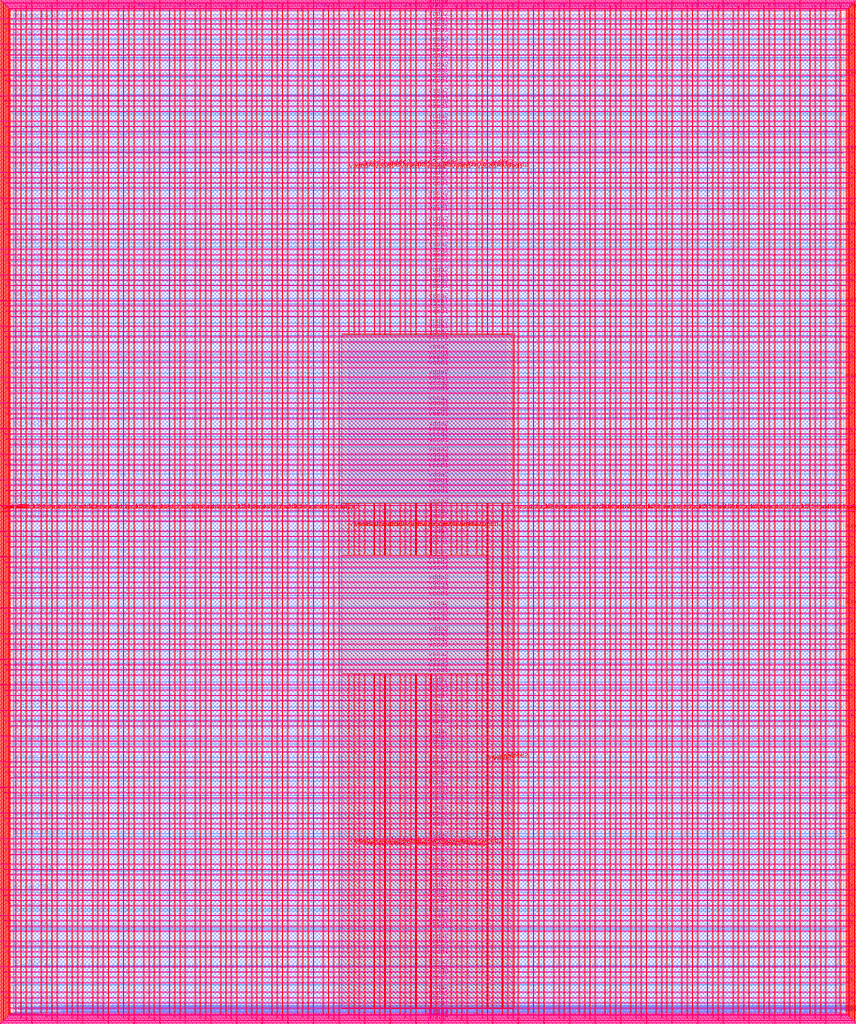
<source format=lef>
VERSION 5.7 ;
  NOWIREEXTENSIONATPIN ON ;
  DIVIDERCHAR "/" ;
  BUSBITCHARS "[]" ;
MACRO user_project_wrapper
  CLASS BLOCK ;
  FOREIGN user_project_wrapper ;
  ORIGIN 0.000 0.000 ;
  SIZE 2920.000 BY 3520.000 ;
  PIN analog_io[0]
    DIRECTION INOUT ;
    USE SIGNAL ;
    PORT
      LAYER met3 ;
        RECT 2917.600 1426.380 2924.800 1427.580 ;
    END
  END analog_io[0]
  PIN analog_io[10]
    DIRECTION INOUT ;
    USE SIGNAL ;
    PORT
      LAYER met2 ;
        RECT 2230.490 3517.600 2231.050 3524.800 ;
    END
  END analog_io[10]
  PIN analog_io[11]
    DIRECTION INOUT ;
    USE SIGNAL ;
    PORT
      LAYER met2 ;
        RECT 1905.730 3517.600 1906.290 3524.800 ;
    END
  END analog_io[11]
  PIN analog_io[12]
    DIRECTION INOUT ;
    USE SIGNAL ;
    PORT
      LAYER met2 ;
        RECT 1581.430 3517.600 1581.990 3524.800 ;
    END
  END analog_io[12]
  PIN analog_io[13]
    DIRECTION INOUT ;
    USE SIGNAL ;
    PORT
      LAYER met2 ;
        RECT 1257.130 3517.600 1257.690 3524.800 ;
    END
  END analog_io[13]
  PIN analog_io[14]
    DIRECTION INOUT ;
    USE SIGNAL ;
    PORT
      LAYER met2 ;
        RECT 932.370 3517.600 932.930 3524.800 ;
    END
  END analog_io[14]
  PIN analog_io[15]
    DIRECTION INOUT ;
    USE SIGNAL ;
    PORT
      LAYER met2 ;
        RECT 608.070 3517.600 608.630 3524.800 ;
    END
  END analog_io[15]
  PIN analog_io[16]
    DIRECTION INOUT ;
    USE SIGNAL ;
    PORT
      LAYER met2 ;
        RECT 283.770 3517.600 284.330 3524.800 ;
    END
  END analog_io[16]
  PIN analog_io[17]
    DIRECTION INOUT ;
    USE SIGNAL ;
    PORT
      LAYER met3 ;
        RECT -4.800 3486.100 2.400 3487.300 ;
    END
  END analog_io[17]
  PIN analog_io[18]
    DIRECTION INOUT ;
    USE SIGNAL ;
    PORT
      LAYER met3 ;
        RECT -4.800 3224.980 2.400 3226.180 ;
    END
  END analog_io[18]
  PIN analog_io[19]
    DIRECTION INOUT ;
    USE SIGNAL ;
    PORT
      LAYER met3 ;
        RECT -4.800 2964.540 2.400 2965.740 ;
    END
  END analog_io[19]
  PIN analog_io[1]
    DIRECTION INOUT ;
    USE SIGNAL ;
    PORT
      LAYER met3 ;
        RECT 2917.600 1692.260 2924.800 1693.460 ;
    END
  END analog_io[1]
  PIN analog_io[20]
    DIRECTION INOUT ;
    USE SIGNAL ;
    PORT
      LAYER met3 ;
        RECT -4.800 2703.420 2.400 2704.620 ;
    END
  END analog_io[20]
  PIN analog_io[21]
    DIRECTION INOUT ;
    USE SIGNAL ;
    PORT
      LAYER met3 ;
        RECT -4.800 2442.980 2.400 2444.180 ;
    END
  END analog_io[21]
  PIN analog_io[22]
    DIRECTION INOUT ;
    USE SIGNAL ;
    PORT
      LAYER met3 ;
        RECT -4.800 2182.540 2.400 2183.740 ;
    END
  END analog_io[22]
  PIN analog_io[23]
    DIRECTION INOUT ;
    USE SIGNAL ;
    PORT
      LAYER met3 ;
        RECT -4.800 1921.420 2.400 1922.620 ;
    END
  END analog_io[23]
  PIN analog_io[24]
    DIRECTION INOUT ;
    USE SIGNAL ;
    PORT
      LAYER met3 ;
        RECT -4.800 1660.980 2.400 1662.180 ;
    END
  END analog_io[24]
  PIN analog_io[25]
    DIRECTION INOUT ;
    USE SIGNAL ;
    PORT
      LAYER met3 ;
        RECT -4.800 1399.860 2.400 1401.060 ;
    END
  END analog_io[25]
  PIN analog_io[26]
    DIRECTION INOUT ;
    USE SIGNAL ;
    PORT
      LAYER met3 ;
        RECT -4.800 1139.420 2.400 1140.620 ;
    END
  END analog_io[26]
  PIN analog_io[27]
    DIRECTION INOUT ;
    USE SIGNAL ;
    PORT
      LAYER met3 ;
        RECT -4.800 878.980 2.400 880.180 ;
    END
  END analog_io[27]
  PIN analog_io[28]
    DIRECTION INOUT ;
    USE SIGNAL ;
    PORT
      LAYER met3 ;
        RECT -4.800 617.860 2.400 619.060 ;
    END
  END analog_io[28]
  PIN analog_io[2]
    DIRECTION INOUT ;
    USE SIGNAL ;
    PORT
      LAYER met3 ;
        RECT 2917.600 1958.140 2924.800 1959.340 ;
    END
  END analog_io[2]
  PIN analog_io[3]
    DIRECTION INOUT ;
    USE SIGNAL ;
    PORT
      LAYER met3 ;
        RECT 2917.600 2223.340 2924.800 2224.540 ;
    END
  END analog_io[3]
  PIN analog_io[4]
    DIRECTION INOUT ;
    USE SIGNAL ;
    PORT
      LAYER met3 ;
        RECT 2917.600 2489.220 2924.800 2490.420 ;
    END
  END analog_io[4]
  PIN analog_io[5]
    DIRECTION INOUT ;
    USE SIGNAL ;
    PORT
      LAYER met3 ;
        RECT 2917.600 2755.100 2924.800 2756.300 ;
    END
  END analog_io[5]
  PIN analog_io[6]
    DIRECTION INOUT ;
    USE SIGNAL ;
    PORT
      LAYER met3 ;
        RECT 2917.600 3020.300 2924.800 3021.500 ;
    END
  END analog_io[6]
  PIN analog_io[7]
    DIRECTION INOUT ;
    USE SIGNAL ;
    PORT
      LAYER met3 ;
        RECT 2917.600 3286.180 2924.800 3287.380 ;
    END
  END analog_io[7]
  PIN analog_io[8]
    DIRECTION INOUT ;
    USE SIGNAL ;
    PORT
      LAYER met2 ;
        RECT 2879.090 3517.600 2879.650 3524.800 ;
    END
  END analog_io[8]
  PIN analog_io[9]
    DIRECTION INOUT ;
    USE SIGNAL ;
    PORT
      LAYER met2 ;
        RECT 2554.790 3517.600 2555.350 3524.800 ;
    END
  END analog_io[9]
  PIN io_in[0]
    DIRECTION INPUT ;
    USE SIGNAL ;
    PORT
      LAYER met3 ;
        RECT 2917.600 32.380 2924.800 33.580 ;
    END
  END io_in[0]
  PIN io_in[10]
    DIRECTION INPUT ;
    USE SIGNAL ;
    PORT
      LAYER met3 ;
        RECT 2917.600 2289.980 2924.800 2291.180 ;
    END
  END io_in[10]
  PIN io_in[11]
    DIRECTION INPUT ;
    USE SIGNAL ;
    PORT
      LAYER met3 ;
        RECT 2917.600 2555.860 2924.800 2557.060 ;
    END
  END io_in[11]
  PIN io_in[12]
    DIRECTION INPUT ;
    USE SIGNAL ;
    PORT
      LAYER met3 ;
        RECT 2917.600 2821.060 2924.800 2822.260 ;
    END
  END io_in[12]
  PIN io_in[13]
    DIRECTION INPUT ;
    USE SIGNAL ;
    PORT
      LAYER met3 ;
        RECT 2917.600 3086.940 2924.800 3088.140 ;
    END
  END io_in[13]
  PIN io_in[14]
    DIRECTION INPUT ;
    USE SIGNAL ;
    PORT
      LAYER met3 ;
        RECT 2917.600 3352.820 2924.800 3354.020 ;
    END
  END io_in[14]
  PIN io_in[15]
    DIRECTION INPUT ;
    USE SIGNAL ;
    PORT
      LAYER met2 ;
        RECT 2798.130 3517.600 2798.690 3524.800 ;
    END
  END io_in[15]
  PIN io_in[16]
    DIRECTION INPUT ;
    USE SIGNAL ;
    PORT
      LAYER met2 ;
        RECT 2473.830 3517.600 2474.390 3524.800 ;
    END
  END io_in[16]
  PIN io_in[17]
    DIRECTION INPUT ;
    USE SIGNAL ;
    PORT
      LAYER met2 ;
        RECT 2149.070 3517.600 2149.630 3524.800 ;
    END
  END io_in[17]
  PIN io_in[18]
    DIRECTION INPUT ;
    USE SIGNAL ;
    PORT
      LAYER met2 ;
        RECT 1824.770 3517.600 1825.330 3524.800 ;
    END
  END io_in[18]
  PIN io_in[19]
    DIRECTION INPUT ;
    USE SIGNAL ;
    PORT
      LAYER met2 ;
        RECT 1500.470 3517.600 1501.030 3524.800 ;
    END
  END io_in[19]
  PIN io_in[1]
    DIRECTION INPUT ;
    USE SIGNAL ;
    PORT
      LAYER met3 ;
        RECT 2917.600 230.940 2924.800 232.140 ;
    END
  END io_in[1]
  PIN io_in[20]
    DIRECTION INPUT ;
    USE SIGNAL ;
    PORT
      LAYER met2 ;
        RECT 1175.710 3517.600 1176.270 3524.800 ;
    END
  END io_in[20]
  PIN io_in[21]
    DIRECTION INPUT ;
    USE SIGNAL ;
    PORT
      LAYER met2 ;
        RECT 851.410 3517.600 851.970 3524.800 ;
    END
  END io_in[21]
  PIN io_in[22]
    DIRECTION INPUT ;
    USE SIGNAL ;
    PORT
      LAYER met2 ;
        RECT 527.110 3517.600 527.670 3524.800 ;
    END
  END io_in[22]
  PIN io_in[23]
    DIRECTION INPUT ;
    USE SIGNAL ;
    PORT
      LAYER met2 ;
        RECT 202.350 3517.600 202.910 3524.800 ;
    END
  END io_in[23]
  PIN io_in[24]
    DIRECTION INPUT ;
    USE SIGNAL ;
    PORT
      LAYER met3 ;
        RECT -4.800 3420.820 2.400 3422.020 ;
    END
  END io_in[24]
  PIN io_in[25]
    DIRECTION INPUT ;
    USE SIGNAL ;
    PORT
      LAYER met3 ;
        RECT -4.800 3159.700 2.400 3160.900 ;
    END
  END io_in[25]
  PIN io_in[26]
    DIRECTION INPUT ;
    USE SIGNAL ;
    PORT
      LAYER met3 ;
        RECT -4.800 2899.260 2.400 2900.460 ;
    END
  END io_in[26]
  PIN io_in[27]
    DIRECTION INPUT ;
    USE SIGNAL ;
    PORT
      LAYER met3 ;
        RECT -4.800 2638.820 2.400 2640.020 ;
    END
  END io_in[27]
  PIN io_in[28]
    DIRECTION INPUT ;
    USE SIGNAL ;
    PORT
      LAYER met3 ;
        RECT -4.800 2377.700 2.400 2378.900 ;
    END
  END io_in[28]
  PIN io_in[29]
    DIRECTION INPUT ;
    USE SIGNAL ;
    PORT
      LAYER met3 ;
        RECT -4.800 2117.260 2.400 2118.460 ;
    END
  END io_in[29]
  PIN io_in[2]
    DIRECTION INPUT ;
    USE SIGNAL ;
    PORT
      LAYER met3 ;
        RECT 2917.600 430.180 2924.800 431.380 ;
    END
  END io_in[2]
  PIN io_in[30]
    DIRECTION INPUT ;
    USE SIGNAL ;
    PORT
      LAYER met3 ;
        RECT -4.800 1856.140 2.400 1857.340 ;
    END
  END io_in[30]
  PIN io_in[31]
    DIRECTION INPUT ;
    USE SIGNAL ;
    PORT
      LAYER met3 ;
        RECT -4.800 1595.700 2.400 1596.900 ;
    END
  END io_in[31]
  PIN io_in[32]
    DIRECTION INPUT ;
    USE SIGNAL ;
    PORT
      LAYER met3 ;
        RECT -4.800 1335.260 2.400 1336.460 ;
    END
  END io_in[32]
  PIN io_in[33]
    DIRECTION INPUT ;
    USE SIGNAL ;
    PORT
      LAYER met3 ;
        RECT -4.800 1074.140 2.400 1075.340 ;
    END
  END io_in[33]
  PIN io_in[34]
    DIRECTION INPUT ;
    USE SIGNAL ;
    PORT
      LAYER met3 ;
        RECT -4.800 813.700 2.400 814.900 ;
    END
  END io_in[34]
  PIN io_in[35]
    DIRECTION INPUT ;
    USE SIGNAL ;
    PORT
      LAYER met3 ;
        RECT -4.800 552.580 2.400 553.780 ;
    END
  END io_in[35]
  PIN io_in[36]
    DIRECTION INPUT ;
    USE SIGNAL ;
    PORT
      LAYER met3 ;
        RECT -4.800 357.420 2.400 358.620 ;
    END
  END io_in[36]
  PIN io_in[37]
    DIRECTION INPUT ;
    USE SIGNAL ;
    PORT
      LAYER met3 ;
        RECT -4.800 161.580 2.400 162.780 ;
    END
  END io_in[37]
  PIN io_in[3]
    DIRECTION INPUT ;
    USE SIGNAL ;
    PORT
      LAYER met3 ;
        RECT 2917.600 629.420 2924.800 630.620 ;
    END
  END io_in[3]
  PIN io_in[4]
    DIRECTION INPUT ;
    USE SIGNAL ;
    PORT
      LAYER met3 ;
        RECT 2917.600 828.660 2924.800 829.860 ;
    END
  END io_in[4]
  PIN io_in[5]
    DIRECTION INPUT ;
    USE SIGNAL ;
    PORT
      LAYER met3 ;
        RECT 2917.600 1027.900 2924.800 1029.100 ;
    END
  END io_in[5]
  PIN io_in[6]
    DIRECTION INPUT ;
    USE SIGNAL ;
    PORT
      LAYER met3 ;
        RECT 2917.600 1227.140 2924.800 1228.340 ;
    END
  END io_in[6]
  PIN io_in[7]
    DIRECTION INPUT ;
    USE SIGNAL ;
    PORT
      LAYER met3 ;
        RECT 2917.600 1493.020 2924.800 1494.220 ;
    END
  END io_in[7]
  PIN io_in[8]
    DIRECTION INPUT ;
    USE SIGNAL ;
    PORT
      LAYER met3 ;
        RECT 2917.600 1758.900 2924.800 1760.100 ;
    END
  END io_in[8]
  PIN io_in[9]
    DIRECTION INPUT ;
    USE SIGNAL ;
    PORT
      LAYER met3 ;
        RECT 2917.600 2024.100 2924.800 2025.300 ;
    END
  END io_in[9]
  PIN io_oeb[0]
    DIRECTION OUTPUT TRISTATE ;
    USE SIGNAL ;
    PORT
      LAYER met3 ;
        RECT 2917.600 164.980 2924.800 166.180 ;
    END
  END io_oeb[0]
  PIN io_oeb[10]
    DIRECTION OUTPUT TRISTATE ;
    USE SIGNAL ;
    PORT
      LAYER met3 ;
        RECT 2917.600 2422.580 2924.800 2423.780 ;
    END
  END io_oeb[10]
  PIN io_oeb[11]
    DIRECTION OUTPUT TRISTATE ;
    USE SIGNAL ;
    PORT
      LAYER met3 ;
        RECT 2917.600 2688.460 2924.800 2689.660 ;
    END
  END io_oeb[11]
  PIN io_oeb[12]
    DIRECTION OUTPUT TRISTATE ;
    USE SIGNAL ;
    PORT
      LAYER met3 ;
        RECT 2917.600 2954.340 2924.800 2955.540 ;
    END
  END io_oeb[12]
  PIN io_oeb[13]
    DIRECTION OUTPUT TRISTATE ;
    USE SIGNAL ;
    PORT
      LAYER met3 ;
        RECT 2917.600 3219.540 2924.800 3220.740 ;
    END
  END io_oeb[13]
  PIN io_oeb[14]
    DIRECTION OUTPUT TRISTATE ;
    USE SIGNAL ;
    PORT
      LAYER met3 ;
        RECT 2917.600 3485.420 2924.800 3486.620 ;
    END
  END io_oeb[14]
  PIN io_oeb[15]
    DIRECTION OUTPUT TRISTATE ;
    USE SIGNAL ;
    PORT
      LAYER met2 ;
        RECT 2635.750 3517.600 2636.310 3524.800 ;
    END
  END io_oeb[15]
  PIN io_oeb[16]
    DIRECTION OUTPUT TRISTATE ;
    USE SIGNAL ;
    PORT
      LAYER met2 ;
        RECT 2311.450 3517.600 2312.010 3524.800 ;
    END
  END io_oeb[16]
  PIN io_oeb[17]
    DIRECTION OUTPUT TRISTATE ;
    USE SIGNAL ;
    PORT
      LAYER met2 ;
        RECT 1987.150 3517.600 1987.710 3524.800 ;
    END
  END io_oeb[17]
  PIN io_oeb[18]
    DIRECTION OUTPUT TRISTATE ;
    USE SIGNAL ;
    PORT
      LAYER met2 ;
        RECT 1662.390 3517.600 1662.950 3524.800 ;
    END
  END io_oeb[18]
  PIN io_oeb[19]
    DIRECTION OUTPUT TRISTATE ;
    USE SIGNAL ;
    PORT
      LAYER met2 ;
        RECT 1338.090 3517.600 1338.650 3524.800 ;
    END
  END io_oeb[19]
  PIN io_oeb[1]
    DIRECTION OUTPUT TRISTATE ;
    USE SIGNAL ;
    PORT
      LAYER met3 ;
        RECT 2917.600 364.220 2924.800 365.420 ;
    END
  END io_oeb[1]
  PIN io_oeb[20]
    DIRECTION OUTPUT TRISTATE ;
    USE SIGNAL ;
    PORT
      LAYER met2 ;
        RECT 1013.790 3517.600 1014.350 3524.800 ;
    END
  END io_oeb[20]
  PIN io_oeb[21]
    DIRECTION OUTPUT TRISTATE ;
    USE SIGNAL ;
    PORT
      LAYER met2 ;
        RECT 689.030 3517.600 689.590 3524.800 ;
    END
  END io_oeb[21]
  PIN io_oeb[22]
    DIRECTION OUTPUT TRISTATE ;
    USE SIGNAL ;
    PORT
      LAYER met2 ;
        RECT 364.730 3517.600 365.290 3524.800 ;
    END
  END io_oeb[22]
  PIN io_oeb[23]
    DIRECTION OUTPUT TRISTATE ;
    USE SIGNAL ;
    PORT
      LAYER met2 ;
        RECT 40.430 3517.600 40.990 3524.800 ;
    END
  END io_oeb[23]
  PIN io_oeb[24]
    DIRECTION OUTPUT TRISTATE ;
    USE SIGNAL ;
    PORT
      LAYER met3 ;
        RECT -4.800 3290.260 2.400 3291.460 ;
    END
  END io_oeb[24]
  PIN io_oeb[25]
    DIRECTION OUTPUT TRISTATE ;
    USE SIGNAL ;
    PORT
      LAYER met3 ;
        RECT -4.800 3029.820 2.400 3031.020 ;
    END
  END io_oeb[25]
  PIN io_oeb[26]
    DIRECTION OUTPUT TRISTATE ;
    USE SIGNAL ;
    PORT
      LAYER met3 ;
        RECT -4.800 2768.700 2.400 2769.900 ;
    END
  END io_oeb[26]
  PIN io_oeb[27]
    DIRECTION OUTPUT TRISTATE ;
    USE SIGNAL ;
    PORT
      LAYER met3 ;
        RECT -4.800 2508.260 2.400 2509.460 ;
    END
  END io_oeb[27]
  PIN io_oeb[28]
    DIRECTION OUTPUT TRISTATE ;
    USE SIGNAL ;
    PORT
      LAYER met3 ;
        RECT -4.800 2247.140 2.400 2248.340 ;
    END
  END io_oeb[28]
  PIN io_oeb[29]
    DIRECTION OUTPUT TRISTATE ;
    USE SIGNAL ;
    PORT
      LAYER met3 ;
        RECT -4.800 1986.700 2.400 1987.900 ;
    END
  END io_oeb[29]
  PIN io_oeb[2]
    DIRECTION OUTPUT TRISTATE ;
    USE SIGNAL ;
    PORT
      LAYER met3 ;
        RECT 2917.600 563.460 2924.800 564.660 ;
    END
  END io_oeb[2]
  PIN io_oeb[30]
    DIRECTION OUTPUT TRISTATE ;
    USE SIGNAL ;
    PORT
      LAYER met3 ;
        RECT -4.800 1726.260 2.400 1727.460 ;
    END
  END io_oeb[30]
  PIN io_oeb[31]
    DIRECTION OUTPUT TRISTATE ;
    USE SIGNAL ;
    PORT
      LAYER met3 ;
        RECT -4.800 1465.140 2.400 1466.340 ;
    END
  END io_oeb[31]
  PIN io_oeb[32]
    DIRECTION OUTPUT TRISTATE ;
    USE SIGNAL ;
    PORT
      LAYER met3 ;
        RECT -4.800 1204.700 2.400 1205.900 ;
    END
  END io_oeb[32]
  PIN io_oeb[33]
    DIRECTION OUTPUT TRISTATE ;
    USE SIGNAL ;
    PORT
      LAYER met3 ;
        RECT -4.800 943.580 2.400 944.780 ;
    END
  END io_oeb[33]
  PIN io_oeb[34]
    DIRECTION OUTPUT TRISTATE ;
    USE SIGNAL ;
    PORT
      LAYER met3 ;
        RECT -4.800 683.140 2.400 684.340 ;
    END
  END io_oeb[34]
  PIN io_oeb[35]
    DIRECTION OUTPUT TRISTATE ;
    USE SIGNAL ;
    PORT
      LAYER met3 ;
        RECT -4.800 422.700 2.400 423.900 ;
    END
  END io_oeb[35]
  PIN io_oeb[36]
    DIRECTION OUTPUT TRISTATE ;
    USE SIGNAL ;
    PORT
      LAYER met3 ;
        RECT -4.800 226.860 2.400 228.060 ;
    END
  END io_oeb[36]
  PIN io_oeb[37]
    DIRECTION OUTPUT TRISTATE ;
    USE SIGNAL ;
    PORT
      LAYER met3 ;
        RECT -4.800 31.700 2.400 32.900 ;
    END
  END io_oeb[37]
  PIN io_oeb[3]
    DIRECTION OUTPUT TRISTATE ;
    USE SIGNAL ;
    PORT
      LAYER met3 ;
        RECT 2917.600 762.700 2924.800 763.900 ;
    END
  END io_oeb[3]
  PIN io_oeb[4]
    DIRECTION OUTPUT TRISTATE ;
    USE SIGNAL ;
    PORT
      LAYER met3 ;
        RECT 2917.600 961.940 2924.800 963.140 ;
    END
  END io_oeb[4]
  PIN io_oeb[5]
    DIRECTION OUTPUT TRISTATE ;
    USE SIGNAL ;
    PORT
      LAYER met3 ;
        RECT 2917.600 1161.180 2924.800 1162.380 ;
    END
  END io_oeb[5]
  PIN io_oeb[6]
    DIRECTION OUTPUT TRISTATE ;
    USE SIGNAL ;
    PORT
      LAYER met3 ;
        RECT 2917.600 1360.420 2924.800 1361.620 ;
    END
  END io_oeb[6]
  PIN io_oeb[7]
    DIRECTION OUTPUT TRISTATE ;
    USE SIGNAL ;
    PORT
      LAYER met3 ;
        RECT 2917.600 1625.620 2924.800 1626.820 ;
    END
  END io_oeb[7]
  PIN io_oeb[8]
    DIRECTION OUTPUT TRISTATE ;
    USE SIGNAL ;
    PORT
      LAYER met3 ;
        RECT 2917.600 1891.500 2924.800 1892.700 ;
    END
  END io_oeb[8]
  PIN io_oeb[9]
    DIRECTION OUTPUT TRISTATE ;
    USE SIGNAL ;
    PORT
      LAYER met3 ;
        RECT 2917.600 2157.380 2924.800 2158.580 ;
    END
  END io_oeb[9]
  PIN io_out[0]
    DIRECTION OUTPUT TRISTATE ;
    USE SIGNAL ;
    PORT
      LAYER met3 ;
        RECT 2917.600 98.340 2924.800 99.540 ;
    END
  END io_out[0]
  PIN io_out[10]
    DIRECTION OUTPUT TRISTATE ;
    USE SIGNAL ;
    PORT
      LAYER met3 ;
        RECT 2917.600 2356.620 2924.800 2357.820 ;
    END
  END io_out[10]
  PIN io_out[11]
    DIRECTION OUTPUT TRISTATE ;
    USE SIGNAL ;
    PORT
      LAYER met3 ;
        RECT 2917.600 2621.820 2924.800 2623.020 ;
    END
  END io_out[11]
  PIN io_out[12]
    DIRECTION OUTPUT TRISTATE ;
    USE SIGNAL ;
    PORT
      LAYER met3 ;
        RECT 2917.600 2887.700 2924.800 2888.900 ;
    END
  END io_out[12]
  PIN io_out[13]
    DIRECTION OUTPUT TRISTATE ;
    USE SIGNAL ;
    PORT
      LAYER met3 ;
        RECT 2917.600 3153.580 2924.800 3154.780 ;
    END
  END io_out[13]
  PIN io_out[14]
    DIRECTION OUTPUT TRISTATE ;
    USE SIGNAL ;
    PORT
      LAYER met3 ;
        RECT 2917.600 3418.780 2924.800 3419.980 ;
    END
  END io_out[14]
  PIN io_out[15]
    DIRECTION OUTPUT TRISTATE ;
    USE SIGNAL ;
    PORT
      LAYER met2 ;
        RECT 2717.170 3517.600 2717.730 3524.800 ;
    END
  END io_out[15]
  PIN io_out[16]
    DIRECTION OUTPUT TRISTATE ;
    USE SIGNAL ;
    PORT
      LAYER met2 ;
        RECT 2392.410 3517.600 2392.970 3524.800 ;
    END
  END io_out[16]
  PIN io_out[17]
    DIRECTION OUTPUT TRISTATE ;
    USE SIGNAL ;
    PORT
      LAYER met2 ;
        RECT 2068.110 3517.600 2068.670 3524.800 ;
    END
  END io_out[17]
  PIN io_out[18]
    DIRECTION OUTPUT TRISTATE ;
    USE SIGNAL ;
    PORT
      LAYER met2 ;
        RECT 1743.810 3517.600 1744.370 3524.800 ;
    END
  END io_out[18]
  PIN io_out[19]
    DIRECTION OUTPUT TRISTATE ;
    USE SIGNAL ;
    PORT
      LAYER met2 ;
        RECT 1419.050 3517.600 1419.610 3524.800 ;
    END
  END io_out[19]
  PIN io_out[1]
    DIRECTION OUTPUT TRISTATE ;
    USE SIGNAL ;
    PORT
      LAYER met3 ;
        RECT 2917.600 297.580 2924.800 298.780 ;
    END
  END io_out[1]
  PIN io_out[20]
    DIRECTION OUTPUT TRISTATE ;
    USE SIGNAL ;
    PORT
      LAYER met2 ;
        RECT 1094.750 3517.600 1095.310 3524.800 ;
    END
  END io_out[20]
  PIN io_out[21]
    DIRECTION OUTPUT TRISTATE ;
    USE SIGNAL ;
    PORT
      LAYER met2 ;
        RECT 770.450 3517.600 771.010 3524.800 ;
    END
  END io_out[21]
  PIN io_out[22]
    DIRECTION OUTPUT TRISTATE ;
    USE SIGNAL ;
    PORT
      LAYER met2 ;
        RECT 445.690 3517.600 446.250 3524.800 ;
    END
  END io_out[22]
  PIN io_out[23]
    DIRECTION OUTPUT TRISTATE ;
    USE SIGNAL ;
    PORT
      LAYER met2 ;
        RECT 121.390 3517.600 121.950 3524.800 ;
    END
  END io_out[23]
  PIN io_out[24]
    DIRECTION OUTPUT TRISTATE ;
    USE SIGNAL ;
    PORT
      LAYER met3 ;
        RECT -4.800 3355.540 2.400 3356.740 ;
    END
  END io_out[24]
  PIN io_out[25]
    DIRECTION OUTPUT TRISTATE ;
    USE SIGNAL ;
    PORT
      LAYER met3 ;
        RECT -4.800 3095.100 2.400 3096.300 ;
    END
  END io_out[25]
  PIN io_out[26]
    DIRECTION OUTPUT TRISTATE ;
    USE SIGNAL ;
    PORT
      LAYER met3 ;
        RECT -4.800 2833.980 2.400 2835.180 ;
    END
  END io_out[26]
  PIN io_out[27]
    DIRECTION OUTPUT TRISTATE ;
    USE SIGNAL ;
    PORT
      LAYER met3 ;
        RECT -4.800 2573.540 2.400 2574.740 ;
    END
  END io_out[27]
  PIN io_out[28]
    DIRECTION OUTPUT TRISTATE ;
    USE SIGNAL ;
    PORT
      LAYER met3 ;
        RECT -4.800 2312.420 2.400 2313.620 ;
    END
  END io_out[28]
  PIN io_out[29]
    DIRECTION OUTPUT TRISTATE ;
    USE SIGNAL ;
    PORT
      LAYER met3 ;
        RECT -4.800 2051.980 2.400 2053.180 ;
    END
  END io_out[29]
  PIN io_out[2]
    DIRECTION OUTPUT TRISTATE ;
    USE SIGNAL ;
    PORT
      LAYER met3 ;
        RECT 2917.600 496.820 2924.800 498.020 ;
    END
  END io_out[2]
  PIN io_out[30]
    DIRECTION OUTPUT TRISTATE ;
    USE SIGNAL ;
    PORT
      LAYER met3 ;
        RECT -4.800 1791.540 2.400 1792.740 ;
    END
  END io_out[30]
  PIN io_out[31]
    DIRECTION OUTPUT TRISTATE ;
    USE SIGNAL ;
    PORT
      LAYER met3 ;
        RECT -4.800 1530.420 2.400 1531.620 ;
    END
  END io_out[31]
  PIN io_out[32]
    DIRECTION OUTPUT TRISTATE ;
    USE SIGNAL ;
    PORT
      LAYER met3 ;
        RECT -4.800 1269.980 2.400 1271.180 ;
    END
  END io_out[32]
  PIN io_out[33]
    DIRECTION OUTPUT TRISTATE ;
    USE SIGNAL ;
    PORT
      LAYER met3 ;
        RECT -4.800 1008.860 2.400 1010.060 ;
    END
  END io_out[33]
  PIN io_out[34]
    DIRECTION OUTPUT TRISTATE ;
    USE SIGNAL ;
    PORT
      LAYER met3 ;
        RECT -4.800 748.420 2.400 749.620 ;
    END
  END io_out[34]
  PIN io_out[35]
    DIRECTION OUTPUT TRISTATE ;
    USE SIGNAL ;
    PORT
      LAYER met3 ;
        RECT -4.800 487.300 2.400 488.500 ;
    END
  END io_out[35]
  PIN io_out[36]
    DIRECTION OUTPUT TRISTATE ;
    USE SIGNAL ;
    PORT
      LAYER met3 ;
        RECT -4.800 292.140 2.400 293.340 ;
    END
  END io_out[36]
  PIN io_out[37]
    DIRECTION OUTPUT TRISTATE ;
    USE SIGNAL ;
    PORT
      LAYER met3 ;
        RECT -4.800 96.300 2.400 97.500 ;
    END
  END io_out[37]
  PIN io_out[3]
    DIRECTION OUTPUT TRISTATE ;
    USE SIGNAL ;
    PORT
      LAYER met3 ;
        RECT 2917.600 696.060 2924.800 697.260 ;
    END
  END io_out[3]
  PIN io_out[4]
    DIRECTION OUTPUT TRISTATE ;
    USE SIGNAL ;
    PORT
      LAYER met3 ;
        RECT 2917.600 895.300 2924.800 896.500 ;
    END
  END io_out[4]
  PIN io_out[5]
    DIRECTION OUTPUT TRISTATE ;
    USE SIGNAL ;
    PORT
      LAYER met3 ;
        RECT 2917.600 1094.540 2924.800 1095.740 ;
    END
  END io_out[5]
  PIN io_out[6]
    DIRECTION OUTPUT TRISTATE ;
    USE SIGNAL ;
    PORT
      LAYER met3 ;
        RECT 2917.600 1293.780 2924.800 1294.980 ;
    END
  END io_out[6]
  PIN io_out[7]
    DIRECTION OUTPUT TRISTATE ;
    USE SIGNAL ;
    PORT
      LAYER met3 ;
        RECT 2917.600 1559.660 2924.800 1560.860 ;
    END
  END io_out[7]
  PIN io_out[8]
    DIRECTION OUTPUT TRISTATE ;
    USE SIGNAL ;
    PORT
      LAYER met3 ;
        RECT 2917.600 1824.860 2924.800 1826.060 ;
    END
  END io_out[8]
  PIN io_out[9]
    DIRECTION OUTPUT TRISTATE ;
    USE SIGNAL ;
    PORT
      LAYER met3 ;
        RECT 2917.600 2090.740 2924.800 2091.940 ;
    END
  END io_out[9]
  PIN la_data_in[0]
    DIRECTION INPUT ;
    USE SIGNAL ;
    PORT
      LAYER met2 ;
        RECT 629.230 -4.800 629.790 2.400 ;
    END
  END la_data_in[0]
  PIN la_data_in[100]
    DIRECTION INPUT ;
    USE SIGNAL ;
    PORT
      LAYER met2 ;
        RECT 2402.530 -4.800 2403.090 2.400 ;
    END
  END la_data_in[100]
  PIN la_data_in[101]
    DIRECTION INPUT ;
    USE SIGNAL ;
    PORT
      LAYER met2 ;
        RECT 2420.010 -4.800 2420.570 2.400 ;
    END
  END la_data_in[101]
  PIN la_data_in[102]
    DIRECTION INPUT ;
    USE SIGNAL ;
    PORT
      LAYER met2 ;
        RECT 2437.950 -4.800 2438.510 2.400 ;
    END
  END la_data_in[102]
  PIN la_data_in[103]
    DIRECTION INPUT ;
    USE SIGNAL ;
    PORT
      LAYER met2 ;
        RECT 2455.430 -4.800 2455.990 2.400 ;
    END
  END la_data_in[103]
  PIN la_data_in[104]
    DIRECTION INPUT ;
    USE SIGNAL ;
    PORT
      LAYER met2 ;
        RECT 2473.370 -4.800 2473.930 2.400 ;
    END
  END la_data_in[104]
  PIN la_data_in[105]
    DIRECTION INPUT ;
    USE SIGNAL ;
    PORT
      LAYER met2 ;
        RECT 2490.850 -4.800 2491.410 2.400 ;
    END
  END la_data_in[105]
  PIN la_data_in[106]
    DIRECTION INPUT ;
    USE SIGNAL ;
    PORT
      LAYER met2 ;
        RECT 2508.790 -4.800 2509.350 2.400 ;
    END
  END la_data_in[106]
  PIN la_data_in[107]
    DIRECTION INPUT ;
    USE SIGNAL ;
    PORT
      LAYER met2 ;
        RECT 2526.730 -4.800 2527.290 2.400 ;
    END
  END la_data_in[107]
  PIN la_data_in[108]
    DIRECTION INPUT ;
    USE SIGNAL ;
    PORT
      LAYER met2 ;
        RECT 2544.210 -4.800 2544.770 2.400 ;
    END
  END la_data_in[108]
  PIN la_data_in[109]
    DIRECTION INPUT ;
    USE SIGNAL ;
    PORT
      LAYER met2 ;
        RECT 2562.150 -4.800 2562.710 2.400 ;
    END
  END la_data_in[109]
  PIN la_data_in[10]
    DIRECTION INPUT ;
    USE SIGNAL ;
    PORT
      LAYER met2 ;
        RECT 806.330 -4.800 806.890 2.400 ;
    END
  END la_data_in[10]
  PIN la_data_in[110]
    DIRECTION INPUT ;
    USE SIGNAL ;
    PORT
      LAYER met2 ;
        RECT 2579.630 -4.800 2580.190 2.400 ;
    END
  END la_data_in[110]
  PIN la_data_in[111]
    DIRECTION INPUT ;
    USE SIGNAL ;
    PORT
      LAYER met2 ;
        RECT 2597.570 -4.800 2598.130 2.400 ;
    END
  END la_data_in[111]
  PIN la_data_in[112]
    DIRECTION INPUT ;
    USE SIGNAL ;
    PORT
      LAYER met2 ;
        RECT 2615.050 -4.800 2615.610 2.400 ;
    END
  END la_data_in[112]
  PIN la_data_in[113]
    DIRECTION INPUT ;
    USE SIGNAL ;
    PORT
      LAYER met2 ;
        RECT 2632.990 -4.800 2633.550 2.400 ;
    END
  END la_data_in[113]
  PIN la_data_in[114]
    DIRECTION INPUT ;
    USE SIGNAL ;
    PORT
      LAYER met2 ;
        RECT 2650.470 -4.800 2651.030 2.400 ;
    END
  END la_data_in[114]
  PIN la_data_in[115]
    DIRECTION INPUT ;
    USE SIGNAL ;
    PORT
      LAYER met2 ;
        RECT 2668.410 -4.800 2668.970 2.400 ;
    END
  END la_data_in[115]
  PIN la_data_in[116]
    DIRECTION INPUT ;
    USE SIGNAL ;
    PORT
      LAYER met2 ;
        RECT 2685.890 -4.800 2686.450 2.400 ;
    END
  END la_data_in[116]
  PIN la_data_in[117]
    DIRECTION INPUT ;
    USE SIGNAL ;
    PORT
      LAYER met2 ;
        RECT 2703.830 -4.800 2704.390 2.400 ;
    END
  END la_data_in[117]
  PIN la_data_in[118]
    DIRECTION INPUT ;
    USE SIGNAL ;
    PORT
      LAYER met2 ;
        RECT 2721.770 -4.800 2722.330 2.400 ;
    END
  END la_data_in[118]
  PIN la_data_in[119]
    DIRECTION INPUT ;
    USE SIGNAL ;
    PORT
      LAYER met2 ;
        RECT 2739.250 -4.800 2739.810 2.400 ;
    END
  END la_data_in[119]
  PIN la_data_in[11]
    DIRECTION INPUT ;
    USE SIGNAL ;
    PORT
      LAYER met2 ;
        RECT 824.270 -4.800 824.830 2.400 ;
    END
  END la_data_in[11]
  PIN la_data_in[120]
    DIRECTION INPUT ;
    USE SIGNAL ;
    PORT
      LAYER met2 ;
        RECT 2757.190 -4.800 2757.750 2.400 ;
    END
  END la_data_in[120]
  PIN la_data_in[121]
    DIRECTION INPUT ;
    USE SIGNAL ;
    PORT
      LAYER met2 ;
        RECT 2774.670 -4.800 2775.230 2.400 ;
    END
  END la_data_in[121]
  PIN la_data_in[122]
    DIRECTION INPUT ;
    USE SIGNAL ;
    PORT
      LAYER met2 ;
        RECT 2792.610 -4.800 2793.170 2.400 ;
    END
  END la_data_in[122]
  PIN la_data_in[123]
    DIRECTION INPUT ;
    USE SIGNAL ;
    PORT
      LAYER met2 ;
        RECT 2810.090 -4.800 2810.650 2.400 ;
    END
  END la_data_in[123]
  PIN la_data_in[124]
    DIRECTION INPUT ;
    USE SIGNAL ;
    PORT
      LAYER met2 ;
        RECT 2828.030 -4.800 2828.590 2.400 ;
    END
  END la_data_in[124]
  PIN la_data_in[125]
    DIRECTION INPUT ;
    USE SIGNAL ;
    PORT
      LAYER met2 ;
        RECT 2845.510 -4.800 2846.070 2.400 ;
    END
  END la_data_in[125]
  PIN la_data_in[126]
    DIRECTION INPUT ;
    USE SIGNAL ;
    PORT
      LAYER met2 ;
        RECT 2863.450 -4.800 2864.010 2.400 ;
    END
  END la_data_in[126]
  PIN la_data_in[127]
    DIRECTION INPUT ;
    USE SIGNAL ;
    PORT
      LAYER met2 ;
        RECT 2881.390 -4.800 2881.950 2.400 ;
    END
  END la_data_in[127]
  PIN la_data_in[12]
    DIRECTION INPUT ;
    USE SIGNAL ;
    PORT
      LAYER met2 ;
        RECT 841.750 -4.800 842.310 2.400 ;
    END
  END la_data_in[12]
  PIN la_data_in[13]
    DIRECTION INPUT ;
    USE SIGNAL ;
    PORT
      LAYER met2 ;
        RECT 859.690 -4.800 860.250 2.400 ;
    END
  END la_data_in[13]
  PIN la_data_in[14]
    DIRECTION INPUT ;
    USE SIGNAL ;
    PORT
      LAYER met2 ;
        RECT 877.170 -4.800 877.730 2.400 ;
    END
  END la_data_in[14]
  PIN la_data_in[15]
    DIRECTION INPUT ;
    USE SIGNAL ;
    PORT
      LAYER met2 ;
        RECT 895.110 -4.800 895.670 2.400 ;
    END
  END la_data_in[15]
  PIN la_data_in[16]
    DIRECTION INPUT ;
    USE SIGNAL ;
    PORT
      LAYER met2 ;
        RECT 912.590 -4.800 913.150 2.400 ;
    END
  END la_data_in[16]
  PIN la_data_in[17]
    DIRECTION INPUT ;
    USE SIGNAL ;
    PORT
      LAYER met2 ;
        RECT 930.530 -4.800 931.090 2.400 ;
    END
  END la_data_in[17]
  PIN la_data_in[18]
    DIRECTION INPUT ;
    USE SIGNAL ;
    PORT
      LAYER met2 ;
        RECT 948.470 -4.800 949.030 2.400 ;
    END
  END la_data_in[18]
  PIN la_data_in[19]
    DIRECTION INPUT ;
    USE SIGNAL ;
    PORT
      LAYER met2 ;
        RECT 965.950 -4.800 966.510 2.400 ;
    END
  END la_data_in[19]
  PIN la_data_in[1]
    DIRECTION INPUT ;
    USE SIGNAL ;
    PORT
      LAYER met2 ;
        RECT 646.710 -4.800 647.270 2.400 ;
    END
  END la_data_in[1]
  PIN la_data_in[20]
    DIRECTION INPUT ;
    USE SIGNAL ;
    PORT
      LAYER met2 ;
        RECT 983.890 -4.800 984.450 2.400 ;
    END
  END la_data_in[20]
  PIN la_data_in[21]
    DIRECTION INPUT ;
    USE SIGNAL ;
    PORT
      LAYER met2 ;
        RECT 1001.370 -4.800 1001.930 2.400 ;
    END
  END la_data_in[21]
  PIN la_data_in[22]
    DIRECTION INPUT ;
    USE SIGNAL ;
    PORT
      LAYER met2 ;
        RECT 1019.310 -4.800 1019.870 2.400 ;
    END
  END la_data_in[22]
  PIN la_data_in[23]
    DIRECTION INPUT ;
    USE SIGNAL ;
    PORT
      LAYER met2 ;
        RECT 1036.790 -4.800 1037.350 2.400 ;
    END
  END la_data_in[23]
  PIN la_data_in[24]
    DIRECTION INPUT ;
    USE SIGNAL ;
    PORT
      LAYER met2 ;
        RECT 1054.730 -4.800 1055.290 2.400 ;
    END
  END la_data_in[24]
  PIN la_data_in[25]
    DIRECTION INPUT ;
    USE SIGNAL ;
    PORT
      LAYER met2 ;
        RECT 1072.210 -4.800 1072.770 2.400 ;
    END
  END la_data_in[25]
  PIN la_data_in[26]
    DIRECTION INPUT ;
    USE SIGNAL ;
    PORT
      LAYER met2 ;
        RECT 1090.150 -4.800 1090.710 2.400 ;
    END
  END la_data_in[26]
  PIN la_data_in[27]
    DIRECTION INPUT ;
    USE SIGNAL ;
    PORT
      LAYER met2 ;
        RECT 1107.630 -4.800 1108.190 2.400 ;
    END
  END la_data_in[27]
  PIN la_data_in[28]
    DIRECTION INPUT ;
    USE SIGNAL ;
    PORT
      LAYER met2 ;
        RECT 1125.570 -4.800 1126.130 2.400 ;
    END
  END la_data_in[28]
  PIN la_data_in[29]
    DIRECTION INPUT ;
    USE SIGNAL ;
    PORT
      LAYER met2 ;
        RECT 1143.510 -4.800 1144.070 2.400 ;
    END
  END la_data_in[29]
  PIN la_data_in[2]
    DIRECTION INPUT ;
    USE SIGNAL ;
    PORT
      LAYER met2 ;
        RECT 664.650 -4.800 665.210 2.400 ;
    END
  END la_data_in[2]
  PIN la_data_in[30]
    DIRECTION INPUT ;
    USE SIGNAL ;
    PORT
      LAYER met2 ;
        RECT 1160.990 -4.800 1161.550 2.400 ;
    END
  END la_data_in[30]
  PIN la_data_in[31]
    DIRECTION INPUT ;
    USE SIGNAL ;
    PORT
      LAYER met2 ;
        RECT 1178.930 -4.800 1179.490 2.400 ;
    END
  END la_data_in[31]
  PIN la_data_in[32]
    DIRECTION INPUT ;
    USE SIGNAL ;
    PORT
      LAYER met2 ;
        RECT 1196.410 -4.800 1196.970 2.400 ;
    END
  END la_data_in[32]
  PIN la_data_in[33]
    DIRECTION INPUT ;
    USE SIGNAL ;
    PORT
      LAYER met2 ;
        RECT 1214.350 -4.800 1214.910 2.400 ;
    END
  END la_data_in[33]
  PIN la_data_in[34]
    DIRECTION INPUT ;
    USE SIGNAL ;
    PORT
      LAYER met2 ;
        RECT 1231.830 -4.800 1232.390 2.400 ;
    END
  END la_data_in[34]
  PIN la_data_in[35]
    DIRECTION INPUT ;
    USE SIGNAL ;
    PORT
      LAYER met2 ;
        RECT 1249.770 -4.800 1250.330 2.400 ;
    END
  END la_data_in[35]
  PIN la_data_in[36]
    DIRECTION INPUT ;
    USE SIGNAL ;
    PORT
      LAYER met2 ;
        RECT 1267.250 -4.800 1267.810 2.400 ;
    END
  END la_data_in[36]
  PIN la_data_in[37]
    DIRECTION INPUT ;
    USE SIGNAL ;
    PORT
      LAYER met2 ;
        RECT 1285.190 -4.800 1285.750 2.400 ;
    END
  END la_data_in[37]
  PIN la_data_in[38]
    DIRECTION INPUT ;
    USE SIGNAL ;
    PORT
      LAYER met2 ;
        RECT 1303.130 -4.800 1303.690 2.400 ;
    END
  END la_data_in[38]
  PIN la_data_in[39]
    DIRECTION INPUT ;
    USE SIGNAL ;
    PORT
      LAYER met2 ;
        RECT 1320.610 -4.800 1321.170 2.400 ;
    END
  END la_data_in[39]
  PIN la_data_in[3]
    DIRECTION INPUT ;
    USE SIGNAL ;
    PORT
      LAYER met2 ;
        RECT 682.130 -4.800 682.690 2.400 ;
    END
  END la_data_in[3]
  PIN la_data_in[40]
    DIRECTION INPUT ;
    USE SIGNAL ;
    PORT
      LAYER met2 ;
        RECT 1338.550 -4.800 1339.110 2.400 ;
    END
  END la_data_in[40]
  PIN la_data_in[41]
    DIRECTION INPUT ;
    USE SIGNAL ;
    PORT
      LAYER met2 ;
        RECT 1356.030 -4.800 1356.590 2.400 ;
    END
  END la_data_in[41]
  PIN la_data_in[42]
    DIRECTION INPUT ;
    USE SIGNAL ;
    PORT
      LAYER met2 ;
        RECT 1373.970 -4.800 1374.530 2.400 ;
    END
  END la_data_in[42]
  PIN la_data_in[43]
    DIRECTION INPUT ;
    USE SIGNAL ;
    PORT
      LAYER met2 ;
        RECT 1391.450 -4.800 1392.010 2.400 ;
    END
  END la_data_in[43]
  PIN la_data_in[44]
    DIRECTION INPUT ;
    USE SIGNAL ;
    PORT
      LAYER met2 ;
        RECT 1409.390 -4.800 1409.950 2.400 ;
    END
  END la_data_in[44]
  PIN la_data_in[45]
    DIRECTION INPUT ;
    USE SIGNAL ;
    PORT
      LAYER met2 ;
        RECT 1426.870 -4.800 1427.430 2.400 ;
    END
  END la_data_in[45]
  PIN la_data_in[46]
    DIRECTION INPUT ;
    USE SIGNAL ;
    PORT
      LAYER met2 ;
        RECT 1444.810 -4.800 1445.370 2.400 ;
    END
  END la_data_in[46]
  PIN la_data_in[47]
    DIRECTION INPUT ;
    USE SIGNAL ;
    PORT
      LAYER met2 ;
        RECT 1462.750 -4.800 1463.310 2.400 ;
    END
  END la_data_in[47]
  PIN la_data_in[48]
    DIRECTION INPUT ;
    USE SIGNAL ;
    PORT
      LAYER met2 ;
        RECT 1480.230 -4.800 1480.790 2.400 ;
    END
  END la_data_in[48]
  PIN la_data_in[49]
    DIRECTION INPUT ;
    USE SIGNAL ;
    PORT
      LAYER met2 ;
        RECT 1498.170 -4.800 1498.730 2.400 ;
    END
  END la_data_in[49]
  PIN la_data_in[4]
    DIRECTION INPUT ;
    USE SIGNAL ;
    PORT
      LAYER met2 ;
        RECT 700.070 -4.800 700.630 2.400 ;
    END
  END la_data_in[4]
  PIN la_data_in[50]
    DIRECTION INPUT ;
    USE SIGNAL ;
    PORT
      LAYER met2 ;
        RECT 1515.650 -4.800 1516.210 2.400 ;
    END
  END la_data_in[50]
  PIN la_data_in[51]
    DIRECTION INPUT ;
    USE SIGNAL ;
    PORT
      LAYER met2 ;
        RECT 1533.590 -4.800 1534.150 2.400 ;
    END
  END la_data_in[51]
  PIN la_data_in[52]
    DIRECTION INPUT ;
    USE SIGNAL ;
    PORT
      LAYER met2 ;
        RECT 1551.070 -4.800 1551.630 2.400 ;
    END
  END la_data_in[52]
  PIN la_data_in[53]
    DIRECTION INPUT ;
    USE SIGNAL ;
    PORT
      LAYER met2 ;
        RECT 1569.010 -4.800 1569.570 2.400 ;
    END
  END la_data_in[53]
  PIN la_data_in[54]
    DIRECTION INPUT ;
    USE SIGNAL ;
    PORT
      LAYER met2 ;
        RECT 1586.490 -4.800 1587.050 2.400 ;
    END
  END la_data_in[54]
  PIN la_data_in[55]
    DIRECTION INPUT ;
    USE SIGNAL ;
    PORT
      LAYER met2 ;
        RECT 1604.430 -4.800 1604.990 2.400 ;
    END
  END la_data_in[55]
  PIN la_data_in[56]
    DIRECTION INPUT ;
    USE SIGNAL ;
    PORT
      LAYER met2 ;
        RECT 1621.910 -4.800 1622.470 2.400 ;
    END
  END la_data_in[56]
  PIN la_data_in[57]
    DIRECTION INPUT ;
    USE SIGNAL ;
    PORT
      LAYER met2 ;
        RECT 1639.850 -4.800 1640.410 2.400 ;
    END
  END la_data_in[57]
  PIN la_data_in[58]
    DIRECTION INPUT ;
    USE SIGNAL ;
    PORT
      LAYER met2 ;
        RECT 1657.790 -4.800 1658.350 2.400 ;
    END
  END la_data_in[58]
  PIN la_data_in[59]
    DIRECTION INPUT ;
    USE SIGNAL ;
    PORT
      LAYER met2 ;
        RECT 1675.270 -4.800 1675.830 2.400 ;
    END
  END la_data_in[59]
  PIN la_data_in[5]
    DIRECTION INPUT ;
    USE SIGNAL ;
    PORT
      LAYER met2 ;
        RECT 717.550 -4.800 718.110 2.400 ;
    END
  END la_data_in[5]
  PIN la_data_in[60]
    DIRECTION INPUT ;
    USE SIGNAL ;
    PORT
      LAYER met2 ;
        RECT 1693.210 -4.800 1693.770 2.400 ;
    END
  END la_data_in[60]
  PIN la_data_in[61]
    DIRECTION INPUT ;
    USE SIGNAL ;
    PORT
      LAYER met2 ;
        RECT 1710.690 -4.800 1711.250 2.400 ;
    END
  END la_data_in[61]
  PIN la_data_in[62]
    DIRECTION INPUT ;
    USE SIGNAL ;
    PORT
      LAYER met2 ;
        RECT 1728.630 -4.800 1729.190 2.400 ;
    END
  END la_data_in[62]
  PIN la_data_in[63]
    DIRECTION INPUT ;
    USE SIGNAL ;
    PORT
      LAYER met2 ;
        RECT 1746.110 -4.800 1746.670 2.400 ;
    END
  END la_data_in[63]
  PIN la_data_in[64]
    DIRECTION INPUT ;
    USE SIGNAL ;
    PORT
      LAYER met2 ;
        RECT 1764.050 -4.800 1764.610 2.400 ;
    END
  END la_data_in[64]
  PIN la_data_in[65]
    DIRECTION INPUT ;
    USE SIGNAL ;
    PORT
      LAYER met2 ;
        RECT 1781.530 -4.800 1782.090 2.400 ;
    END
  END la_data_in[65]
  PIN la_data_in[66]
    DIRECTION INPUT ;
    USE SIGNAL ;
    PORT
      LAYER met2 ;
        RECT 1799.470 -4.800 1800.030 2.400 ;
    END
  END la_data_in[66]
  PIN la_data_in[67]
    DIRECTION INPUT ;
    USE SIGNAL ;
    PORT
      LAYER met2 ;
        RECT 1817.410 -4.800 1817.970 2.400 ;
    END
  END la_data_in[67]
  PIN la_data_in[68]
    DIRECTION INPUT ;
    USE SIGNAL ;
    PORT
      LAYER met2 ;
        RECT 1834.890 -4.800 1835.450 2.400 ;
    END
  END la_data_in[68]
  PIN la_data_in[69]
    DIRECTION INPUT ;
    USE SIGNAL ;
    PORT
      LAYER met2 ;
        RECT 1852.830 -4.800 1853.390 2.400 ;
    END
  END la_data_in[69]
  PIN la_data_in[6]
    DIRECTION INPUT ;
    USE SIGNAL ;
    PORT
      LAYER met2 ;
        RECT 735.490 -4.800 736.050 2.400 ;
    END
  END la_data_in[6]
  PIN la_data_in[70]
    DIRECTION INPUT ;
    USE SIGNAL ;
    PORT
      LAYER met2 ;
        RECT 1870.310 -4.800 1870.870 2.400 ;
    END
  END la_data_in[70]
  PIN la_data_in[71]
    DIRECTION INPUT ;
    USE SIGNAL ;
    PORT
      LAYER met2 ;
        RECT 1888.250 -4.800 1888.810 2.400 ;
    END
  END la_data_in[71]
  PIN la_data_in[72]
    DIRECTION INPUT ;
    USE SIGNAL ;
    PORT
      LAYER met2 ;
        RECT 1905.730 -4.800 1906.290 2.400 ;
    END
  END la_data_in[72]
  PIN la_data_in[73]
    DIRECTION INPUT ;
    USE SIGNAL ;
    PORT
      LAYER met2 ;
        RECT 1923.670 -4.800 1924.230 2.400 ;
    END
  END la_data_in[73]
  PIN la_data_in[74]
    DIRECTION INPUT ;
    USE SIGNAL ;
    PORT
      LAYER met2 ;
        RECT 1941.150 -4.800 1941.710 2.400 ;
    END
  END la_data_in[74]
  PIN la_data_in[75]
    DIRECTION INPUT ;
    USE SIGNAL ;
    PORT
      LAYER met2 ;
        RECT 1959.090 -4.800 1959.650 2.400 ;
    END
  END la_data_in[75]
  PIN la_data_in[76]
    DIRECTION INPUT ;
    USE SIGNAL ;
    PORT
      LAYER met2 ;
        RECT 1976.570 -4.800 1977.130 2.400 ;
    END
  END la_data_in[76]
  PIN la_data_in[77]
    DIRECTION INPUT ;
    USE SIGNAL ;
    PORT
      LAYER met2 ;
        RECT 1994.510 -4.800 1995.070 2.400 ;
    END
  END la_data_in[77]
  PIN la_data_in[78]
    DIRECTION INPUT ;
    USE SIGNAL ;
    PORT
      LAYER met2 ;
        RECT 2012.450 -4.800 2013.010 2.400 ;
    END
  END la_data_in[78]
  PIN la_data_in[79]
    DIRECTION INPUT ;
    USE SIGNAL ;
    PORT
      LAYER met2 ;
        RECT 2029.930 -4.800 2030.490 2.400 ;
    END
  END la_data_in[79]
  PIN la_data_in[7]
    DIRECTION INPUT ;
    USE SIGNAL ;
    PORT
      LAYER met2 ;
        RECT 752.970 -4.800 753.530 2.400 ;
    END
  END la_data_in[7]
  PIN la_data_in[80]
    DIRECTION INPUT ;
    USE SIGNAL ;
    PORT
      LAYER met2 ;
        RECT 2047.870 -4.800 2048.430 2.400 ;
    END
  END la_data_in[80]
  PIN la_data_in[81]
    DIRECTION INPUT ;
    USE SIGNAL ;
    PORT
      LAYER met2 ;
        RECT 2065.350 -4.800 2065.910 2.400 ;
    END
  END la_data_in[81]
  PIN la_data_in[82]
    DIRECTION INPUT ;
    USE SIGNAL ;
    PORT
      LAYER met2 ;
        RECT 2083.290 -4.800 2083.850 2.400 ;
    END
  END la_data_in[82]
  PIN la_data_in[83]
    DIRECTION INPUT ;
    USE SIGNAL ;
    PORT
      LAYER met2 ;
        RECT 2100.770 -4.800 2101.330 2.400 ;
    END
  END la_data_in[83]
  PIN la_data_in[84]
    DIRECTION INPUT ;
    USE SIGNAL ;
    PORT
      LAYER met2 ;
        RECT 2118.710 -4.800 2119.270 2.400 ;
    END
  END la_data_in[84]
  PIN la_data_in[85]
    DIRECTION INPUT ;
    USE SIGNAL ;
    PORT
      LAYER met2 ;
        RECT 2136.190 -4.800 2136.750 2.400 ;
    END
  END la_data_in[85]
  PIN la_data_in[86]
    DIRECTION INPUT ;
    USE SIGNAL ;
    PORT
      LAYER met2 ;
        RECT 2154.130 -4.800 2154.690 2.400 ;
    END
  END la_data_in[86]
  PIN la_data_in[87]
    DIRECTION INPUT ;
    USE SIGNAL ;
    PORT
      LAYER met2 ;
        RECT 2172.070 -4.800 2172.630 2.400 ;
    END
  END la_data_in[87]
  PIN la_data_in[88]
    DIRECTION INPUT ;
    USE SIGNAL ;
    PORT
      LAYER met2 ;
        RECT 2189.550 -4.800 2190.110 2.400 ;
    END
  END la_data_in[88]
  PIN la_data_in[89]
    DIRECTION INPUT ;
    USE SIGNAL ;
    PORT
      LAYER met2 ;
        RECT 2207.490 -4.800 2208.050 2.400 ;
    END
  END la_data_in[89]
  PIN la_data_in[8]
    DIRECTION INPUT ;
    USE SIGNAL ;
    PORT
      LAYER met2 ;
        RECT 770.910 -4.800 771.470 2.400 ;
    END
  END la_data_in[8]
  PIN la_data_in[90]
    DIRECTION INPUT ;
    USE SIGNAL ;
    PORT
      LAYER met2 ;
        RECT 2224.970 -4.800 2225.530 2.400 ;
    END
  END la_data_in[90]
  PIN la_data_in[91]
    DIRECTION INPUT ;
    USE SIGNAL ;
    PORT
      LAYER met2 ;
        RECT 2242.910 -4.800 2243.470 2.400 ;
    END
  END la_data_in[91]
  PIN la_data_in[92]
    DIRECTION INPUT ;
    USE SIGNAL ;
    PORT
      LAYER met2 ;
        RECT 2260.390 -4.800 2260.950 2.400 ;
    END
  END la_data_in[92]
  PIN la_data_in[93]
    DIRECTION INPUT ;
    USE SIGNAL ;
    PORT
      LAYER met2 ;
        RECT 2278.330 -4.800 2278.890 2.400 ;
    END
  END la_data_in[93]
  PIN la_data_in[94]
    DIRECTION INPUT ;
    USE SIGNAL ;
    PORT
      LAYER met2 ;
        RECT 2295.810 -4.800 2296.370 2.400 ;
    END
  END la_data_in[94]
  PIN la_data_in[95]
    DIRECTION INPUT ;
    USE SIGNAL ;
    PORT
      LAYER met2 ;
        RECT 2313.750 -4.800 2314.310 2.400 ;
    END
  END la_data_in[95]
  PIN la_data_in[96]
    DIRECTION INPUT ;
    USE SIGNAL ;
    PORT
      LAYER met2 ;
        RECT 2331.230 -4.800 2331.790 2.400 ;
    END
  END la_data_in[96]
  PIN la_data_in[97]
    DIRECTION INPUT ;
    USE SIGNAL ;
    PORT
      LAYER met2 ;
        RECT 2349.170 -4.800 2349.730 2.400 ;
    END
  END la_data_in[97]
  PIN la_data_in[98]
    DIRECTION INPUT ;
    USE SIGNAL ;
    PORT
      LAYER met2 ;
        RECT 2367.110 -4.800 2367.670 2.400 ;
    END
  END la_data_in[98]
  PIN la_data_in[99]
    DIRECTION INPUT ;
    USE SIGNAL ;
    PORT
      LAYER met2 ;
        RECT 2384.590 -4.800 2385.150 2.400 ;
    END
  END la_data_in[99]
  PIN la_data_in[9]
    DIRECTION INPUT ;
    USE SIGNAL ;
    PORT
      LAYER met2 ;
        RECT 788.850 -4.800 789.410 2.400 ;
    END
  END la_data_in[9]
  PIN la_data_out[0]
    DIRECTION OUTPUT TRISTATE ;
    USE SIGNAL ;
    PORT
      LAYER met2 ;
        RECT 634.750 -4.800 635.310 2.400 ;
    END
  END la_data_out[0]
  PIN la_data_out[100]
    DIRECTION OUTPUT TRISTATE ;
    USE SIGNAL ;
    PORT
      LAYER met2 ;
        RECT 2408.510 -4.800 2409.070 2.400 ;
    END
  END la_data_out[100]
  PIN la_data_out[101]
    DIRECTION OUTPUT TRISTATE ;
    USE SIGNAL ;
    PORT
      LAYER met2 ;
        RECT 2425.990 -4.800 2426.550 2.400 ;
    END
  END la_data_out[101]
  PIN la_data_out[102]
    DIRECTION OUTPUT TRISTATE ;
    USE SIGNAL ;
    PORT
      LAYER met2 ;
        RECT 2443.930 -4.800 2444.490 2.400 ;
    END
  END la_data_out[102]
  PIN la_data_out[103]
    DIRECTION OUTPUT TRISTATE ;
    USE SIGNAL ;
    PORT
      LAYER met2 ;
        RECT 2461.410 -4.800 2461.970 2.400 ;
    END
  END la_data_out[103]
  PIN la_data_out[104]
    DIRECTION OUTPUT TRISTATE ;
    USE SIGNAL ;
    PORT
      LAYER met2 ;
        RECT 2479.350 -4.800 2479.910 2.400 ;
    END
  END la_data_out[104]
  PIN la_data_out[105]
    DIRECTION OUTPUT TRISTATE ;
    USE SIGNAL ;
    PORT
      LAYER met2 ;
        RECT 2496.830 -4.800 2497.390 2.400 ;
    END
  END la_data_out[105]
  PIN la_data_out[106]
    DIRECTION OUTPUT TRISTATE ;
    USE SIGNAL ;
    PORT
      LAYER met2 ;
        RECT 2514.770 -4.800 2515.330 2.400 ;
    END
  END la_data_out[106]
  PIN la_data_out[107]
    DIRECTION OUTPUT TRISTATE ;
    USE SIGNAL ;
    PORT
      LAYER met2 ;
        RECT 2532.250 -4.800 2532.810 2.400 ;
    END
  END la_data_out[107]
  PIN la_data_out[108]
    DIRECTION OUTPUT TRISTATE ;
    USE SIGNAL ;
    PORT
      LAYER met2 ;
        RECT 2550.190 -4.800 2550.750 2.400 ;
    END
  END la_data_out[108]
  PIN la_data_out[109]
    DIRECTION OUTPUT TRISTATE ;
    USE SIGNAL ;
    PORT
      LAYER met2 ;
        RECT 2567.670 -4.800 2568.230 2.400 ;
    END
  END la_data_out[109]
  PIN la_data_out[10]
    DIRECTION OUTPUT TRISTATE ;
    USE SIGNAL ;
    PORT
      LAYER met2 ;
        RECT 812.310 -4.800 812.870 2.400 ;
    END
  END la_data_out[10]
  PIN la_data_out[110]
    DIRECTION OUTPUT TRISTATE ;
    USE SIGNAL ;
    PORT
      LAYER met2 ;
        RECT 2585.610 -4.800 2586.170 2.400 ;
    END
  END la_data_out[110]
  PIN la_data_out[111]
    DIRECTION OUTPUT TRISTATE ;
    USE SIGNAL ;
    PORT
      LAYER met2 ;
        RECT 2603.550 -4.800 2604.110 2.400 ;
    END
  END la_data_out[111]
  PIN la_data_out[112]
    DIRECTION OUTPUT TRISTATE ;
    USE SIGNAL ;
    PORT
      LAYER met2 ;
        RECT 2621.030 -4.800 2621.590 2.400 ;
    END
  END la_data_out[112]
  PIN la_data_out[113]
    DIRECTION OUTPUT TRISTATE ;
    USE SIGNAL ;
    PORT
      LAYER met2 ;
        RECT 2638.970 -4.800 2639.530 2.400 ;
    END
  END la_data_out[113]
  PIN la_data_out[114]
    DIRECTION OUTPUT TRISTATE ;
    USE SIGNAL ;
    PORT
      LAYER met2 ;
        RECT 2656.450 -4.800 2657.010 2.400 ;
    END
  END la_data_out[114]
  PIN la_data_out[115]
    DIRECTION OUTPUT TRISTATE ;
    USE SIGNAL ;
    PORT
      LAYER met2 ;
        RECT 2674.390 -4.800 2674.950 2.400 ;
    END
  END la_data_out[115]
  PIN la_data_out[116]
    DIRECTION OUTPUT TRISTATE ;
    USE SIGNAL ;
    PORT
      LAYER met2 ;
        RECT 2691.870 -4.800 2692.430 2.400 ;
    END
  END la_data_out[116]
  PIN la_data_out[117]
    DIRECTION OUTPUT TRISTATE ;
    USE SIGNAL ;
    PORT
      LAYER met2 ;
        RECT 2709.810 -4.800 2710.370 2.400 ;
    END
  END la_data_out[117]
  PIN la_data_out[118]
    DIRECTION OUTPUT TRISTATE ;
    USE SIGNAL ;
    PORT
      LAYER met2 ;
        RECT 2727.290 -4.800 2727.850 2.400 ;
    END
  END la_data_out[118]
  PIN la_data_out[119]
    DIRECTION OUTPUT TRISTATE ;
    USE SIGNAL ;
    PORT
      LAYER met2 ;
        RECT 2745.230 -4.800 2745.790 2.400 ;
    END
  END la_data_out[119]
  PIN la_data_out[11]
    DIRECTION OUTPUT TRISTATE ;
    USE SIGNAL ;
    PORT
      LAYER met2 ;
        RECT 830.250 -4.800 830.810 2.400 ;
    END
  END la_data_out[11]
  PIN la_data_out[120]
    DIRECTION OUTPUT TRISTATE ;
    USE SIGNAL ;
    PORT
      LAYER met2 ;
        RECT 2763.170 -4.800 2763.730 2.400 ;
    END
  END la_data_out[120]
  PIN la_data_out[121]
    DIRECTION OUTPUT TRISTATE ;
    USE SIGNAL ;
    PORT
      LAYER met2 ;
        RECT 2780.650 -4.800 2781.210 2.400 ;
    END
  END la_data_out[121]
  PIN la_data_out[122]
    DIRECTION OUTPUT TRISTATE ;
    USE SIGNAL ;
    PORT
      LAYER met2 ;
        RECT 2798.590 -4.800 2799.150 2.400 ;
    END
  END la_data_out[122]
  PIN la_data_out[123]
    DIRECTION OUTPUT TRISTATE ;
    USE SIGNAL ;
    PORT
      LAYER met2 ;
        RECT 2816.070 -4.800 2816.630 2.400 ;
    END
  END la_data_out[123]
  PIN la_data_out[124]
    DIRECTION OUTPUT TRISTATE ;
    USE SIGNAL ;
    PORT
      LAYER met2 ;
        RECT 2834.010 -4.800 2834.570 2.400 ;
    END
  END la_data_out[124]
  PIN la_data_out[125]
    DIRECTION OUTPUT TRISTATE ;
    USE SIGNAL ;
    PORT
      LAYER met2 ;
        RECT 2851.490 -4.800 2852.050 2.400 ;
    END
  END la_data_out[125]
  PIN la_data_out[126]
    DIRECTION OUTPUT TRISTATE ;
    USE SIGNAL ;
    PORT
      LAYER met2 ;
        RECT 2869.430 -4.800 2869.990 2.400 ;
    END
  END la_data_out[126]
  PIN la_data_out[127]
    DIRECTION OUTPUT TRISTATE ;
    USE SIGNAL ;
    PORT
      LAYER met2 ;
        RECT 2886.910 -4.800 2887.470 2.400 ;
    END
  END la_data_out[127]
  PIN la_data_out[12]
    DIRECTION OUTPUT TRISTATE ;
    USE SIGNAL ;
    PORT
      LAYER met2 ;
        RECT 847.730 -4.800 848.290 2.400 ;
    END
  END la_data_out[12]
  PIN la_data_out[13]
    DIRECTION OUTPUT TRISTATE ;
    USE SIGNAL ;
    PORT
      LAYER met2 ;
        RECT 865.670 -4.800 866.230 2.400 ;
    END
  END la_data_out[13]
  PIN la_data_out[14]
    DIRECTION OUTPUT TRISTATE ;
    USE SIGNAL ;
    PORT
      LAYER met2 ;
        RECT 883.150 -4.800 883.710 2.400 ;
    END
  END la_data_out[14]
  PIN la_data_out[15]
    DIRECTION OUTPUT TRISTATE ;
    USE SIGNAL ;
    PORT
      LAYER met2 ;
        RECT 901.090 -4.800 901.650 2.400 ;
    END
  END la_data_out[15]
  PIN la_data_out[16]
    DIRECTION OUTPUT TRISTATE ;
    USE SIGNAL ;
    PORT
      LAYER met2 ;
        RECT 918.570 -4.800 919.130 2.400 ;
    END
  END la_data_out[16]
  PIN la_data_out[17]
    DIRECTION OUTPUT TRISTATE ;
    USE SIGNAL ;
    PORT
      LAYER met2 ;
        RECT 936.510 -4.800 937.070 2.400 ;
    END
  END la_data_out[17]
  PIN la_data_out[18]
    DIRECTION OUTPUT TRISTATE ;
    USE SIGNAL ;
    PORT
      LAYER met2 ;
        RECT 953.990 -4.800 954.550 2.400 ;
    END
  END la_data_out[18]
  PIN la_data_out[19]
    DIRECTION OUTPUT TRISTATE ;
    USE SIGNAL ;
    PORT
      LAYER met2 ;
        RECT 971.930 -4.800 972.490 2.400 ;
    END
  END la_data_out[19]
  PIN la_data_out[1]
    DIRECTION OUTPUT TRISTATE ;
    USE SIGNAL ;
    PORT
      LAYER met2 ;
        RECT 652.690 -4.800 653.250 2.400 ;
    END
  END la_data_out[1]
  PIN la_data_out[20]
    DIRECTION OUTPUT TRISTATE ;
    USE SIGNAL ;
    PORT
      LAYER met2 ;
        RECT 989.410 -4.800 989.970 2.400 ;
    END
  END la_data_out[20]
  PIN la_data_out[21]
    DIRECTION OUTPUT TRISTATE ;
    USE SIGNAL ;
    PORT
      LAYER met2 ;
        RECT 1007.350 -4.800 1007.910 2.400 ;
    END
  END la_data_out[21]
  PIN la_data_out[22]
    DIRECTION OUTPUT TRISTATE ;
    USE SIGNAL ;
    PORT
      LAYER met2 ;
        RECT 1025.290 -4.800 1025.850 2.400 ;
    END
  END la_data_out[22]
  PIN la_data_out[23]
    DIRECTION OUTPUT TRISTATE ;
    USE SIGNAL ;
    PORT
      LAYER met2 ;
        RECT 1042.770 -4.800 1043.330 2.400 ;
    END
  END la_data_out[23]
  PIN la_data_out[24]
    DIRECTION OUTPUT TRISTATE ;
    USE SIGNAL ;
    PORT
      LAYER met2 ;
        RECT 1060.710 -4.800 1061.270 2.400 ;
    END
  END la_data_out[24]
  PIN la_data_out[25]
    DIRECTION OUTPUT TRISTATE ;
    USE SIGNAL ;
    PORT
      LAYER met2 ;
        RECT 1078.190 -4.800 1078.750 2.400 ;
    END
  END la_data_out[25]
  PIN la_data_out[26]
    DIRECTION OUTPUT TRISTATE ;
    USE SIGNAL ;
    PORT
      LAYER met2 ;
        RECT 1096.130 -4.800 1096.690 2.400 ;
    END
  END la_data_out[26]
  PIN la_data_out[27]
    DIRECTION OUTPUT TRISTATE ;
    USE SIGNAL ;
    PORT
      LAYER met2 ;
        RECT 1113.610 -4.800 1114.170 2.400 ;
    END
  END la_data_out[27]
  PIN la_data_out[28]
    DIRECTION OUTPUT TRISTATE ;
    USE SIGNAL ;
    PORT
      LAYER met2 ;
        RECT 1131.550 -4.800 1132.110 2.400 ;
    END
  END la_data_out[28]
  PIN la_data_out[29]
    DIRECTION OUTPUT TRISTATE ;
    USE SIGNAL ;
    PORT
      LAYER met2 ;
        RECT 1149.030 -4.800 1149.590 2.400 ;
    END
  END la_data_out[29]
  PIN la_data_out[2]
    DIRECTION OUTPUT TRISTATE ;
    USE SIGNAL ;
    PORT
      LAYER met2 ;
        RECT 670.630 -4.800 671.190 2.400 ;
    END
  END la_data_out[2]
  PIN la_data_out[30]
    DIRECTION OUTPUT TRISTATE ;
    USE SIGNAL ;
    PORT
      LAYER met2 ;
        RECT 1166.970 -4.800 1167.530 2.400 ;
    END
  END la_data_out[30]
  PIN la_data_out[31]
    DIRECTION OUTPUT TRISTATE ;
    USE SIGNAL ;
    PORT
      LAYER met2 ;
        RECT 1184.910 -4.800 1185.470 2.400 ;
    END
  END la_data_out[31]
  PIN la_data_out[32]
    DIRECTION OUTPUT TRISTATE ;
    USE SIGNAL ;
    PORT
      LAYER met2 ;
        RECT 1202.390 -4.800 1202.950 2.400 ;
    END
  END la_data_out[32]
  PIN la_data_out[33]
    DIRECTION OUTPUT TRISTATE ;
    USE SIGNAL ;
    PORT
      LAYER met2 ;
        RECT 1220.330 -4.800 1220.890 2.400 ;
    END
  END la_data_out[33]
  PIN la_data_out[34]
    DIRECTION OUTPUT TRISTATE ;
    USE SIGNAL ;
    PORT
      LAYER met2 ;
        RECT 1237.810 -4.800 1238.370 2.400 ;
    END
  END la_data_out[34]
  PIN la_data_out[35]
    DIRECTION OUTPUT TRISTATE ;
    USE SIGNAL ;
    PORT
      LAYER met2 ;
        RECT 1255.750 -4.800 1256.310 2.400 ;
    END
  END la_data_out[35]
  PIN la_data_out[36]
    DIRECTION OUTPUT TRISTATE ;
    USE SIGNAL ;
    PORT
      LAYER met2 ;
        RECT 1273.230 -4.800 1273.790 2.400 ;
    END
  END la_data_out[36]
  PIN la_data_out[37]
    DIRECTION OUTPUT TRISTATE ;
    USE SIGNAL ;
    PORT
      LAYER met2 ;
        RECT 1291.170 -4.800 1291.730 2.400 ;
    END
  END la_data_out[37]
  PIN la_data_out[38]
    DIRECTION OUTPUT TRISTATE ;
    USE SIGNAL ;
    PORT
      LAYER met2 ;
        RECT 1308.650 -4.800 1309.210 2.400 ;
    END
  END la_data_out[38]
  PIN la_data_out[39]
    DIRECTION OUTPUT TRISTATE ;
    USE SIGNAL ;
    PORT
      LAYER met2 ;
        RECT 1326.590 -4.800 1327.150 2.400 ;
    END
  END la_data_out[39]
  PIN la_data_out[3]
    DIRECTION OUTPUT TRISTATE ;
    USE SIGNAL ;
    PORT
      LAYER met2 ;
        RECT 688.110 -4.800 688.670 2.400 ;
    END
  END la_data_out[3]
  PIN la_data_out[40]
    DIRECTION OUTPUT TRISTATE ;
    USE SIGNAL ;
    PORT
      LAYER met2 ;
        RECT 1344.070 -4.800 1344.630 2.400 ;
    END
  END la_data_out[40]
  PIN la_data_out[41]
    DIRECTION OUTPUT TRISTATE ;
    USE SIGNAL ;
    PORT
      LAYER met2 ;
        RECT 1362.010 -4.800 1362.570 2.400 ;
    END
  END la_data_out[41]
  PIN la_data_out[42]
    DIRECTION OUTPUT TRISTATE ;
    USE SIGNAL ;
    PORT
      LAYER met2 ;
        RECT 1379.950 -4.800 1380.510 2.400 ;
    END
  END la_data_out[42]
  PIN la_data_out[43]
    DIRECTION OUTPUT TRISTATE ;
    USE SIGNAL ;
    PORT
      LAYER met2 ;
        RECT 1397.430 -4.800 1397.990 2.400 ;
    END
  END la_data_out[43]
  PIN la_data_out[44]
    DIRECTION OUTPUT TRISTATE ;
    USE SIGNAL ;
    PORT
      LAYER met2 ;
        RECT 1415.370 -4.800 1415.930 2.400 ;
    END
  END la_data_out[44]
  PIN la_data_out[45]
    DIRECTION OUTPUT TRISTATE ;
    USE SIGNAL ;
    PORT
      LAYER met2 ;
        RECT 1432.850 -4.800 1433.410 2.400 ;
    END
  END la_data_out[45]
  PIN la_data_out[46]
    DIRECTION OUTPUT TRISTATE ;
    USE SIGNAL ;
    PORT
      LAYER met2 ;
        RECT 1450.790 -4.800 1451.350 2.400 ;
    END
  END la_data_out[46]
  PIN la_data_out[47]
    DIRECTION OUTPUT TRISTATE ;
    USE SIGNAL ;
    PORT
      LAYER met2 ;
        RECT 1468.270 -4.800 1468.830 2.400 ;
    END
  END la_data_out[47]
  PIN la_data_out[48]
    DIRECTION OUTPUT TRISTATE ;
    USE SIGNAL ;
    PORT
      LAYER met2 ;
        RECT 1486.210 -4.800 1486.770 2.400 ;
    END
  END la_data_out[48]
  PIN la_data_out[49]
    DIRECTION OUTPUT TRISTATE ;
    USE SIGNAL ;
    PORT
      LAYER met2 ;
        RECT 1503.690 -4.800 1504.250 2.400 ;
    END
  END la_data_out[49]
  PIN la_data_out[4]
    DIRECTION OUTPUT TRISTATE ;
    USE SIGNAL ;
    PORT
      LAYER met2 ;
        RECT 706.050 -4.800 706.610 2.400 ;
    END
  END la_data_out[4]
  PIN la_data_out[50]
    DIRECTION OUTPUT TRISTATE ;
    USE SIGNAL ;
    PORT
      LAYER met2 ;
        RECT 1521.630 -4.800 1522.190 2.400 ;
    END
  END la_data_out[50]
  PIN la_data_out[51]
    DIRECTION OUTPUT TRISTATE ;
    USE SIGNAL ;
    PORT
      LAYER met2 ;
        RECT 1539.570 -4.800 1540.130 2.400 ;
    END
  END la_data_out[51]
  PIN la_data_out[52]
    DIRECTION OUTPUT TRISTATE ;
    USE SIGNAL ;
    PORT
      LAYER met2 ;
        RECT 1557.050 -4.800 1557.610 2.400 ;
    END
  END la_data_out[52]
  PIN la_data_out[53]
    DIRECTION OUTPUT TRISTATE ;
    USE SIGNAL ;
    PORT
      LAYER met2 ;
        RECT 1574.990 -4.800 1575.550 2.400 ;
    END
  END la_data_out[53]
  PIN la_data_out[54]
    DIRECTION OUTPUT TRISTATE ;
    USE SIGNAL ;
    PORT
      LAYER met2 ;
        RECT 1592.470 -4.800 1593.030 2.400 ;
    END
  END la_data_out[54]
  PIN la_data_out[55]
    DIRECTION OUTPUT TRISTATE ;
    USE SIGNAL ;
    PORT
      LAYER met2 ;
        RECT 1610.410 -4.800 1610.970 2.400 ;
    END
  END la_data_out[55]
  PIN la_data_out[56]
    DIRECTION OUTPUT TRISTATE ;
    USE SIGNAL ;
    PORT
      LAYER met2 ;
        RECT 1627.890 -4.800 1628.450 2.400 ;
    END
  END la_data_out[56]
  PIN la_data_out[57]
    DIRECTION OUTPUT TRISTATE ;
    USE SIGNAL ;
    PORT
      LAYER met2 ;
        RECT 1645.830 -4.800 1646.390 2.400 ;
    END
  END la_data_out[57]
  PIN la_data_out[58]
    DIRECTION OUTPUT TRISTATE ;
    USE SIGNAL ;
    PORT
      LAYER met2 ;
        RECT 1663.310 -4.800 1663.870 2.400 ;
    END
  END la_data_out[58]
  PIN la_data_out[59]
    DIRECTION OUTPUT TRISTATE ;
    USE SIGNAL ;
    PORT
      LAYER met2 ;
        RECT 1681.250 -4.800 1681.810 2.400 ;
    END
  END la_data_out[59]
  PIN la_data_out[5]
    DIRECTION OUTPUT TRISTATE ;
    USE SIGNAL ;
    PORT
      LAYER met2 ;
        RECT 723.530 -4.800 724.090 2.400 ;
    END
  END la_data_out[5]
  PIN la_data_out[60]
    DIRECTION OUTPUT TRISTATE ;
    USE SIGNAL ;
    PORT
      LAYER met2 ;
        RECT 1699.190 -4.800 1699.750 2.400 ;
    END
  END la_data_out[60]
  PIN la_data_out[61]
    DIRECTION OUTPUT TRISTATE ;
    USE SIGNAL ;
    PORT
      LAYER met2 ;
        RECT 1716.670 -4.800 1717.230 2.400 ;
    END
  END la_data_out[61]
  PIN la_data_out[62]
    DIRECTION OUTPUT TRISTATE ;
    USE SIGNAL ;
    PORT
      LAYER met2 ;
        RECT 1734.610 -4.800 1735.170 2.400 ;
    END
  END la_data_out[62]
  PIN la_data_out[63]
    DIRECTION OUTPUT TRISTATE ;
    USE SIGNAL ;
    PORT
      LAYER met2 ;
        RECT 1752.090 -4.800 1752.650 2.400 ;
    END
  END la_data_out[63]
  PIN la_data_out[64]
    DIRECTION OUTPUT TRISTATE ;
    USE SIGNAL ;
    PORT
      LAYER met2 ;
        RECT 1770.030 -4.800 1770.590 2.400 ;
    END
  END la_data_out[64]
  PIN la_data_out[65]
    DIRECTION OUTPUT TRISTATE ;
    USE SIGNAL ;
    PORT
      LAYER met2 ;
        RECT 1787.510 -4.800 1788.070 2.400 ;
    END
  END la_data_out[65]
  PIN la_data_out[66]
    DIRECTION OUTPUT TRISTATE ;
    USE SIGNAL ;
    PORT
      LAYER met2 ;
        RECT 1805.450 -4.800 1806.010 2.400 ;
    END
  END la_data_out[66]
  PIN la_data_out[67]
    DIRECTION OUTPUT TRISTATE ;
    USE SIGNAL ;
    PORT
      LAYER met2 ;
        RECT 1822.930 -4.800 1823.490 2.400 ;
    END
  END la_data_out[67]
  PIN la_data_out[68]
    DIRECTION OUTPUT TRISTATE ;
    USE SIGNAL ;
    PORT
      LAYER met2 ;
        RECT 1840.870 -4.800 1841.430 2.400 ;
    END
  END la_data_out[68]
  PIN la_data_out[69]
    DIRECTION OUTPUT TRISTATE ;
    USE SIGNAL ;
    PORT
      LAYER met2 ;
        RECT 1858.350 -4.800 1858.910 2.400 ;
    END
  END la_data_out[69]
  PIN la_data_out[6]
    DIRECTION OUTPUT TRISTATE ;
    USE SIGNAL ;
    PORT
      LAYER met2 ;
        RECT 741.470 -4.800 742.030 2.400 ;
    END
  END la_data_out[6]
  PIN la_data_out[70]
    DIRECTION OUTPUT TRISTATE ;
    USE SIGNAL ;
    PORT
      LAYER met2 ;
        RECT 1876.290 -4.800 1876.850 2.400 ;
    END
  END la_data_out[70]
  PIN la_data_out[71]
    DIRECTION OUTPUT TRISTATE ;
    USE SIGNAL ;
    PORT
      LAYER met2 ;
        RECT 1894.230 -4.800 1894.790 2.400 ;
    END
  END la_data_out[71]
  PIN la_data_out[72]
    DIRECTION OUTPUT TRISTATE ;
    USE SIGNAL ;
    PORT
      LAYER met2 ;
        RECT 1911.710 -4.800 1912.270 2.400 ;
    END
  END la_data_out[72]
  PIN la_data_out[73]
    DIRECTION OUTPUT TRISTATE ;
    USE SIGNAL ;
    PORT
      LAYER met2 ;
        RECT 1929.650 -4.800 1930.210 2.400 ;
    END
  END la_data_out[73]
  PIN la_data_out[74]
    DIRECTION OUTPUT TRISTATE ;
    USE SIGNAL ;
    PORT
      LAYER met2 ;
        RECT 1947.130 -4.800 1947.690 2.400 ;
    END
  END la_data_out[74]
  PIN la_data_out[75]
    DIRECTION OUTPUT TRISTATE ;
    USE SIGNAL ;
    PORT
      LAYER met2 ;
        RECT 1965.070 -4.800 1965.630 2.400 ;
    END
  END la_data_out[75]
  PIN la_data_out[76]
    DIRECTION OUTPUT TRISTATE ;
    USE SIGNAL ;
    PORT
      LAYER met2 ;
        RECT 1982.550 -4.800 1983.110 2.400 ;
    END
  END la_data_out[76]
  PIN la_data_out[77]
    DIRECTION OUTPUT TRISTATE ;
    USE SIGNAL ;
    PORT
      LAYER met2 ;
        RECT 2000.490 -4.800 2001.050 2.400 ;
    END
  END la_data_out[77]
  PIN la_data_out[78]
    DIRECTION OUTPUT TRISTATE ;
    USE SIGNAL ;
    PORT
      LAYER met2 ;
        RECT 2017.970 -4.800 2018.530 2.400 ;
    END
  END la_data_out[78]
  PIN la_data_out[79]
    DIRECTION OUTPUT TRISTATE ;
    USE SIGNAL ;
    PORT
      LAYER met2 ;
        RECT 2035.910 -4.800 2036.470 2.400 ;
    END
  END la_data_out[79]
  PIN la_data_out[7]
    DIRECTION OUTPUT TRISTATE ;
    USE SIGNAL ;
    PORT
      LAYER met2 ;
        RECT 758.950 -4.800 759.510 2.400 ;
    END
  END la_data_out[7]
  PIN la_data_out[80]
    DIRECTION OUTPUT TRISTATE ;
    USE SIGNAL ;
    PORT
      LAYER met2 ;
        RECT 2053.850 -4.800 2054.410 2.400 ;
    END
  END la_data_out[80]
  PIN la_data_out[81]
    DIRECTION OUTPUT TRISTATE ;
    USE SIGNAL ;
    PORT
      LAYER met2 ;
        RECT 2071.330 -4.800 2071.890 2.400 ;
    END
  END la_data_out[81]
  PIN la_data_out[82]
    DIRECTION OUTPUT TRISTATE ;
    USE SIGNAL ;
    PORT
      LAYER met2 ;
        RECT 2089.270 -4.800 2089.830 2.400 ;
    END
  END la_data_out[82]
  PIN la_data_out[83]
    DIRECTION OUTPUT TRISTATE ;
    USE SIGNAL ;
    PORT
      LAYER met2 ;
        RECT 2106.750 -4.800 2107.310 2.400 ;
    END
  END la_data_out[83]
  PIN la_data_out[84]
    DIRECTION OUTPUT TRISTATE ;
    USE SIGNAL ;
    PORT
      LAYER met2 ;
        RECT 2124.690 -4.800 2125.250 2.400 ;
    END
  END la_data_out[84]
  PIN la_data_out[85]
    DIRECTION OUTPUT TRISTATE ;
    USE SIGNAL ;
    PORT
      LAYER met2 ;
        RECT 2142.170 -4.800 2142.730 2.400 ;
    END
  END la_data_out[85]
  PIN la_data_out[86]
    DIRECTION OUTPUT TRISTATE ;
    USE SIGNAL ;
    PORT
      LAYER met2 ;
        RECT 2160.110 -4.800 2160.670 2.400 ;
    END
  END la_data_out[86]
  PIN la_data_out[87]
    DIRECTION OUTPUT TRISTATE ;
    USE SIGNAL ;
    PORT
      LAYER met2 ;
        RECT 2177.590 -4.800 2178.150 2.400 ;
    END
  END la_data_out[87]
  PIN la_data_out[88]
    DIRECTION OUTPUT TRISTATE ;
    USE SIGNAL ;
    PORT
      LAYER met2 ;
        RECT 2195.530 -4.800 2196.090 2.400 ;
    END
  END la_data_out[88]
  PIN la_data_out[89]
    DIRECTION OUTPUT TRISTATE ;
    USE SIGNAL ;
    PORT
      LAYER met2 ;
        RECT 2213.010 -4.800 2213.570 2.400 ;
    END
  END la_data_out[89]
  PIN la_data_out[8]
    DIRECTION OUTPUT TRISTATE ;
    USE SIGNAL ;
    PORT
      LAYER met2 ;
        RECT 776.890 -4.800 777.450 2.400 ;
    END
  END la_data_out[8]
  PIN la_data_out[90]
    DIRECTION OUTPUT TRISTATE ;
    USE SIGNAL ;
    PORT
      LAYER met2 ;
        RECT 2230.950 -4.800 2231.510 2.400 ;
    END
  END la_data_out[90]
  PIN la_data_out[91]
    DIRECTION OUTPUT TRISTATE ;
    USE SIGNAL ;
    PORT
      LAYER met2 ;
        RECT 2248.890 -4.800 2249.450 2.400 ;
    END
  END la_data_out[91]
  PIN la_data_out[92]
    DIRECTION OUTPUT TRISTATE ;
    USE SIGNAL ;
    PORT
      LAYER met2 ;
        RECT 2266.370 -4.800 2266.930 2.400 ;
    END
  END la_data_out[92]
  PIN la_data_out[93]
    DIRECTION OUTPUT TRISTATE ;
    USE SIGNAL ;
    PORT
      LAYER met2 ;
        RECT 2284.310 -4.800 2284.870 2.400 ;
    END
  END la_data_out[93]
  PIN la_data_out[94]
    DIRECTION OUTPUT TRISTATE ;
    USE SIGNAL ;
    PORT
      LAYER met2 ;
        RECT 2301.790 -4.800 2302.350 2.400 ;
    END
  END la_data_out[94]
  PIN la_data_out[95]
    DIRECTION OUTPUT TRISTATE ;
    USE SIGNAL ;
    PORT
      LAYER met2 ;
        RECT 2319.730 -4.800 2320.290 2.400 ;
    END
  END la_data_out[95]
  PIN la_data_out[96]
    DIRECTION OUTPUT TRISTATE ;
    USE SIGNAL ;
    PORT
      LAYER met2 ;
        RECT 2337.210 -4.800 2337.770 2.400 ;
    END
  END la_data_out[96]
  PIN la_data_out[97]
    DIRECTION OUTPUT TRISTATE ;
    USE SIGNAL ;
    PORT
      LAYER met2 ;
        RECT 2355.150 -4.800 2355.710 2.400 ;
    END
  END la_data_out[97]
  PIN la_data_out[98]
    DIRECTION OUTPUT TRISTATE ;
    USE SIGNAL ;
    PORT
      LAYER met2 ;
        RECT 2372.630 -4.800 2373.190 2.400 ;
    END
  END la_data_out[98]
  PIN la_data_out[99]
    DIRECTION OUTPUT TRISTATE ;
    USE SIGNAL ;
    PORT
      LAYER met2 ;
        RECT 2390.570 -4.800 2391.130 2.400 ;
    END
  END la_data_out[99]
  PIN la_data_out[9]
    DIRECTION OUTPUT TRISTATE ;
    USE SIGNAL ;
    PORT
      LAYER met2 ;
        RECT 794.370 -4.800 794.930 2.400 ;
    END
  END la_data_out[9]
  PIN la_oenb[0]
    DIRECTION INPUT ;
    USE SIGNAL ;
    PORT
      LAYER met2 ;
        RECT 640.730 -4.800 641.290 2.400 ;
    END
  END la_oenb[0]
  PIN la_oenb[100]
    DIRECTION INPUT ;
    USE SIGNAL ;
    PORT
      LAYER met2 ;
        RECT 2414.030 -4.800 2414.590 2.400 ;
    END
  END la_oenb[100]
  PIN la_oenb[101]
    DIRECTION INPUT ;
    USE SIGNAL ;
    PORT
      LAYER met2 ;
        RECT 2431.970 -4.800 2432.530 2.400 ;
    END
  END la_oenb[101]
  PIN la_oenb[102]
    DIRECTION INPUT ;
    USE SIGNAL ;
    PORT
      LAYER met2 ;
        RECT 2449.450 -4.800 2450.010 2.400 ;
    END
  END la_oenb[102]
  PIN la_oenb[103]
    DIRECTION INPUT ;
    USE SIGNAL ;
    PORT
      LAYER met2 ;
        RECT 2467.390 -4.800 2467.950 2.400 ;
    END
  END la_oenb[103]
  PIN la_oenb[104]
    DIRECTION INPUT ;
    USE SIGNAL ;
    PORT
      LAYER met2 ;
        RECT 2485.330 -4.800 2485.890 2.400 ;
    END
  END la_oenb[104]
  PIN la_oenb[105]
    DIRECTION INPUT ;
    USE SIGNAL ;
    PORT
      LAYER met2 ;
        RECT 2502.810 -4.800 2503.370 2.400 ;
    END
  END la_oenb[105]
  PIN la_oenb[106]
    DIRECTION INPUT ;
    USE SIGNAL ;
    PORT
      LAYER met2 ;
        RECT 2520.750 -4.800 2521.310 2.400 ;
    END
  END la_oenb[106]
  PIN la_oenb[107]
    DIRECTION INPUT ;
    USE SIGNAL ;
    PORT
      LAYER met2 ;
        RECT 2538.230 -4.800 2538.790 2.400 ;
    END
  END la_oenb[107]
  PIN la_oenb[108]
    DIRECTION INPUT ;
    USE SIGNAL ;
    PORT
      LAYER met2 ;
        RECT 2556.170 -4.800 2556.730 2.400 ;
    END
  END la_oenb[108]
  PIN la_oenb[109]
    DIRECTION INPUT ;
    USE SIGNAL ;
    PORT
      LAYER met2 ;
        RECT 2573.650 -4.800 2574.210 2.400 ;
    END
  END la_oenb[109]
  PIN la_oenb[10]
    DIRECTION INPUT ;
    USE SIGNAL ;
    PORT
      LAYER met2 ;
        RECT 818.290 -4.800 818.850 2.400 ;
    END
  END la_oenb[10]
  PIN la_oenb[110]
    DIRECTION INPUT ;
    USE SIGNAL ;
    PORT
      LAYER met2 ;
        RECT 2591.590 -4.800 2592.150 2.400 ;
    END
  END la_oenb[110]
  PIN la_oenb[111]
    DIRECTION INPUT ;
    USE SIGNAL ;
    PORT
      LAYER met2 ;
        RECT 2609.070 -4.800 2609.630 2.400 ;
    END
  END la_oenb[111]
  PIN la_oenb[112]
    DIRECTION INPUT ;
    USE SIGNAL ;
    PORT
      LAYER met2 ;
        RECT 2627.010 -4.800 2627.570 2.400 ;
    END
  END la_oenb[112]
  PIN la_oenb[113]
    DIRECTION INPUT ;
    USE SIGNAL ;
    PORT
      LAYER met2 ;
        RECT 2644.950 -4.800 2645.510 2.400 ;
    END
  END la_oenb[113]
  PIN la_oenb[114]
    DIRECTION INPUT ;
    USE SIGNAL ;
    PORT
      LAYER met2 ;
        RECT 2662.430 -4.800 2662.990 2.400 ;
    END
  END la_oenb[114]
  PIN la_oenb[115]
    DIRECTION INPUT ;
    USE SIGNAL ;
    PORT
      LAYER met2 ;
        RECT 2680.370 -4.800 2680.930 2.400 ;
    END
  END la_oenb[115]
  PIN la_oenb[116]
    DIRECTION INPUT ;
    USE SIGNAL ;
    PORT
      LAYER met2 ;
        RECT 2697.850 -4.800 2698.410 2.400 ;
    END
  END la_oenb[116]
  PIN la_oenb[117]
    DIRECTION INPUT ;
    USE SIGNAL ;
    PORT
      LAYER met2 ;
        RECT 2715.790 -4.800 2716.350 2.400 ;
    END
  END la_oenb[117]
  PIN la_oenb[118]
    DIRECTION INPUT ;
    USE SIGNAL ;
    PORT
      LAYER met2 ;
        RECT 2733.270 -4.800 2733.830 2.400 ;
    END
  END la_oenb[118]
  PIN la_oenb[119]
    DIRECTION INPUT ;
    USE SIGNAL ;
    PORT
      LAYER met2 ;
        RECT 2751.210 -4.800 2751.770 2.400 ;
    END
  END la_oenb[119]
  PIN la_oenb[11]
    DIRECTION INPUT ;
    USE SIGNAL ;
    PORT
      LAYER met2 ;
        RECT 835.770 -4.800 836.330 2.400 ;
    END
  END la_oenb[11]
  PIN la_oenb[120]
    DIRECTION INPUT ;
    USE SIGNAL ;
    PORT
      LAYER met2 ;
        RECT 2768.690 -4.800 2769.250 2.400 ;
    END
  END la_oenb[120]
  PIN la_oenb[121]
    DIRECTION INPUT ;
    USE SIGNAL ;
    PORT
      LAYER met2 ;
        RECT 2786.630 -4.800 2787.190 2.400 ;
    END
  END la_oenb[121]
  PIN la_oenb[122]
    DIRECTION INPUT ;
    USE SIGNAL ;
    PORT
      LAYER met2 ;
        RECT 2804.110 -4.800 2804.670 2.400 ;
    END
  END la_oenb[122]
  PIN la_oenb[123]
    DIRECTION INPUT ;
    USE SIGNAL ;
    PORT
      LAYER met2 ;
        RECT 2822.050 -4.800 2822.610 2.400 ;
    END
  END la_oenb[123]
  PIN la_oenb[124]
    DIRECTION INPUT ;
    USE SIGNAL ;
    PORT
      LAYER met2 ;
        RECT 2839.990 -4.800 2840.550 2.400 ;
    END
  END la_oenb[124]
  PIN la_oenb[125]
    DIRECTION INPUT ;
    USE SIGNAL ;
    PORT
      LAYER met2 ;
        RECT 2857.470 -4.800 2858.030 2.400 ;
    END
  END la_oenb[125]
  PIN la_oenb[126]
    DIRECTION INPUT ;
    USE SIGNAL ;
    PORT
      LAYER met2 ;
        RECT 2875.410 -4.800 2875.970 2.400 ;
    END
  END la_oenb[126]
  PIN la_oenb[127]
    DIRECTION INPUT ;
    USE SIGNAL ;
    PORT
      LAYER met2 ;
        RECT 2892.890 -4.800 2893.450 2.400 ;
    END
  END la_oenb[127]
  PIN la_oenb[12]
    DIRECTION INPUT ;
    USE SIGNAL ;
    PORT
      LAYER met2 ;
        RECT 853.710 -4.800 854.270 2.400 ;
    END
  END la_oenb[12]
  PIN la_oenb[13]
    DIRECTION INPUT ;
    USE SIGNAL ;
    PORT
      LAYER met2 ;
        RECT 871.190 -4.800 871.750 2.400 ;
    END
  END la_oenb[13]
  PIN la_oenb[14]
    DIRECTION INPUT ;
    USE SIGNAL ;
    PORT
      LAYER met2 ;
        RECT 889.130 -4.800 889.690 2.400 ;
    END
  END la_oenb[14]
  PIN la_oenb[15]
    DIRECTION INPUT ;
    USE SIGNAL ;
    PORT
      LAYER met2 ;
        RECT 907.070 -4.800 907.630 2.400 ;
    END
  END la_oenb[15]
  PIN la_oenb[16]
    DIRECTION INPUT ;
    USE SIGNAL ;
    PORT
      LAYER met2 ;
        RECT 924.550 -4.800 925.110 2.400 ;
    END
  END la_oenb[16]
  PIN la_oenb[17]
    DIRECTION INPUT ;
    USE SIGNAL ;
    PORT
      LAYER met2 ;
        RECT 942.490 -4.800 943.050 2.400 ;
    END
  END la_oenb[17]
  PIN la_oenb[18]
    DIRECTION INPUT ;
    USE SIGNAL ;
    PORT
      LAYER met2 ;
        RECT 959.970 -4.800 960.530 2.400 ;
    END
  END la_oenb[18]
  PIN la_oenb[19]
    DIRECTION INPUT ;
    USE SIGNAL ;
    PORT
      LAYER met2 ;
        RECT 977.910 -4.800 978.470 2.400 ;
    END
  END la_oenb[19]
  PIN la_oenb[1]
    DIRECTION INPUT ;
    USE SIGNAL ;
    PORT
      LAYER met2 ;
        RECT 658.670 -4.800 659.230 2.400 ;
    END
  END la_oenb[1]
  PIN la_oenb[20]
    DIRECTION INPUT ;
    USE SIGNAL ;
    PORT
      LAYER met2 ;
        RECT 995.390 -4.800 995.950 2.400 ;
    END
  END la_oenb[20]
  PIN la_oenb[21]
    DIRECTION INPUT ;
    USE SIGNAL ;
    PORT
      LAYER met2 ;
        RECT 1013.330 -4.800 1013.890 2.400 ;
    END
  END la_oenb[21]
  PIN la_oenb[22]
    DIRECTION INPUT ;
    USE SIGNAL ;
    PORT
      LAYER met2 ;
        RECT 1030.810 -4.800 1031.370 2.400 ;
    END
  END la_oenb[22]
  PIN la_oenb[23]
    DIRECTION INPUT ;
    USE SIGNAL ;
    PORT
      LAYER met2 ;
        RECT 1048.750 -4.800 1049.310 2.400 ;
    END
  END la_oenb[23]
  PIN la_oenb[24]
    DIRECTION INPUT ;
    USE SIGNAL ;
    PORT
      LAYER met2 ;
        RECT 1066.690 -4.800 1067.250 2.400 ;
    END
  END la_oenb[24]
  PIN la_oenb[25]
    DIRECTION INPUT ;
    USE SIGNAL ;
    PORT
      LAYER met2 ;
        RECT 1084.170 -4.800 1084.730 2.400 ;
    END
  END la_oenb[25]
  PIN la_oenb[26]
    DIRECTION INPUT ;
    USE SIGNAL ;
    PORT
      LAYER met2 ;
        RECT 1102.110 -4.800 1102.670 2.400 ;
    END
  END la_oenb[26]
  PIN la_oenb[27]
    DIRECTION INPUT ;
    USE SIGNAL ;
    PORT
      LAYER met2 ;
        RECT 1119.590 -4.800 1120.150 2.400 ;
    END
  END la_oenb[27]
  PIN la_oenb[28]
    DIRECTION INPUT ;
    USE SIGNAL ;
    PORT
      LAYER met2 ;
        RECT 1137.530 -4.800 1138.090 2.400 ;
    END
  END la_oenb[28]
  PIN la_oenb[29]
    DIRECTION INPUT ;
    USE SIGNAL ;
    PORT
      LAYER met2 ;
        RECT 1155.010 -4.800 1155.570 2.400 ;
    END
  END la_oenb[29]
  PIN la_oenb[2]
    DIRECTION INPUT ;
    USE SIGNAL ;
    PORT
      LAYER met2 ;
        RECT 676.150 -4.800 676.710 2.400 ;
    END
  END la_oenb[2]
  PIN la_oenb[30]
    DIRECTION INPUT ;
    USE SIGNAL ;
    PORT
      LAYER met2 ;
        RECT 1172.950 -4.800 1173.510 2.400 ;
    END
  END la_oenb[30]
  PIN la_oenb[31]
    DIRECTION INPUT ;
    USE SIGNAL ;
    PORT
      LAYER met2 ;
        RECT 1190.430 -4.800 1190.990 2.400 ;
    END
  END la_oenb[31]
  PIN la_oenb[32]
    DIRECTION INPUT ;
    USE SIGNAL ;
    PORT
      LAYER met2 ;
        RECT 1208.370 -4.800 1208.930 2.400 ;
    END
  END la_oenb[32]
  PIN la_oenb[33]
    DIRECTION INPUT ;
    USE SIGNAL ;
    PORT
      LAYER met2 ;
        RECT 1225.850 -4.800 1226.410 2.400 ;
    END
  END la_oenb[33]
  PIN la_oenb[34]
    DIRECTION INPUT ;
    USE SIGNAL ;
    PORT
      LAYER met2 ;
        RECT 1243.790 -4.800 1244.350 2.400 ;
    END
  END la_oenb[34]
  PIN la_oenb[35]
    DIRECTION INPUT ;
    USE SIGNAL ;
    PORT
      LAYER met2 ;
        RECT 1261.730 -4.800 1262.290 2.400 ;
    END
  END la_oenb[35]
  PIN la_oenb[36]
    DIRECTION INPUT ;
    USE SIGNAL ;
    PORT
      LAYER met2 ;
        RECT 1279.210 -4.800 1279.770 2.400 ;
    END
  END la_oenb[36]
  PIN la_oenb[37]
    DIRECTION INPUT ;
    USE SIGNAL ;
    PORT
      LAYER met2 ;
        RECT 1297.150 -4.800 1297.710 2.400 ;
    END
  END la_oenb[37]
  PIN la_oenb[38]
    DIRECTION INPUT ;
    USE SIGNAL ;
    PORT
      LAYER met2 ;
        RECT 1314.630 -4.800 1315.190 2.400 ;
    END
  END la_oenb[38]
  PIN la_oenb[39]
    DIRECTION INPUT ;
    USE SIGNAL ;
    PORT
      LAYER met2 ;
        RECT 1332.570 -4.800 1333.130 2.400 ;
    END
  END la_oenb[39]
  PIN la_oenb[3]
    DIRECTION INPUT ;
    USE SIGNAL ;
    PORT
      LAYER met2 ;
        RECT 694.090 -4.800 694.650 2.400 ;
    END
  END la_oenb[3]
  PIN la_oenb[40]
    DIRECTION INPUT ;
    USE SIGNAL ;
    PORT
      LAYER met2 ;
        RECT 1350.050 -4.800 1350.610 2.400 ;
    END
  END la_oenb[40]
  PIN la_oenb[41]
    DIRECTION INPUT ;
    USE SIGNAL ;
    PORT
      LAYER met2 ;
        RECT 1367.990 -4.800 1368.550 2.400 ;
    END
  END la_oenb[41]
  PIN la_oenb[42]
    DIRECTION INPUT ;
    USE SIGNAL ;
    PORT
      LAYER met2 ;
        RECT 1385.470 -4.800 1386.030 2.400 ;
    END
  END la_oenb[42]
  PIN la_oenb[43]
    DIRECTION INPUT ;
    USE SIGNAL ;
    PORT
      LAYER met2 ;
        RECT 1403.410 -4.800 1403.970 2.400 ;
    END
  END la_oenb[43]
  PIN la_oenb[44]
    DIRECTION INPUT ;
    USE SIGNAL ;
    PORT
      LAYER met2 ;
        RECT 1421.350 -4.800 1421.910 2.400 ;
    END
  END la_oenb[44]
  PIN la_oenb[45]
    DIRECTION INPUT ;
    USE SIGNAL ;
    PORT
      LAYER met2 ;
        RECT 1438.830 -4.800 1439.390 2.400 ;
    END
  END la_oenb[45]
  PIN la_oenb[46]
    DIRECTION INPUT ;
    USE SIGNAL ;
    PORT
      LAYER met2 ;
        RECT 1456.770 -4.800 1457.330 2.400 ;
    END
  END la_oenb[46]
  PIN la_oenb[47]
    DIRECTION INPUT ;
    USE SIGNAL ;
    PORT
      LAYER met2 ;
        RECT 1474.250 -4.800 1474.810 2.400 ;
    END
  END la_oenb[47]
  PIN la_oenb[48]
    DIRECTION INPUT ;
    USE SIGNAL ;
    PORT
      LAYER met2 ;
        RECT 1492.190 -4.800 1492.750 2.400 ;
    END
  END la_oenb[48]
  PIN la_oenb[49]
    DIRECTION INPUT ;
    USE SIGNAL ;
    PORT
      LAYER met2 ;
        RECT 1509.670 -4.800 1510.230 2.400 ;
    END
  END la_oenb[49]
  PIN la_oenb[4]
    DIRECTION INPUT ;
    USE SIGNAL ;
    PORT
      LAYER met2 ;
        RECT 712.030 -4.800 712.590 2.400 ;
    END
  END la_oenb[4]
  PIN la_oenb[50]
    DIRECTION INPUT ;
    USE SIGNAL ;
    PORT
      LAYER met2 ;
        RECT 1527.610 -4.800 1528.170 2.400 ;
    END
  END la_oenb[50]
  PIN la_oenb[51]
    DIRECTION INPUT ;
    USE SIGNAL ;
    PORT
      LAYER met2 ;
        RECT 1545.090 -4.800 1545.650 2.400 ;
    END
  END la_oenb[51]
  PIN la_oenb[52]
    DIRECTION INPUT ;
    USE SIGNAL ;
    PORT
      LAYER met2 ;
        RECT 1563.030 -4.800 1563.590 2.400 ;
    END
  END la_oenb[52]
  PIN la_oenb[53]
    DIRECTION INPUT ;
    USE SIGNAL ;
    PORT
      LAYER met2 ;
        RECT 1580.970 -4.800 1581.530 2.400 ;
    END
  END la_oenb[53]
  PIN la_oenb[54]
    DIRECTION INPUT ;
    USE SIGNAL ;
    PORT
      LAYER met2 ;
        RECT 1598.450 -4.800 1599.010 2.400 ;
    END
  END la_oenb[54]
  PIN la_oenb[55]
    DIRECTION INPUT ;
    USE SIGNAL ;
    PORT
      LAYER met2 ;
        RECT 1616.390 -4.800 1616.950 2.400 ;
    END
  END la_oenb[55]
  PIN la_oenb[56]
    DIRECTION INPUT ;
    USE SIGNAL ;
    PORT
      LAYER met2 ;
        RECT 1633.870 -4.800 1634.430 2.400 ;
    END
  END la_oenb[56]
  PIN la_oenb[57]
    DIRECTION INPUT ;
    USE SIGNAL ;
    PORT
      LAYER met2 ;
        RECT 1651.810 -4.800 1652.370 2.400 ;
    END
  END la_oenb[57]
  PIN la_oenb[58]
    DIRECTION INPUT ;
    USE SIGNAL ;
    PORT
      LAYER met2 ;
        RECT 1669.290 -4.800 1669.850 2.400 ;
    END
  END la_oenb[58]
  PIN la_oenb[59]
    DIRECTION INPUT ;
    USE SIGNAL ;
    PORT
      LAYER met2 ;
        RECT 1687.230 -4.800 1687.790 2.400 ;
    END
  END la_oenb[59]
  PIN la_oenb[5]
    DIRECTION INPUT ;
    USE SIGNAL ;
    PORT
      LAYER met2 ;
        RECT 729.510 -4.800 730.070 2.400 ;
    END
  END la_oenb[5]
  PIN la_oenb[60]
    DIRECTION INPUT ;
    USE SIGNAL ;
    PORT
      LAYER met2 ;
        RECT 1704.710 -4.800 1705.270 2.400 ;
    END
  END la_oenb[60]
  PIN la_oenb[61]
    DIRECTION INPUT ;
    USE SIGNAL ;
    PORT
      LAYER met2 ;
        RECT 1722.650 -4.800 1723.210 2.400 ;
    END
  END la_oenb[61]
  PIN la_oenb[62]
    DIRECTION INPUT ;
    USE SIGNAL ;
    PORT
      LAYER met2 ;
        RECT 1740.130 -4.800 1740.690 2.400 ;
    END
  END la_oenb[62]
  PIN la_oenb[63]
    DIRECTION INPUT ;
    USE SIGNAL ;
    PORT
      LAYER met2 ;
        RECT 1758.070 -4.800 1758.630 2.400 ;
    END
  END la_oenb[63]
  PIN la_oenb[64]
    DIRECTION INPUT ;
    USE SIGNAL ;
    PORT
      LAYER met2 ;
        RECT 1776.010 -4.800 1776.570 2.400 ;
    END
  END la_oenb[64]
  PIN la_oenb[65]
    DIRECTION INPUT ;
    USE SIGNAL ;
    PORT
      LAYER met2 ;
        RECT 1793.490 -4.800 1794.050 2.400 ;
    END
  END la_oenb[65]
  PIN la_oenb[66]
    DIRECTION INPUT ;
    USE SIGNAL ;
    PORT
      LAYER met2 ;
        RECT 1811.430 -4.800 1811.990 2.400 ;
    END
  END la_oenb[66]
  PIN la_oenb[67]
    DIRECTION INPUT ;
    USE SIGNAL ;
    PORT
      LAYER met2 ;
        RECT 1828.910 -4.800 1829.470 2.400 ;
    END
  END la_oenb[67]
  PIN la_oenb[68]
    DIRECTION INPUT ;
    USE SIGNAL ;
    PORT
      LAYER met2 ;
        RECT 1846.850 -4.800 1847.410 2.400 ;
    END
  END la_oenb[68]
  PIN la_oenb[69]
    DIRECTION INPUT ;
    USE SIGNAL ;
    PORT
      LAYER met2 ;
        RECT 1864.330 -4.800 1864.890 2.400 ;
    END
  END la_oenb[69]
  PIN la_oenb[6]
    DIRECTION INPUT ;
    USE SIGNAL ;
    PORT
      LAYER met2 ;
        RECT 747.450 -4.800 748.010 2.400 ;
    END
  END la_oenb[6]
  PIN la_oenb[70]
    DIRECTION INPUT ;
    USE SIGNAL ;
    PORT
      LAYER met2 ;
        RECT 1882.270 -4.800 1882.830 2.400 ;
    END
  END la_oenb[70]
  PIN la_oenb[71]
    DIRECTION INPUT ;
    USE SIGNAL ;
    PORT
      LAYER met2 ;
        RECT 1899.750 -4.800 1900.310 2.400 ;
    END
  END la_oenb[71]
  PIN la_oenb[72]
    DIRECTION INPUT ;
    USE SIGNAL ;
    PORT
      LAYER met2 ;
        RECT 1917.690 -4.800 1918.250 2.400 ;
    END
  END la_oenb[72]
  PIN la_oenb[73]
    DIRECTION INPUT ;
    USE SIGNAL ;
    PORT
      LAYER met2 ;
        RECT 1935.630 -4.800 1936.190 2.400 ;
    END
  END la_oenb[73]
  PIN la_oenb[74]
    DIRECTION INPUT ;
    USE SIGNAL ;
    PORT
      LAYER met2 ;
        RECT 1953.110 -4.800 1953.670 2.400 ;
    END
  END la_oenb[74]
  PIN la_oenb[75]
    DIRECTION INPUT ;
    USE SIGNAL ;
    PORT
      LAYER met2 ;
        RECT 1971.050 -4.800 1971.610 2.400 ;
    END
  END la_oenb[75]
  PIN la_oenb[76]
    DIRECTION INPUT ;
    USE SIGNAL ;
    PORT
      LAYER met2 ;
        RECT 1988.530 -4.800 1989.090 2.400 ;
    END
  END la_oenb[76]
  PIN la_oenb[77]
    DIRECTION INPUT ;
    USE SIGNAL ;
    PORT
      LAYER met2 ;
        RECT 2006.470 -4.800 2007.030 2.400 ;
    END
  END la_oenb[77]
  PIN la_oenb[78]
    DIRECTION INPUT ;
    USE SIGNAL ;
    PORT
      LAYER met2 ;
        RECT 2023.950 -4.800 2024.510 2.400 ;
    END
  END la_oenb[78]
  PIN la_oenb[79]
    DIRECTION INPUT ;
    USE SIGNAL ;
    PORT
      LAYER met2 ;
        RECT 2041.890 -4.800 2042.450 2.400 ;
    END
  END la_oenb[79]
  PIN la_oenb[7]
    DIRECTION INPUT ;
    USE SIGNAL ;
    PORT
      LAYER met2 ;
        RECT 764.930 -4.800 765.490 2.400 ;
    END
  END la_oenb[7]
  PIN la_oenb[80]
    DIRECTION INPUT ;
    USE SIGNAL ;
    PORT
      LAYER met2 ;
        RECT 2059.370 -4.800 2059.930 2.400 ;
    END
  END la_oenb[80]
  PIN la_oenb[81]
    DIRECTION INPUT ;
    USE SIGNAL ;
    PORT
      LAYER met2 ;
        RECT 2077.310 -4.800 2077.870 2.400 ;
    END
  END la_oenb[81]
  PIN la_oenb[82]
    DIRECTION INPUT ;
    USE SIGNAL ;
    PORT
      LAYER met2 ;
        RECT 2094.790 -4.800 2095.350 2.400 ;
    END
  END la_oenb[82]
  PIN la_oenb[83]
    DIRECTION INPUT ;
    USE SIGNAL ;
    PORT
      LAYER met2 ;
        RECT 2112.730 -4.800 2113.290 2.400 ;
    END
  END la_oenb[83]
  PIN la_oenb[84]
    DIRECTION INPUT ;
    USE SIGNAL ;
    PORT
      LAYER met2 ;
        RECT 2130.670 -4.800 2131.230 2.400 ;
    END
  END la_oenb[84]
  PIN la_oenb[85]
    DIRECTION INPUT ;
    USE SIGNAL ;
    PORT
      LAYER met2 ;
        RECT 2148.150 -4.800 2148.710 2.400 ;
    END
  END la_oenb[85]
  PIN la_oenb[86]
    DIRECTION INPUT ;
    USE SIGNAL ;
    PORT
      LAYER met2 ;
        RECT 2166.090 -4.800 2166.650 2.400 ;
    END
  END la_oenb[86]
  PIN la_oenb[87]
    DIRECTION INPUT ;
    USE SIGNAL ;
    PORT
      LAYER met2 ;
        RECT 2183.570 -4.800 2184.130 2.400 ;
    END
  END la_oenb[87]
  PIN la_oenb[88]
    DIRECTION INPUT ;
    USE SIGNAL ;
    PORT
      LAYER met2 ;
        RECT 2201.510 -4.800 2202.070 2.400 ;
    END
  END la_oenb[88]
  PIN la_oenb[89]
    DIRECTION INPUT ;
    USE SIGNAL ;
    PORT
      LAYER met2 ;
        RECT 2218.990 -4.800 2219.550 2.400 ;
    END
  END la_oenb[89]
  PIN la_oenb[8]
    DIRECTION INPUT ;
    USE SIGNAL ;
    PORT
      LAYER met2 ;
        RECT 782.870 -4.800 783.430 2.400 ;
    END
  END la_oenb[8]
  PIN la_oenb[90]
    DIRECTION INPUT ;
    USE SIGNAL ;
    PORT
      LAYER met2 ;
        RECT 2236.930 -4.800 2237.490 2.400 ;
    END
  END la_oenb[90]
  PIN la_oenb[91]
    DIRECTION INPUT ;
    USE SIGNAL ;
    PORT
      LAYER met2 ;
        RECT 2254.410 -4.800 2254.970 2.400 ;
    END
  END la_oenb[91]
  PIN la_oenb[92]
    DIRECTION INPUT ;
    USE SIGNAL ;
    PORT
      LAYER met2 ;
        RECT 2272.350 -4.800 2272.910 2.400 ;
    END
  END la_oenb[92]
  PIN la_oenb[93]
    DIRECTION INPUT ;
    USE SIGNAL ;
    PORT
      LAYER met2 ;
        RECT 2290.290 -4.800 2290.850 2.400 ;
    END
  END la_oenb[93]
  PIN la_oenb[94]
    DIRECTION INPUT ;
    USE SIGNAL ;
    PORT
      LAYER met2 ;
        RECT 2307.770 -4.800 2308.330 2.400 ;
    END
  END la_oenb[94]
  PIN la_oenb[95]
    DIRECTION INPUT ;
    USE SIGNAL ;
    PORT
      LAYER met2 ;
        RECT 2325.710 -4.800 2326.270 2.400 ;
    END
  END la_oenb[95]
  PIN la_oenb[96]
    DIRECTION INPUT ;
    USE SIGNAL ;
    PORT
      LAYER met2 ;
        RECT 2343.190 -4.800 2343.750 2.400 ;
    END
  END la_oenb[96]
  PIN la_oenb[97]
    DIRECTION INPUT ;
    USE SIGNAL ;
    PORT
      LAYER met2 ;
        RECT 2361.130 -4.800 2361.690 2.400 ;
    END
  END la_oenb[97]
  PIN la_oenb[98]
    DIRECTION INPUT ;
    USE SIGNAL ;
    PORT
      LAYER met2 ;
        RECT 2378.610 -4.800 2379.170 2.400 ;
    END
  END la_oenb[98]
  PIN la_oenb[99]
    DIRECTION INPUT ;
    USE SIGNAL ;
    PORT
      LAYER met2 ;
        RECT 2396.550 -4.800 2397.110 2.400 ;
    END
  END la_oenb[99]
  PIN la_oenb[9]
    DIRECTION INPUT ;
    USE SIGNAL ;
    PORT
      LAYER met2 ;
        RECT 800.350 -4.800 800.910 2.400 ;
    END
  END la_oenb[9]
  PIN user_clock2
    DIRECTION INPUT ;
    USE SIGNAL ;
    PORT
      LAYER met2 ;
        RECT 2898.870 -4.800 2899.430 2.400 ;
    END
  END user_clock2
  PIN user_irq[0]
    DIRECTION OUTPUT TRISTATE ;
    USE SIGNAL ;
    PORT
      LAYER met2 ;
        RECT 2904.850 -4.800 2905.410 2.400 ;
    END
  END user_irq[0]
  PIN user_irq[1]
    DIRECTION OUTPUT TRISTATE ;
    USE SIGNAL ;
    PORT
      LAYER met2 ;
        RECT 2910.830 -4.800 2911.390 2.400 ;
    END
  END user_irq[1]
  PIN user_irq[2]
    DIRECTION OUTPUT TRISTATE ;
    USE SIGNAL ;
    PORT
      LAYER met2 ;
        RECT 2916.810 -4.800 2917.370 2.400 ;
    END
  END user_irq[2]
  PIN vccd1
    DIRECTION INPUT ;
    USE POWER ;
    PORT
      LAYER met5 ;
        RECT -10.030 -4.670 2929.650 -1.570 ;
    END
    PORT
      LAYER met5 ;
        RECT -14.830 14.330 2934.450 17.430 ;
    END
    PORT
      LAYER met5 ;
        RECT -14.830 194.330 2934.450 197.430 ;
    END
    PORT
      LAYER met5 ;
        RECT -14.830 374.330 2934.450 377.430 ;
    END
    PORT
      LAYER met5 ;
        RECT -14.830 554.330 2934.450 557.430 ;
    END
    PORT
      LAYER met5 ;
        RECT -14.830 734.330 2934.450 737.430 ;
    END
    PORT
      LAYER met5 ;
        RECT -14.830 914.330 2934.450 917.430 ;
    END
    PORT
      LAYER met5 ;
        RECT -14.830 1094.330 2934.450 1097.430 ;
    END
    PORT
      LAYER met5 ;
        RECT -14.830 1274.330 2934.450 1277.430 ;
    END
    PORT
      LAYER met5 ;
        RECT -14.830 1454.330 2934.450 1457.430 ;
    END
    PORT
      LAYER met5 ;
        RECT -14.830 1634.330 2934.450 1637.430 ;
    END
    PORT
      LAYER met5 ;
        RECT -14.830 1814.330 2934.450 1817.430 ;
    END
    PORT
      LAYER met5 ;
        RECT -14.830 1994.330 2934.450 1997.430 ;
    END
    PORT
      LAYER met5 ;
        RECT -14.830 2174.330 2934.450 2177.430 ;
    END
    PORT
      LAYER met5 ;
        RECT -14.830 2354.330 2934.450 2357.430 ;
    END
    PORT
      LAYER met5 ;
        RECT -14.830 2534.330 2934.450 2537.430 ;
    END
    PORT
      LAYER met5 ;
        RECT -14.830 2714.330 2934.450 2717.430 ;
    END
    PORT
      LAYER met5 ;
        RECT -14.830 2894.330 2934.450 2897.430 ;
    END
    PORT
      LAYER met5 ;
        RECT -14.830 3074.330 2934.450 3077.430 ;
    END
    PORT
      LAYER met5 ;
        RECT -14.830 3254.330 2934.450 3257.430 ;
    END
    PORT
      LAYER met5 ;
        RECT -14.830 3434.330 2934.450 3437.430 ;
    END
    PORT
      LAYER met5 ;
        RECT -10.030 3521.250 2929.650 3524.350 ;
    END
    PORT
      LAYER met4 ;
        RECT 1268.970 -9.470 1272.070 1190.000 ;
    END
    PORT
      LAYER met4 ;
        RECT 1448.970 -9.470 1452.070 1190.000 ;
    END
    PORT
      LAYER met4 ;
        RECT 1628.970 -9.470 1632.070 1190.000 ;
    END
    PORT
      LAYER met4 ;
        RECT 1268.970 1607.500 1272.070 1790.000 ;
    END
    PORT
      LAYER met4 ;
        RECT 1448.970 1607.500 1452.070 1790.000 ;
    END
    PORT
      LAYER met4 ;
        RECT 1628.970 1607.500 1632.070 1790.000 ;
    END
    PORT
      LAYER met4 ;
        RECT -10.030 -4.670 -6.930 3524.350 ;
    END
    PORT
      LAYER met4 ;
        RECT 2926.550 -4.670 2929.650 3524.350 ;
    END
    PORT
      LAYER met4 ;
        RECT 8.970 -9.470 12.070 3529.150 ;
    END
    PORT
      LAYER met4 ;
        RECT 188.970 -9.470 192.070 3529.150 ;
    END
    PORT
      LAYER met4 ;
        RECT 368.970 -9.470 372.070 3529.150 ;
    END
    PORT
      LAYER met4 ;
        RECT 548.970 -9.470 552.070 3529.150 ;
    END
    PORT
      LAYER met4 ;
        RECT 728.970 -9.470 732.070 3529.150 ;
    END
    PORT
      LAYER met4 ;
        RECT 908.970 -9.470 912.070 3529.150 ;
    END
    PORT
      LAYER met4 ;
        RECT 1088.970 -9.470 1092.070 3529.150 ;
    END
    PORT
      LAYER met4 ;
        RECT 1268.970 2382.525 1272.070 3529.150 ;
    END
    PORT
      LAYER met4 ;
        RECT 1448.970 2382.525 1452.070 3529.150 ;
    END
    PORT
      LAYER met4 ;
        RECT 1628.970 2382.525 1632.070 3529.150 ;
    END
    PORT
      LAYER met4 ;
        RECT 1808.970 -9.470 1812.070 3529.150 ;
    END
    PORT
      LAYER met4 ;
        RECT 1988.970 -9.470 1992.070 3529.150 ;
    END
    PORT
      LAYER met4 ;
        RECT 2168.970 -9.470 2172.070 3529.150 ;
    END
    PORT
      LAYER met4 ;
        RECT 2348.970 -9.470 2352.070 3529.150 ;
    END
    PORT
      LAYER met4 ;
        RECT 2528.970 -9.470 2532.070 3529.150 ;
    END
    PORT
      LAYER met4 ;
        RECT 2708.970 -9.470 2712.070 3529.150 ;
    END
    PORT
      LAYER met4 ;
        RECT 2888.970 -9.470 2892.070 3529.150 ;
    END
  END vccd1
  PIN vccd2
    DIRECTION INPUT ;
    USE POWER ;
    PORT
      LAYER met5 ;
        RECT -19.630 -14.270 2939.250 -11.170 ;
    END
    PORT
      LAYER met5 ;
        RECT -24.430 32.930 2944.050 36.030 ;
    END
    PORT
      LAYER met5 ;
        RECT -24.430 212.930 2944.050 216.030 ;
    END
    PORT
      LAYER met5 ;
        RECT -24.430 392.930 2944.050 396.030 ;
    END
    PORT
      LAYER met5 ;
        RECT -24.430 572.930 2944.050 576.030 ;
    END
    PORT
      LAYER met5 ;
        RECT -24.430 752.930 2944.050 756.030 ;
    END
    PORT
      LAYER met5 ;
        RECT -24.430 932.930 2944.050 936.030 ;
    END
    PORT
      LAYER met5 ;
        RECT -24.430 1112.930 2944.050 1116.030 ;
    END
    PORT
      LAYER met5 ;
        RECT -24.430 1292.930 2944.050 1296.030 ;
    END
    PORT
      LAYER met5 ;
        RECT -24.430 1472.930 2944.050 1476.030 ;
    END
    PORT
      LAYER met5 ;
        RECT -24.430 1652.930 2944.050 1656.030 ;
    END
    PORT
      LAYER met5 ;
        RECT -24.430 1832.930 2944.050 1836.030 ;
    END
    PORT
      LAYER met5 ;
        RECT -24.430 2012.930 2944.050 2016.030 ;
    END
    PORT
      LAYER met5 ;
        RECT -24.430 2192.930 2944.050 2196.030 ;
    END
    PORT
      LAYER met5 ;
        RECT -24.430 2372.930 2944.050 2376.030 ;
    END
    PORT
      LAYER met5 ;
        RECT -24.430 2552.930 2944.050 2556.030 ;
    END
    PORT
      LAYER met5 ;
        RECT -24.430 2732.930 2944.050 2736.030 ;
    END
    PORT
      LAYER met5 ;
        RECT -24.430 2912.930 2944.050 2916.030 ;
    END
    PORT
      LAYER met5 ;
        RECT -24.430 3092.930 2944.050 3096.030 ;
    END
    PORT
      LAYER met5 ;
        RECT -24.430 3272.930 2944.050 3276.030 ;
    END
    PORT
      LAYER met5 ;
        RECT -24.430 3452.930 2944.050 3456.030 ;
    END
    PORT
      LAYER met5 ;
        RECT -19.630 3530.850 2939.250 3533.950 ;
    END
    PORT
      LAYER met4 ;
        RECT 1287.570 -19.070 1290.670 1190.000 ;
    END
    PORT
      LAYER met4 ;
        RECT 1467.570 -19.070 1470.670 1190.000 ;
    END
    PORT
      LAYER met4 ;
        RECT 1647.570 -19.070 1650.670 1190.000 ;
    END
    PORT
      LAYER met4 ;
        RECT 1287.570 1607.500 1290.670 1790.000 ;
    END
    PORT
      LAYER met4 ;
        RECT 1467.570 1607.500 1470.670 1790.000 ;
    END
    PORT
      LAYER met4 ;
        RECT 1647.570 1607.500 1650.670 1790.000 ;
    END
    PORT
      LAYER met4 ;
        RECT -19.630 -14.270 -16.530 3533.950 ;
    END
    PORT
      LAYER met4 ;
        RECT 2936.150 -14.270 2939.250 3533.950 ;
    END
    PORT
      LAYER met4 ;
        RECT 27.570 -19.070 30.670 3538.750 ;
    END
    PORT
      LAYER met4 ;
        RECT 207.570 -19.070 210.670 3538.750 ;
    END
    PORT
      LAYER met4 ;
        RECT 387.570 -19.070 390.670 3538.750 ;
    END
    PORT
      LAYER met4 ;
        RECT 567.570 -19.070 570.670 3538.750 ;
    END
    PORT
      LAYER met4 ;
        RECT 747.570 -19.070 750.670 3538.750 ;
    END
    PORT
      LAYER met4 ;
        RECT 927.570 -19.070 930.670 3538.750 ;
    END
    PORT
      LAYER met4 ;
        RECT 1107.570 -19.070 1110.670 3538.750 ;
    END
    PORT
      LAYER met4 ;
        RECT 1287.570 2382.525 1290.670 3538.750 ;
    END
    PORT
      LAYER met4 ;
        RECT 1467.570 2382.525 1470.670 3538.750 ;
    END
    PORT
      LAYER met4 ;
        RECT 1647.570 2382.525 1650.670 3538.750 ;
    END
    PORT
      LAYER met4 ;
        RECT 1827.570 -19.070 1830.670 3538.750 ;
    END
    PORT
      LAYER met4 ;
        RECT 2007.570 -19.070 2010.670 3538.750 ;
    END
    PORT
      LAYER met4 ;
        RECT 2187.570 -19.070 2190.670 3538.750 ;
    END
    PORT
      LAYER met4 ;
        RECT 2367.570 -19.070 2370.670 3538.750 ;
    END
    PORT
      LAYER met4 ;
        RECT 2547.570 -19.070 2550.670 3538.750 ;
    END
    PORT
      LAYER met4 ;
        RECT 2727.570 -19.070 2730.670 3538.750 ;
    END
    PORT
      LAYER met4 ;
        RECT 2907.570 -19.070 2910.670 3538.750 ;
    END
  END vccd2
  PIN vdda1
    DIRECTION INPUT ;
    USE POWER ;
    PORT
      LAYER met5 ;
        RECT -29.230 -23.870 2948.850 -20.770 ;
    END
    PORT
      LAYER met5 ;
        RECT -34.030 51.530 2953.650 54.630 ;
    END
    PORT
      LAYER met5 ;
        RECT -34.030 231.530 2953.650 234.630 ;
    END
    PORT
      LAYER met5 ;
        RECT -34.030 411.530 2953.650 414.630 ;
    END
    PORT
      LAYER met5 ;
        RECT -34.030 591.530 2953.650 594.630 ;
    END
    PORT
      LAYER met5 ;
        RECT -34.030 771.530 2953.650 774.630 ;
    END
    PORT
      LAYER met5 ;
        RECT -34.030 951.530 2953.650 954.630 ;
    END
    PORT
      LAYER met5 ;
        RECT -34.030 1131.530 2953.650 1134.630 ;
    END
    PORT
      LAYER met5 ;
        RECT -34.030 1311.530 2953.650 1314.630 ;
    END
    PORT
      LAYER met5 ;
        RECT -34.030 1491.530 2953.650 1494.630 ;
    END
    PORT
      LAYER met5 ;
        RECT -34.030 1671.530 2953.650 1674.630 ;
    END
    PORT
      LAYER met5 ;
        RECT -34.030 1851.530 2953.650 1854.630 ;
    END
    PORT
      LAYER met5 ;
        RECT -34.030 2031.530 2953.650 2034.630 ;
    END
    PORT
      LAYER met5 ;
        RECT -34.030 2211.530 2953.650 2214.630 ;
    END
    PORT
      LAYER met5 ;
        RECT -34.030 2391.530 2953.650 2394.630 ;
    END
    PORT
      LAYER met5 ;
        RECT -34.030 2571.530 2953.650 2574.630 ;
    END
    PORT
      LAYER met5 ;
        RECT -34.030 2751.530 2953.650 2754.630 ;
    END
    PORT
      LAYER met5 ;
        RECT -34.030 2931.530 2953.650 2934.630 ;
    END
    PORT
      LAYER met5 ;
        RECT -34.030 3111.530 2953.650 3114.630 ;
    END
    PORT
      LAYER met5 ;
        RECT -34.030 3291.530 2953.650 3294.630 ;
    END
    PORT
      LAYER met5 ;
        RECT -34.030 3471.530 2953.650 3474.630 ;
    END
    PORT
      LAYER met5 ;
        RECT -29.230 3540.450 2948.850 3543.550 ;
    END
    PORT
      LAYER met4 ;
        RECT 1306.170 -28.670 1309.270 1190.000 ;
    END
    PORT
      LAYER met4 ;
        RECT 1486.170 -28.670 1489.270 1190.000 ;
    END
    PORT
      LAYER met4 ;
        RECT 1306.170 1607.500 1309.270 1790.000 ;
    END
    PORT
      LAYER met4 ;
        RECT 1486.170 1607.500 1489.270 1790.000 ;
    END
    PORT
      LAYER met4 ;
        RECT 1666.170 -28.670 1669.270 1790.000 ;
    END
    PORT
      LAYER met4 ;
        RECT -29.230 -23.870 -26.130 3543.550 ;
    END
    PORT
      LAYER met4 ;
        RECT 2945.750 -23.870 2948.850 3543.550 ;
    END
    PORT
      LAYER met4 ;
        RECT 46.170 -28.670 49.270 3548.350 ;
    END
    PORT
      LAYER met4 ;
        RECT 226.170 -28.670 229.270 3548.350 ;
    END
    PORT
      LAYER met4 ;
        RECT 406.170 -28.670 409.270 3548.350 ;
    END
    PORT
      LAYER met4 ;
        RECT 586.170 -28.670 589.270 3548.350 ;
    END
    PORT
      LAYER met4 ;
        RECT 766.170 -28.670 769.270 3548.350 ;
    END
    PORT
      LAYER met4 ;
        RECT 946.170 -28.670 949.270 3548.350 ;
    END
    PORT
      LAYER met4 ;
        RECT 1126.170 -28.670 1129.270 3548.350 ;
    END
    PORT
      LAYER met4 ;
        RECT 1306.170 2382.525 1309.270 3548.350 ;
    END
    PORT
      LAYER met4 ;
        RECT 1486.170 2382.525 1489.270 3548.350 ;
    END
    PORT
      LAYER met4 ;
        RECT 1666.170 2382.525 1669.270 3548.350 ;
    END
    PORT
      LAYER met4 ;
        RECT 1846.170 -28.670 1849.270 3548.350 ;
    END
    PORT
      LAYER met4 ;
        RECT 2026.170 -28.670 2029.270 3548.350 ;
    END
    PORT
      LAYER met4 ;
        RECT 2206.170 -28.670 2209.270 3548.350 ;
    END
    PORT
      LAYER met4 ;
        RECT 2386.170 -28.670 2389.270 3548.350 ;
    END
    PORT
      LAYER met4 ;
        RECT 2566.170 -28.670 2569.270 3548.350 ;
    END
    PORT
      LAYER met4 ;
        RECT 2746.170 -28.670 2749.270 3548.350 ;
    END
  END vdda1
  PIN vdda2
    DIRECTION INPUT ;
    USE POWER ;
    PORT
      LAYER met5 ;
        RECT -38.830 -33.470 2958.450 -30.370 ;
    END
    PORT
      LAYER met5 ;
        RECT -43.630 70.130 2963.250 73.230 ;
    END
    PORT
      LAYER met5 ;
        RECT -43.630 250.130 2963.250 253.230 ;
    END
    PORT
      LAYER met5 ;
        RECT -43.630 430.130 2963.250 433.230 ;
    END
    PORT
      LAYER met5 ;
        RECT -43.630 610.130 2963.250 613.230 ;
    END
    PORT
      LAYER met5 ;
        RECT -43.630 790.130 2963.250 793.230 ;
    END
    PORT
      LAYER met5 ;
        RECT -43.630 970.130 2963.250 973.230 ;
    END
    PORT
      LAYER met5 ;
        RECT -43.630 1150.130 2963.250 1153.230 ;
    END
    PORT
      LAYER met5 ;
        RECT -43.630 1330.130 2963.250 1333.230 ;
    END
    PORT
      LAYER met5 ;
        RECT -43.630 1510.130 2963.250 1513.230 ;
    END
    PORT
      LAYER met5 ;
        RECT -43.630 1690.130 2963.250 1693.230 ;
    END
    PORT
      LAYER met5 ;
        RECT -43.630 1870.130 2963.250 1873.230 ;
    END
    PORT
      LAYER met5 ;
        RECT -43.630 2050.130 2963.250 2053.230 ;
    END
    PORT
      LAYER met5 ;
        RECT -43.630 2230.130 2963.250 2233.230 ;
    END
    PORT
      LAYER met5 ;
        RECT -43.630 2410.130 2963.250 2413.230 ;
    END
    PORT
      LAYER met5 ;
        RECT -43.630 2590.130 2963.250 2593.230 ;
    END
    PORT
      LAYER met5 ;
        RECT -43.630 2770.130 2963.250 2773.230 ;
    END
    PORT
      LAYER met5 ;
        RECT -43.630 2950.130 2963.250 2953.230 ;
    END
    PORT
      LAYER met5 ;
        RECT -43.630 3130.130 2963.250 3133.230 ;
    END
    PORT
      LAYER met5 ;
        RECT -43.630 3310.130 2963.250 3313.230 ;
    END
    PORT
      LAYER met5 ;
        RECT -43.630 3490.130 2963.250 3493.230 ;
    END
    PORT
      LAYER met5 ;
        RECT -38.830 3550.050 2958.450 3553.150 ;
    END
    PORT
      LAYER met4 ;
        RECT 1324.770 -38.270 1327.870 1190.000 ;
    END
    PORT
      LAYER met4 ;
        RECT 1504.770 -38.270 1507.870 1190.000 ;
    END
    PORT
      LAYER met4 ;
        RECT 1324.770 1607.500 1327.870 1790.000 ;
    END
    PORT
      LAYER met4 ;
        RECT 1504.770 1607.500 1507.870 1790.000 ;
    END
    PORT
      LAYER met4 ;
        RECT 1684.770 -38.270 1687.870 1790.000 ;
    END
    PORT
      LAYER met4 ;
        RECT -38.830 -33.470 -35.730 3553.150 ;
    END
    PORT
      LAYER met4 ;
        RECT 2955.350 -33.470 2958.450 3553.150 ;
    END
    PORT
      LAYER met4 ;
        RECT 64.770 -38.270 67.870 3557.950 ;
    END
    PORT
      LAYER met4 ;
        RECT 244.770 -38.270 247.870 3557.950 ;
    END
    PORT
      LAYER met4 ;
        RECT 424.770 -38.270 427.870 3557.950 ;
    END
    PORT
      LAYER met4 ;
        RECT 604.770 -38.270 607.870 3557.950 ;
    END
    PORT
      LAYER met4 ;
        RECT 784.770 -38.270 787.870 3557.950 ;
    END
    PORT
      LAYER met4 ;
        RECT 964.770 -38.270 967.870 3557.950 ;
    END
    PORT
      LAYER met4 ;
        RECT 1144.770 -38.270 1147.870 3557.950 ;
    END
    PORT
      LAYER met4 ;
        RECT 1324.770 2382.525 1327.870 3557.950 ;
    END
    PORT
      LAYER met4 ;
        RECT 1504.770 2382.525 1507.870 3557.950 ;
    END
    PORT
      LAYER met4 ;
        RECT 1684.770 2382.525 1687.870 3557.950 ;
    END
    PORT
      LAYER met4 ;
        RECT 1864.770 -38.270 1867.870 3557.950 ;
    END
    PORT
      LAYER met4 ;
        RECT 2044.770 -38.270 2047.870 3557.950 ;
    END
    PORT
      LAYER met4 ;
        RECT 2224.770 -38.270 2227.870 3557.950 ;
    END
    PORT
      LAYER met4 ;
        RECT 2404.770 -38.270 2407.870 3557.950 ;
    END
    PORT
      LAYER met4 ;
        RECT 2584.770 -38.270 2587.870 3557.950 ;
    END
    PORT
      LAYER met4 ;
        RECT 2764.770 -38.270 2767.870 3557.950 ;
    END
  END vdda2
  PIN vssa1
    DIRECTION INPUT ;
    USE GROUND ;
    PORT
      LAYER met5 ;
        RECT -34.030 -28.670 2953.650 -25.570 ;
    END
    PORT
      LAYER met5 ;
        RECT -34.030 141.530 2953.650 144.630 ;
    END
    PORT
      LAYER met5 ;
        RECT -34.030 321.530 2953.650 324.630 ;
    END
    PORT
      LAYER met5 ;
        RECT -34.030 501.530 2953.650 504.630 ;
    END
    PORT
      LAYER met5 ;
        RECT -34.030 681.530 2953.650 684.630 ;
    END
    PORT
      LAYER met5 ;
        RECT -34.030 861.530 2953.650 864.630 ;
    END
    PORT
      LAYER met5 ;
        RECT -34.030 1041.530 2953.650 1044.630 ;
    END
    PORT
      LAYER met5 ;
        RECT -34.030 1221.530 2953.650 1224.630 ;
    END
    PORT
      LAYER met5 ;
        RECT -34.030 1401.530 2953.650 1404.630 ;
    END
    PORT
      LAYER met5 ;
        RECT -34.030 1581.530 2953.650 1584.630 ;
    END
    PORT
      LAYER met5 ;
        RECT -34.030 1761.530 2953.650 1764.630 ;
    END
    PORT
      LAYER met5 ;
        RECT -34.030 1941.530 2953.650 1944.630 ;
    END
    PORT
      LAYER met5 ;
        RECT -34.030 2121.530 2953.650 2124.630 ;
    END
    PORT
      LAYER met5 ;
        RECT -34.030 2301.530 2953.650 2304.630 ;
    END
    PORT
      LAYER met5 ;
        RECT -34.030 2481.530 2953.650 2484.630 ;
    END
    PORT
      LAYER met5 ;
        RECT -34.030 2661.530 2953.650 2664.630 ;
    END
    PORT
      LAYER met5 ;
        RECT -34.030 2841.530 2953.650 2844.630 ;
    END
    PORT
      LAYER met5 ;
        RECT -34.030 3021.530 2953.650 3024.630 ;
    END
    PORT
      LAYER met5 ;
        RECT -34.030 3201.530 2953.650 3204.630 ;
    END
    PORT
      LAYER met5 ;
        RECT -34.030 3381.530 2953.650 3384.630 ;
    END
    PORT
      LAYER met5 ;
        RECT -34.030 3545.250 2953.650 3548.350 ;
    END
    PORT
      LAYER met4 ;
        RECT 1216.170 -28.670 1219.270 1190.000 ;
    END
    PORT
      LAYER met4 ;
        RECT 1396.170 -28.670 1399.270 1190.000 ;
    END
    PORT
      LAYER met4 ;
        RECT 1576.170 -28.670 1579.270 1190.000 ;
    END
    PORT
      LAYER met4 ;
        RECT 1216.170 1607.500 1219.270 1790.000 ;
    END
    PORT
      LAYER met4 ;
        RECT 1396.170 1607.500 1399.270 1790.000 ;
    END
    PORT
      LAYER met4 ;
        RECT 1576.170 1607.500 1579.270 1790.000 ;
    END
    PORT
      LAYER met4 ;
        RECT -34.030 -28.670 -30.930 3548.350 ;
    END
    PORT
      LAYER met4 ;
        RECT 136.170 -28.670 139.270 3548.350 ;
    END
    PORT
      LAYER met4 ;
        RECT 316.170 -28.670 319.270 3548.350 ;
    END
    PORT
      LAYER met4 ;
        RECT 496.170 -28.670 499.270 3548.350 ;
    END
    PORT
      LAYER met4 ;
        RECT 676.170 -28.670 679.270 3548.350 ;
    END
    PORT
      LAYER met4 ;
        RECT 856.170 -28.670 859.270 3548.350 ;
    END
    PORT
      LAYER met4 ;
        RECT 1036.170 -28.670 1039.270 3548.350 ;
    END
    PORT
      LAYER met4 ;
        RECT 1216.170 2382.525 1219.270 3548.350 ;
    END
    PORT
      LAYER met4 ;
        RECT 1396.170 2382.525 1399.270 3548.350 ;
    END
    PORT
      LAYER met4 ;
        RECT 1576.170 2382.525 1579.270 3548.350 ;
    END
    PORT
      LAYER met4 ;
        RECT 1756.170 -28.670 1759.270 3548.350 ;
    END
    PORT
      LAYER met4 ;
        RECT 1936.170 -28.670 1939.270 3548.350 ;
    END
    PORT
      LAYER met4 ;
        RECT 2116.170 -28.670 2119.270 3548.350 ;
    END
    PORT
      LAYER met4 ;
        RECT 2296.170 -28.670 2299.270 3548.350 ;
    END
    PORT
      LAYER met4 ;
        RECT 2476.170 -28.670 2479.270 3548.350 ;
    END
    PORT
      LAYER met4 ;
        RECT 2656.170 -28.670 2659.270 3548.350 ;
    END
    PORT
      LAYER met4 ;
        RECT 2836.170 -28.670 2839.270 3548.350 ;
    END
    PORT
      LAYER met4 ;
        RECT 2950.550 -28.670 2953.650 3548.350 ;
    END
  END vssa1
  PIN vssa2
    DIRECTION INPUT ;
    USE GROUND ;
    PORT
      LAYER met5 ;
        RECT -43.630 -38.270 2963.250 -35.170 ;
    END
    PORT
      LAYER met5 ;
        RECT -43.630 160.130 2963.250 163.230 ;
    END
    PORT
      LAYER met5 ;
        RECT -43.630 340.130 2963.250 343.230 ;
    END
    PORT
      LAYER met5 ;
        RECT -43.630 520.130 2963.250 523.230 ;
    END
    PORT
      LAYER met5 ;
        RECT -43.630 700.130 2963.250 703.230 ;
    END
    PORT
      LAYER met5 ;
        RECT -43.630 880.130 2963.250 883.230 ;
    END
    PORT
      LAYER met5 ;
        RECT -43.630 1060.130 2963.250 1063.230 ;
    END
    PORT
      LAYER met5 ;
        RECT -43.630 1240.130 2963.250 1243.230 ;
    END
    PORT
      LAYER met5 ;
        RECT -43.630 1420.130 2963.250 1423.230 ;
    END
    PORT
      LAYER met5 ;
        RECT -43.630 1600.130 2963.250 1603.230 ;
    END
    PORT
      LAYER met5 ;
        RECT -43.630 1780.130 2963.250 1783.230 ;
    END
    PORT
      LAYER met5 ;
        RECT -43.630 1960.130 2963.250 1963.230 ;
    END
    PORT
      LAYER met5 ;
        RECT -43.630 2140.130 2963.250 2143.230 ;
    END
    PORT
      LAYER met5 ;
        RECT -43.630 2320.130 2963.250 2323.230 ;
    END
    PORT
      LAYER met5 ;
        RECT -43.630 2500.130 2963.250 2503.230 ;
    END
    PORT
      LAYER met5 ;
        RECT -43.630 2680.130 2963.250 2683.230 ;
    END
    PORT
      LAYER met5 ;
        RECT -43.630 2860.130 2963.250 2863.230 ;
    END
    PORT
      LAYER met5 ;
        RECT -43.630 3040.130 2963.250 3043.230 ;
    END
    PORT
      LAYER met5 ;
        RECT -43.630 3220.130 2963.250 3223.230 ;
    END
    PORT
      LAYER met5 ;
        RECT -43.630 3400.130 2963.250 3403.230 ;
    END
    PORT
      LAYER met5 ;
        RECT -43.630 3554.850 2963.250 3557.950 ;
    END
    PORT
      LAYER met4 ;
        RECT 1234.770 -38.270 1237.870 1190.000 ;
    END
    PORT
      LAYER met4 ;
        RECT 1414.770 -38.270 1417.870 1190.000 ;
    END
    PORT
      LAYER met4 ;
        RECT 1594.770 -38.270 1597.870 1190.000 ;
    END
    PORT
      LAYER met4 ;
        RECT 1234.770 1607.500 1237.870 1790.000 ;
    END
    PORT
      LAYER met4 ;
        RECT 1414.770 1607.500 1417.870 1790.000 ;
    END
    PORT
      LAYER met4 ;
        RECT 1594.770 1607.500 1597.870 1790.000 ;
    END
    PORT
      LAYER met4 ;
        RECT -43.630 -38.270 -40.530 3557.950 ;
    END
    PORT
      LAYER met4 ;
        RECT 154.770 -38.270 157.870 3557.950 ;
    END
    PORT
      LAYER met4 ;
        RECT 334.770 -38.270 337.870 3557.950 ;
    END
    PORT
      LAYER met4 ;
        RECT 514.770 -38.270 517.870 3557.950 ;
    END
    PORT
      LAYER met4 ;
        RECT 694.770 -38.270 697.870 3557.950 ;
    END
    PORT
      LAYER met4 ;
        RECT 874.770 -38.270 877.870 3557.950 ;
    END
    PORT
      LAYER met4 ;
        RECT 1054.770 -38.270 1057.870 3557.950 ;
    END
    PORT
      LAYER met4 ;
        RECT 1234.770 2382.525 1237.870 3557.950 ;
    END
    PORT
      LAYER met4 ;
        RECT 1414.770 2382.525 1417.870 3557.950 ;
    END
    PORT
      LAYER met4 ;
        RECT 1594.770 2382.525 1597.870 3557.950 ;
    END
    PORT
      LAYER met4 ;
        RECT 1774.770 -38.270 1777.870 3557.950 ;
    END
    PORT
      LAYER met4 ;
        RECT 1954.770 -38.270 1957.870 3557.950 ;
    END
    PORT
      LAYER met4 ;
        RECT 2134.770 -38.270 2137.870 3557.950 ;
    END
    PORT
      LAYER met4 ;
        RECT 2314.770 -38.270 2317.870 3557.950 ;
    END
    PORT
      LAYER met4 ;
        RECT 2494.770 -38.270 2497.870 3557.950 ;
    END
    PORT
      LAYER met4 ;
        RECT 2674.770 -38.270 2677.870 3557.950 ;
    END
    PORT
      LAYER met4 ;
        RECT 2854.770 -38.270 2857.870 3557.950 ;
    END
    PORT
      LAYER met4 ;
        RECT 2960.150 -38.270 2963.250 3557.950 ;
    END
  END vssa2
  PIN vssd1
    DIRECTION INPUT ;
    USE GROUND ;
    PORT
      LAYER met5 ;
        RECT -14.830 -9.470 2934.450 -6.370 ;
    END
    PORT
      LAYER met5 ;
        RECT -14.830 104.330 2934.450 107.430 ;
    END
    PORT
      LAYER met5 ;
        RECT -14.830 284.330 2934.450 287.430 ;
    END
    PORT
      LAYER met5 ;
        RECT -14.830 464.330 2934.450 467.430 ;
    END
    PORT
      LAYER met5 ;
        RECT -14.830 644.330 2934.450 647.430 ;
    END
    PORT
      LAYER met5 ;
        RECT -14.830 824.330 2934.450 827.430 ;
    END
    PORT
      LAYER met5 ;
        RECT -14.830 1004.330 2934.450 1007.430 ;
    END
    PORT
      LAYER met5 ;
        RECT -14.830 1184.330 2934.450 1187.430 ;
    END
    PORT
      LAYER met5 ;
        RECT -14.830 1364.330 2934.450 1367.430 ;
    END
    PORT
      LAYER met5 ;
        RECT -14.830 1544.330 2934.450 1547.430 ;
    END
    PORT
      LAYER met5 ;
        RECT -14.830 1724.330 2934.450 1727.430 ;
    END
    PORT
      LAYER met5 ;
        RECT -14.830 1904.330 2934.450 1907.430 ;
    END
    PORT
      LAYER met5 ;
        RECT -14.830 2084.330 2934.450 2087.430 ;
    END
    PORT
      LAYER met5 ;
        RECT -14.830 2264.330 2934.450 2267.430 ;
    END
    PORT
      LAYER met5 ;
        RECT -14.830 2444.330 2934.450 2447.430 ;
    END
    PORT
      LAYER met5 ;
        RECT -14.830 2624.330 2934.450 2627.430 ;
    END
    PORT
      LAYER met5 ;
        RECT -14.830 2804.330 2934.450 2807.430 ;
    END
    PORT
      LAYER met5 ;
        RECT -14.830 2984.330 2934.450 2987.430 ;
    END
    PORT
      LAYER met5 ;
        RECT -14.830 3164.330 2934.450 3167.430 ;
    END
    PORT
      LAYER met5 ;
        RECT -14.830 3344.330 2934.450 3347.430 ;
    END
    PORT
      LAYER met5 ;
        RECT -14.830 3526.050 2934.450 3529.150 ;
    END
    PORT
      LAYER met4 ;
        RECT 1178.970 -9.470 1182.070 1190.000 ;
    END
    PORT
      LAYER met4 ;
        RECT 1358.970 -9.470 1362.070 1190.000 ;
    END
    PORT
      LAYER met4 ;
        RECT 1538.970 -9.470 1542.070 1190.000 ;
    END
    PORT
      LAYER met4 ;
        RECT 1178.970 1607.500 1182.070 1790.000 ;
    END
    PORT
      LAYER met4 ;
        RECT 1358.970 1607.500 1362.070 1790.000 ;
    END
    PORT
      LAYER met4 ;
        RECT 1538.970 1607.500 1542.070 1790.000 ;
    END
    PORT
      LAYER met4 ;
        RECT 1718.970 -9.470 1722.070 1790.000 ;
    END
    PORT
      LAYER met4 ;
        RECT -14.830 -9.470 -11.730 3529.150 ;
    END
    PORT
      LAYER met4 ;
        RECT 98.970 -9.470 102.070 3529.150 ;
    END
    PORT
      LAYER met4 ;
        RECT 278.970 -9.470 282.070 3529.150 ;
    END
    PORT
      LAYER met4 ;
        RECT 458.970 -9.470 462.070 3529.150 ;
    END
    PORT
      LAYER met4 ;
        RECT 638.970 -9.470 642.070 3529.150 ;
    END
    PORT
      LAYER met4 ;
        RECT 818.970 -9.470 822.070 3529.150 ;
    END
    PORT
      LAYER met4 ;
        RECT 998.970 -9.470 1002.070 3529.150 ;
    END
    PORT
      LAYER met4 ;
        RECT 1178.970 2382.525 1182.070 3529.150 ;
    END
    PORT
      LAYER met4 ;
        RECT 1358.970 2382.525 1362.070 3529.150 ;
    END
    PORT
      LAYER met4 ;
        RECT 1538.970 2382.525 1542.070 3529.150 ;
    END
    PORT
      LAYER met4 ;
        RECT 1718.970 2382.525 1722.070 3529.150 ;
    END
    PORT
      LAYER met4 ;
        RECT 1898.970 -9.470 1902.070 3529.150 ;
    END
    PORT
      LAYER met4 ;
        RECT 2078.970 -9.470 2082.070 3529.150 ;
    END
    PORT
      LAYER met4 ;
        RECT 2258.970 -9.470 2262.070 3529.150 ;
    END
    PORT
      LAYER met4 ;
        RECT 2438.970 -9.470 2442.070 3529.150 ;
    END
    PORT
      LAYER met4 ;
        RECT 2618.970 -9.470 2622.070 3529.150 ;
    END
    PORT
      LAYER met4 ;
        RECT 2798.970 -9.470 2802.070 3529.150 ;
    END
    PORT
      LAYER met4 ;
        RECT 2931.350 -9.470 2934.450 3529.150 ;
    END
  END vssd1
  PIN vssd2
    DIRECTION INPUT ;
    USE GROUND ;
    PORT
      LAYER met5 ;
        RECT -24.430 -19.070 2944.050 -15.970 ;
    END
    PORT
      LAYER met5 ;
        RECT -24.430 122.930 2944.050 126.030 ;
    END
    PORT
      LAYER met5 ;
        RECT -24.430 302.930 2944.050 306.030 ;
    END
    PORT
      LAYER met5 ;
        RECT -24.430 482.930 2944.050 486.030 ;
    END
    PORT
      LAYER met5 ;
        RECT -24.430 662.930 2944.050 666.030 ;
    END
    PORT
      LAYER met5 ;
        RECT -24.430 842.930 2944.050 846.030 ;
    END
    PORT
      LAYER met5 ;
        RECT -24.430 1022.930 2944.050 1026.030 ;
    END
    PORT
      LAYER met5 ;
        RECT -24.430 1202.930 2944.050 1206.030 ;
    END
    PORT
      LAYER met5 ;
        RECT -24.430 1382.930 2944.050 1386.030 ;
    END
    PORT
      LAYER met5 ;
        RECT -24.430 1562.930 2944.050 1566.030 ;
    END
    PORT
      LAYER met5 ;
        RECT -24.430 1742.930 2944.050 1746.030 ;
    END
    PORT
      LAYER met5 ;
        RECT -24.430 1922.930 2944.050 1926.030 ;
    END
    PORT
      LAYER met5 ;
        RECT -24.430 2102.930 2944.050 2106.030 ;
    END
    PORT
      LAYER met5 ;
        RECT -24.430 2282.930 2944.050 2286.030 ;
    END
    PORT
      LAYER met5 ;
        RECT -24.430 2462.930 2944.050 2466.030 ;
    END
    PORT
      LAYER met5 ;
        RECT -24.430 2642.930 2944.050 2646.030 ;
    END
    PORT
      LAYER met5 ;
        RECT -24.430 2822.930 2944.050 2826.030 ;
    END
    PORT
      LAYER met5 ;
        RECT -24.430 3002.930 2944.050 3006.030 ;
    END
    PORT
      LAYER met5 ;
        RECT -24.430 3182.930 2944.050 3186.030 ;
    END
    PORT
      LAYER met5 ;
        RECT -24.430 3362.930 2944.050 3366.030 ;
    END
    PORT
      LAYER met5 ;
        RECT -24.430 3535.650 2944.050 3538.750 ;
    END
    PORT
      LAYER met4 ;
        RECT 1197.570 -19.070 1200.670 1190.000 ;
    END
    PORT
      LAYER met4 ;
        RECT 1377.570 -19.070 1380.670 1190.000 ;
    END
    PORT
      LAYER met4 ;
        RECT 1557.570 -19.070 1560.670 1190.000 ;
    END
    PORT
      LAYER met4 ;
        RECT 1197.570 1607.500 1200.670 1790.000 ;
    END
    PORT
      LAYER met4 ;
        RECT 1377.570 1607.500 1380.670 1790.000 ;
    END
    PORT
      LAYER met4 ;
        RECT 1557.570 1607.500 1560.670 1790.000 ;
    END
    PORT
      LAYER met4 ;
        RECT 1737.570 -19.070 1740.670 1790.000 ;
    END
    PORT
      LAYER met4 ;
        RECT -24.430 -19.070 -21.330 3538.750 ;
    END
    PORT
      LAYER met4 ;
        RECT 117.570 -19.070 120.670 3538.750 ;
    END
    PORT
      LAYER met4 ;
        RECT 297.570 -19.070 300.670 3538.750 ;
    END
    PORT
      LAYER met4 ;
        RECT 477.570 -19.070 480.670 3538.750 ;
    END
    PORT
      LAYER met4 ;
        RECT 657.570 -19.070 660.670 3538.750 ;
    END
    PORT
      LAYER met4 ;
        RECT 837.570 -19.070 840.670 3538.750 ;
    END
    PORT
      LAYER met4 ;
        RECT 1017.570 -19.070 1020.670 3538.750 ;
    END
    PORT
      LAYER met4 ;
        RECT 1197.570 2382.525 1200.670 3538.750 ;
    END
    PORT
      LAYER met4 ;
        RECT 1377.570 2382.525 1380.670 3538.750 ;
    END
    PORT
      LAYER met4 ;
        RECT 1557.570 2382.525 1560.670 3538.750 ;
    END
    PORT
      LAYER met4 ;
        RECT 1737.570 2382.525 1740.670 3538.750 ;
    END
    PORT
      LAYER met4 ;
        RECT 1917.570 -19.070 1920.670 3538.750 ;
    END
    PORT
      LAYER met4 ;
        RECT 2097.570 -19.070 2100.670 3538.750 ;
    END
    PORT
      LAYER met4 ;
        RECT 2277.570 -19.070 2280.670 3538.750 ;
    END
    PORT
      LAYER met4 ;
        RECT 2457.570 -19.070 2460.670 3538.750 ;
    END
    PORT
      LAYER met4 ;
        RECT 2637.570 -19.070 2640.670 3538.750 ;
    END
    PORT
      LAYER met4 ;
        RECT 2817.570 -19.070 2820.670 3538.750 ;
    END
    PORT
      LAYER met4 ;
        RECT 2940.950 -19.070 2944.050 3538.750 ;
    END
  END vssd2
  PIN wb_clk_i
    DIRECTION INPUT ;
    USE SIGNAL ;
    PORT
      LAYER met2 ;
        RECT 2.710 -4.800 3.270 2.400 ;
    END
  END wb_clk_i
  PIN wb_rst_i
    DIRECTION INPUT ;
    USE SIGNAL ;
    PORT
      LAYER met2 ;
        RECT 8.230 -4.800 8.790 2.400 ;
    END
  END wb_rst_i
  PIN wbs_ack_o
    DIRECTION OUTPUT TRISTATE ;
    USE SIGNAL ;
    PORT
      LAYER met2 ;
        RECT 14.210 -4.800 14.770 2.400 ;
    END
  END wbs_ack_o
  PIN wbs_adr_i[0]
    DIRECTION INPUT ;
    USE SIGNAL ;
    PORT
      LAYER met2 ;
        RECT 38.130 -4.800 38.690 2.400 ;
    END
  END wbs_adr_i[0]
  PIN wbs_adr_i[10]
    DIRECTION INPUT ;
    USE SIGNAL ;
    PORT
      LAYER met2 ;
        RECT 239.150 -4.800 239.710 2.400 ;
    END
  END wbs_adr_i[10]
  PIN wbs_adr_i[11]
    DIRECTION INPUT ;
    USE SIGNAL ;
    PORT
      LAYER met2 ;
        RECT 256.630 -4.800 257.190 2.400 ;
    END
  END wbs_adr_i[11]
  PIN wbs_adr_i[12]
    DIRECTION INPUT ;
    USE SIGNAL ;
    PORT
      LAYER met2 ;
        RECT 274.570 -4.800 275.130 2.400 ;
    END
  END wbs_adr_i[12]
  PIN wbs_adr_i[13]
    DIRECTION INPUT ;
    USE SIGNAL ;
    PORT
      LAYER met2 ;
        RECT 292.050 -4.800 292.610 2.400 ;
    END
  END wbs_adr_i[13]
  PIN wbs_adr_i[14]
    DIRECTION INPUT ;
    USE SIGNAL ;
    PORT
      LAYER met2 ;
        RECT 309.990 -4.800 310.550 2.400 ;
    END
  END wbs_adr_i[14]
  PIN wbs_adr_i[15]
    DIRECTION INPUT ;
    USE SIGNAL ;
    PORT
      LAYER met2 ;
        RECT 327.470 -4.800 328.030 2.400 ;
    END
  END wbs_adr_i[15]
  PIN wbs_adr_i[16]
    DIRECTION INPUT ;
    USE SIGNAL ;
    PORT
      LAYER met2 ;
        RECT 345.410 -4.800 345.970 2.400 ;
    END
  END wbs_adr_i[16]
  PIN wbs_adr_i[17]
    DIRECTION INPUT ;
    USE SIGNAL ;
    PORT
      LAYER met2 ;
        RECT 362.890 -4.800 363.450 2.400 ;
    END
  END wbs_adr_i[17]
  PIN wbs_adr_i[18]
    DIRECTION INPUT ;
    USE SIGNAL ;
    PORT
      LAYER met2 ;
        RECT 380.830 -4.800 381.390 2.400 ;
    END
  END wbs_adr_i[18]
  PIN wbs_adr_i[19]
    DIRECTION INPUT ;
    USE SIGNAL ;
    PORT
      LAYER met2 ;
        RECT 398.310 -4.800 398.870 2.400 ;
    END
  END wbs_adr_i[19]
  PIN wbs_adr_i[1]
    DIRECTION INPUT ;
    USE SIGNAL ;
    PORT
      LAYER met2 ;
        RECT 61.590 -4.800 62.150 2.400 ;
    END
  END wbs_adr_i[1]
  PIN wbs_adr_i[20]
    DIRECTION INPUT ;
    USE SIGNAL ;
    PORT
      LAYER met2 ;
        RECT 416.250 -4.800 416.810 2.400 ;
    END
  END wbs_adr_i[20]
  PIN wbs_adr_i[21]
    DIRECTION INPUT ;
    USE SIGNAL ;
    PORT
      LAYER met2 ;
        RECT 434.190 -4.800 434.750 2.400 ;
    END
  END wbs_adr_i[21]
  PIN wbs_adr_i[22]
    DIRECTION INPUT ;
    USE SIGNAL ;
    PORT
      LAYER met2 ;
        RECT 451.670 -4.800 452.230 2.400 ;
    END
  END wbs_adr_i[22]
  PIN wbs_adr_i[23]
    DIRECTION INPUT ;
    USE SIGNAL ;
    PORT
      LAYER met2 ;
        RECT 469.610 -4.800 470.170 2.400 ;
    END
  END wbs_adr_i[23]
  PIN wbs_adr_i[24]
    DIRECTION INPUT ;
    USE SIGNAL ;
    PORT
      LAYER met2 ;
        RECT 487.090 -4.800 487.650 2.400 ;
    END
  END wbs_adr_i[24]
  PIN wbs_adr_i[25]
    DIRECTION INPUT ;
    USE SIGNAL ;
    PORT
      LAYER met2 ;
        RECT 505.030 -4.800 505.590 2.400 ;
    END
  END wbs_adr_i[25]
  PIN wbs_adr_i[26]
    DIRECTION INPUT ;
    USE SIGNAL ;
    PORT
      LAYER met2 ;
        RECT 522.510 -4.800 523.070 2.400 ;
    END
  END wbs_adr_i[26]
  PIN wbs_adr_i[27]
    DIRECTION INPUT ;
    USE SIGNAL ;
    PORT
      LAYER met2 ;
        RECT 540.450 -4.800 541.010 2.400 ;
    END
  END wbs_adr_i[27]
  PIN wbs_adr_i[28]
    DIRECTION INPUT ;
    USE SIGNAL ;
    PORT
      LAYER met2 ;
        RECT 557.930 -4.800 558.490 2.400 ;
    END
  END wbs_adr_i[28]
  PIN wbs_adr_i[29]
    DIRECTION INPUT ;
    USE SIGNAL ;
    PORT
      LAYER met2 ;
        RECT 575.870 -4.800 576.430 2.400 ;
    END
  END wbs_adr_i[29]
  PIN wbs_adr_i[2]
    DIRECTION INPUT ;
    USE SIGNAL ;
    PORT
      LAYER met2 ;
        RECT 85.050 -4.800 85.610 2.400 ;
    END
  END wbs_adr_i[2]
  PIN wbs_adr_i[30]
    DIRECTION INPUT ;
    USE SIGNAL ;
    PORT
      LAYER met2 ;
        RECT 593.810 -4.800 594.370 2.400 ;
    END
  END wbs_adr_i[30]
  PIN wbs_adr_i[31]
    DIRECTION INPUT ;
    USE SIGNAL ;
    PORT
      LAYER met2 ;
        RECT 611.290 -4.800 611.850 2.400 ;
    END
  END wbs_adr_i[31]
  PIN wbs_adr_i[3]
    DIRECTION INPUT ;
    USE SIGNAL ;
    PORT
      LAYER met2 ;
        RECT 108.970 -4.800 109.530 2.400 ;
    END
  END wbs_adr_i[3]
  PIN wbs_adr_i[4]
    DIRECTION INPUT ;
    USE SIGNAL ;
    PORT
      LAYER met2 ;
        RECT 132.430 -4.800 132.990 2.400 ;
    END
  END wbs_adr_i[4]
  PIN wbs_adr_i[5]
    DIRECTION INPUT ;
    USE SIGNAL ;
    PORT
      LAYER met2 ;
        RECT 150.370 -4.800 150.930 2.400 ;
    END
  END wbs_adr_i[5]
  PIN wbs_adr_i[6]
    DIRECTION INPUT ;
    USE SIGNAL ;
    PORT
      LAYER met2 ;
        RECT 167.850 -4.800 168.410 2.400 ;
    END
  END wbs_adr_i[6]
  PIN wbs_adr_i[7]
    DIRECTION INPUT ;
    USE SIGNAL ;
    PORT
      LAYER met2 ;
        RECT 185.790 -4.800 186.350 2.400 ;
    END
  END wbs_adr_i[7]
  PIN wbs_adr_i[8]
    DIRECTION INPUT ;
    USE SIGNAL ;
    PORT
      LAYER met2 ;
        RECT 203.270 -4.800 203.830 2.400 ;
    END
  END wbs_adr_i[8]
  PIN wbs_adr_i[9]
    DIRECTION INPUT ;
    USE SIGNAL ;
    PORT
      LAYER met2 ;
        RECT 221.210 -4.800 221.770 2.400 ;
    END
  END wbs_adr_i[9]
  PIN wbs_cyc_i
    DIRECTION INPUT ;
    USE SIGNAL ;
    PORT
      LAYER met2 ;
        RECT 20.190 -4.800 20.750 2.400 ;
    END
  END wbs_cyc_i
  PIN wbs_dat_i[0]
    DIRECTION INPUT ;
    USE SIGNAL ;
    PORT
      LAYER met2 ;
        RECT 43.650 -4.800 44.210 2.400 ;
    END
  END wbs_dat_i[0]
  PIN wbs_dat_i[10]
    DIRECTION INPUT ;
    USE SIGNAL ;
    PORT
      LAYER met2 ;
        RECT 244.670 -4.800 245.230 2.400 ;
    END
  END wbs_dat_i[10]
  PIN wbs_dat_i[11]
    DIRECTION INPUT ;
    USE SIGNAL ;
    PORT
      LAYER met2 ;
        RECT 262.610 -4.800 263.170 2.400 ;
    END
  END wbs_dat_i[11]
  PIN wbs_dat_i[12]
    DIRECTION INPUT ;
    USE SIGNAL ;
    PORT
      LAYER met2 ;
        RECT 280.090 -4.800 280.650 2.400 ;
    END
  END wbs_dat_i[12]
  PIN wbs_dat_i[13]
    DIRECTION INPUT ;
    USE SIGNAL ;
    PORT
      LAYER met2 ;
        RECT 298.030 -4.800 298.590 2.400 ;
    END
  END wbs_dat_i[13]
  PIN wbs_dat_i[14]
    DIRECTION INPUT ;
    USE SIGNAL ;
    PORT
      LAYER met2 ;
        RECT 315.970 -4.800 316.530 2.400 ;
    END
  END wbs_dat_i[14]
  PIN wbs_dat_i[15]
    DIRECTION INPUT ;
    USE SIGNAL ;
    PORT
      LAYER met2 ;
        RECT 333.450 -4.800 334.010 2.400 ;
    END
  END wbs_dat_i[15]
  PIN wbs_dat_i[16]
    DIRECTION INPUT ;
    USE SIGNAL ;
    PORT
      LAYER met2 ;
        RECT 351.390 -4.800 351.950 2.400 ;
    END
  END wbs_dat_i[16]
  PIN wbs_dat_i[17]
    DIRECTION INPUT ;
    USE SIGNAL ;
    PORT
      LAYER met2 ;
        RECT 368.870 -4.800 369.430 2.400 ;
    END
  END wbs_dat_i[17]
  PIN wbs_dat_i[18]
    DIRECTION INPUT ;
    USE SIGNAL ;
    PORT
      LAYER met2 ;
        RECT 386.810 -4.800 387.370 2.400 ;
    END
  END wbs_dat_i[18]
  PIN wbs_dat_i[19]
    DIRECTION INPUT ;
    USE SIGNAL ;
    PORT
      LAYER met2 ;
        RECT 404.290 -4.800 404.850 2.400 ;
    END
  END wbs_dat_i[19]
  PIN wbs_dat_i[1]
    DIRECTION INPUT ;
    USE SIGNAL ;
    PORT
      LAYER met2 ;
        RECT 67.570 -4.800 68.130 2.400 ;
    END
  END wbs_dat_i[1]
  PIN wbs_dat_i[20]
    DIRECTION INPUT ;
    USE SIGNAL ;
    PORT
      LAYER met2 ;
        RECT 422.230 -4.800 422.790 2.400 ;
    END
  END wbs_dat_i[20]
  PIN wbs_dat_i[21]
    DIRECTION INPUT ;
    USE SIGNAL ;
    PORT
      LAYER met2 ;
        RECT 439.710 -4.800 440.270 2.400 ;
    END
  END wbs_dat_i[21]
  PIN wbs_dat_i[22]
    DIRECTION INPUT ;
    USE SIGNAL ;
    PORT
      LAYER met2 ;
        RECT 457.650 -4.800 458.210 2.400 ;
    END
  END wbs_dat_i[22]
  PIN wbs_dat_i[23]
    DIRECTION INPUT ;
    USE SIGNAL ;
    PORT
      LAYER met2 ;
        RECT 475.590 -4.800 476.150 2.400 ;
    END
  END wbs_dat_i[23]
  PIN wbs_dat_i[24]
    DIRECTION INPUT ;
    USE SIGNAL ;
    PORT
      LAYER met2 ;
        RECT 493.070 -4.800 493.630 2.400 ;
    END
  END wbs_dat_i[24]
  PIN wbs_dat_i[25]
    DIRECTION INPUT ;
    USE SIGNAL ;
    PORT
      LAYER met2 ;
        RECT 511.010 -4.800 511.570 2.400 ;
    END
  END wbs_dat_i[25]
  PIN wbs_dat_i[26]
    DIRECTION INPUT ;
    USE SIGNAL ;
    PORT
      LAYER met2 ;
        RECT 528.490 -4.800 529.050 2.400 ;
    END
  END wbs_dat_i[26]
  PIN wbs_dat_i[27]
    DIRECTION INPUT ;
    USE SIGNAL ;
    PORT
      LAYER met2 ;
        RECT 546.430 -4.800 546.990 2.400 ;
    END
  END wbs_dat_i[27]
  PIN wbs_dat_i[28]
    DIRECTION INPUT ;
    USE SIGNAL ;
    PORT
      LAYER met2 ;
        RECT 563.910 -4.800 564.470 2.400 ;
    END
  END wbs_dat_i[28]
  PIN wbs_dat_i[29]
    DIRECTION INPUT ;
    USE SIGNAL ;
    PORT
      LAYER met2 ;
        RECT 581.850 -4.800 582.410 2.400 ;
    END
  END wbs_dat_i[29]
  PIN wbs_dat_i[2]
    DIRECTION INPUT ;
    USE SIGNAL ;
    PORT
      LAYER met2 ;
        RECT 91.030 -4.800 91.590 2.400 ;
    END
  END wbs_dat_i[2]
  PIN wbs_dat_i[30]
    DIRECTION INPUT ;
    USE SIGNAL ;
    PORT
      LAYER met2 ;
        RECT 599.330 -4.800 599.890 2.400 ;
    END
  END wbs_dat_i[30]
  PIN wbs_dat_i[31]
    DIRECTION INPUT ;
    USE SIGNAL ;
    PORT
      LAYER met2 ;
        RECT 617.270 -4.800 617.830 2.400 ;
    END
  END wbs_dat_i[31]
  PIN wbs_dat_i[3]
    DIRECTION INPUT ;
    USE SIGNAL ;
    PORT
      LAYER met2 ;
        RECT 114.950 -4.800 115.510 2.400 ;
    END
  END wbs_dat_i[3]
  PIN wbs_dat_i[4]
    DIRECTION INPUT ;
    USE SIGNAL ;
    PORT
      LAYER met2 ;
        RECT 138.410 -4.800 138.970 2.400 ;
    END
  END wbs_dat_i[4]
  PIN wbs_dat_i[5]
    DIRECTION INPUT ;
    USE SIGNAL ;
    PORT
      LAYER met2 ;
        RECT 156.350 -4.800 156.910 2.400 ;
    END
  END wbs_dat_i[5]
  PIN wbs_dat_i[6]
    DIRECTION INPUT ;
    USE SIGNAL ;
    PORT
      LAYER met2 ;
        RECT 173.830 -4.800 174.390 2.400 ;
    END
  END wbs_dat_i[6]
  PIN wbs_dat_i[7]
    DIRECTION INPUT ;
    USE SIGNAL ;
    PORT
      LAYER met2 ;
        RECT 191.770 -4.800 192.330 2.400 ;
    END
  END wbs_dat_i[7]
  PIN wbs_dat_i[8]
    DIRECTION INPUT ;
    USE SIGNAL ;
    PORT
      LAYER met2 ;
        RECT 209.250 -4.800 209.810 2.400 ;
    END
  END wbs_dat_i[8]
  PIN wbs_dat_i[9]
    DIRECTION INPUT ;
    USE SIGNAL ;
    PORT
      LAYER met2 ;
        RECT 227.190 -4.800 227.750 2.400 ;
    END
  END wbs_dat_i[9]
  PIN wbs_dat_o[0]
    DIRECTION OUTPUT TRISTATE ;
    USE SIGNAL ;
    PORT
      LAYER met2 ;
        RECT 49.630 -4.800 50.190 2.400 ;
    END
  END wbs_dat_o[0]
  PIN wbs_dat_o[10]
    DIRECTION OUTPUT TRISTATE ;
    USE SIGNAL ;
    PORT
      LAYER met2 ;
        RECT 250.650 -4.800 251.210 2.400 ;
    END
  END wbs_dat_o[10]
  PIN wbs_dat_o[11]
    DIRECTION OUTPUT TRISTATE ;
    USE SIGNAL ;
    PORT
      LAYER met2 ;
        RECT 268.590 -4.800 269.150 2.400 ;
    END
  END wbs_dat_o[11]
  PIN wbs_dat_o[12]
    DIRECTION OUTPUT TRISTATE ;
    USE SIGNAL ;
    PORT
      LAYER met2 ;
        RECT 286.070 -4.800 286.630 2.400 ;
    END
  END wbs_dat_o[12]
  PIN wbs_dat_o[13]
    DIRECTION OUTPUT TRISTATE ;
    USE SIGNAL ;
    PORT
      LAYER met2 ;
        RECT 304.010 -4.800 304.570 2.400 ;
    END
  END wbs_dat_o[13]
  PIN wbs_dat_o[14]
    DIRECTION OUTPUT TRISTATE ;
    USE SIGNAL ;
    PORT
      LAYER met2 ;
        RECT 321.490 -4.800 322.050 2.400 ;
    END
  END wbs_dat_o[14]
  PIN wbs_dat_o[15]
    DIRECTION OUTPUT TRISTATE ;
    USE SIGNAL ;
    PORT
      LAYER met2 ;
        RECT 339.430 -4.800 339.990 2.400 ;
    END
  END wbs_dat_o[15]
  PIN wbs_dat_o[16]
    DIRECTION OUTPUT TRISTATE ;
    USE SIGNAL ;
    PORT
      LAYER met2 ;
        RECT 357.370 -4.800 357.930 2.400 ;
    END
  END wbs_dat_o[16]
  PIN wbs_dat_o[17]
    DIRECTION OUTPUT TRISTATE ;
    USE SIGNAL ;
    PORT
      LAYER met2 ;
        RECT 374.850 -4.800 375.410 2.400 ;
    END
  END wbs_dat_o[17]
  PIN wbs_dat_o[18]
    DIRECTION OUTPUT TRISTATE ;
    USE SIGNAL ;
    PORT
      LAYER met2 ;
        RECT 392.790 -4.800 393.350 2.400 ;
    END
  END wbs_dat_o[18]
  PIN wbs_dat_o[19]
    DIRECTION OUTPUT TRISTATE ;
    USE SIGNAL ;
    PORT
      LAYER met2 ;
        RECT 410.270 -4.800 410.830 2.400 ;
    END
  END wbs_dat_o[19]
  PIN wbs_dat_o[1]
    DIRECTION OUTPUT TRISTATE ;
    USE SIGNAL ;
    PORT
      LAYER met2 ;
        RECT 73.550 -4.800 74.110 2.400 ;
    END
  END wbs_dat_o[1]
  PIN wbs_dat_o[20]
    DIRECTION OUTPUT TRISTATE ;
    USE SIGNAL ;
    PORT
      LAYER met2 ;
        RECT 428.210 -4.800 428.770 2.400 ;
    END
  END wbs_dat_o[20]
  PIN wbs_dat_o[21]
    DIRECTION OUTPUT TRISTATE ;
    USE SIGNAL ;
    PORT
      LAYER met2 ;
        RECT 445.690 -4.800 446.250 2.400 ;
    END
  END wbs_dat_o[21]
  PIN wbs_dat_o[22]
    DIRECTION OUTPUT TRISTATE ;
    USE SIGNAL ;
    PORT
      LAYER met2 ;
        RECT 463.630 -4.800 464.190 2.400 ;
    END
  END wbs_dat_o[22]
  PIN wbs_dat_o[23]
    DIRECTION OUTPUT TRISTATE ;
    USE SIGNAL ;
    PORT
      LAYER met2 ;
        RECT 481.110 -4.800 481.670 2.400 ;
    END
  END wbs_dat_o[23]
  PIN wbs_dat_o[24]
    DIRECTION OUTPUT TRISTATE ;
    USE SIGNAL ;
    PORT
      LAYER met2 ;
        RECT 499.050 -4.800 499.610 2.400 ;
    END
  END wbs_dat_o[24]
  PIN wbs_dat_o[25]
    DIRECTION OUTPUT TRISTATE ;
    USE SIGNAL ;
    PORT
      LAYER met2 ;
        RECT 516.530 -4.800 517.090 2.400 ;
    END
  END wbs_dat_o[25]
  PIN wbs_dat_o[26]
    DIRECTION OUTPUT TRISTATE ;
    USE SIGNAL ;
    PORT
      LAYER met2 ;
        RECT 534.470 -4.800 535.030 2.400 ;
    END
  END wbs_dat_o[26]
  PIN wbs_dat_o[27]
    DIRECTION OUTPUT TRISTATE ;
    USE SIGNAL ;
    PORT
      LAYER met2 ;
        RECT 552.410 -4.800 552.970 2.400 ;
    END
  END wbs_dat_o[27]
  PIN wbs_dat_o[28]
    DIRECTION OUTPUT TRISTATE ;
    USE SIGNAL ;
    PORT
      LAYER met2 ;
        RECT 569.890 -4.800 570.450 2.400 ;
    END
  END wbs_dat_o[28]
  PIN wbs_dat_o[29]
    DIRECTION OUTPUT TRISTATE ;
    USE SIGNAL ;
    PORT
      LAYER met2 ;
        RECT 587.830 -4.800 588.390 2.400 ;
    END
  END wbs_dat_o[29]
  PIN wbs_dat_o[2]
    DIRECTION OUTPUT TRISTATE ;
    USE SIGNAL ;
    PORT
      LAYER met2 ;
        RECT 97.010 -4.800 97.570 2.400 ;
    END
  END wbs_dat_o[2]
  PIN wbs_dat_o[30]
    DIRECTION OUTPUT TRISTATE ;
    USE SIGNAL ;
    PORT
      LAYER met2 ;
        RECT 605.310 -4.800 605.870 2.400 ;
    END
  END wbs_dat_o[30]
  PIN wbs_dat_o[31]
    DIRECTION OUTPUT TRISTATE ;
    USE SIGNAL ;
    PORT
      LAYER met2 ;
        RECT 623.250 -4.800 623.810 2.400 ;
    END
  END wbs_dat_o[31]
  PIN wbs_dat_o[3]
    DIRECTION OUTPUT TRISTATE ;
    USE SIGNAL ;
    PORT
      LAYER met2 ;
        RECT 120.930 -4.800 121.490 2.400 ;
    END
  END wbs_dat_o[3]
  PIN wbs_dat_o[4]
    DIRECTION OUTPUT TRISTATE ;
    USE SIGNAL ;
    PORT
      LAYER met2 ;
        RECT 144.390 -4.800 144.950 2.400 ;
    END
  END wbs_dat_o[4]
  PIN wbs_dat_o[5]
    DIRECTION OUTPUT TRISTATE ;
    USE SIGNAL ;
    PORT
      LAYER met2 ;
        RECT 161.870 -4.800 162.430 2.400 ;
    END
  END wbs_dat_o[5]
  PIN wbs_dat_o[6]
    DIRECTION OUTPUT TRISTATE ;
    USE SIGNAL ;
    PORT
      LAYER met2 ;
        RECT 179.810 -4.800 180.370 2.400 ;
    END
  END wbs_dat_o[6]
  PIN wbs_dat_o[7]
    DIRECTION OUTPUT TRISTATE ;
    USE SIGNAL ;
    PORT
      LAYER met2 ;
        RECT 197.750 -4.800 198.310 2.400 ;
    END
  END wbs_dat_o[7]
  PIN wbs_dat_o[8]
    DIRECTION OUTPUT TRISTATE ;
    USE SIGNAL ;
    PORT
      LAYER met2 ;
        RECT 215.230 -4.800 215.790 2.400 ;
    END
  END wbs_dat_o[8]
  PIN wbs_dat_o[9]
    DIRECTION OUTPUT TRISTATE ;
    USE SIGNAL ;
    PORT
      LAYER met2 ;
        RECT 233.170 -4.800 233.730 2.400 ;
    END
  END wbs_dat_o[9]
  PIN wbs_sel_i[0]
    DIRECTION INPUT ;
    USE SIGNAL ;
    PORT
      LAYER met2 ;
        RECT 55.610 -4.800 56.170 2.400 ;
    END
  END wbs_sel_i[0]
  PIN wbs_sel_i[1]
    DIRECTION INPUT ;
    USE SIGNAL ;
    PORT
      LAYER met2 ;
        RECT 79.530 -4.800 80.090 2.400 ;
    END
  END wbs_sel_i[1]
  PIN wbs_sel_i[2]
    DIRECTION INPUT ;
    USE SIGNAL ;
    PORT
      LAYER met2 ;
        RECT 102.990 -4.800 103.550 2.400 ;
    END
  END wbs_sel_i[2]
  PIN wbs_sel_i[3]
    DIRECTION INPUT ;
    USE SIGNAL ;
    PORT
      LAYER met2 ;
        RECT 126.450 -4.800 127.010 2.400 ;
    END
  END wbs_sel_i[3]
  PIN wbs_stb_i
    DIRECTION INPUT ;
    USE SIGNAL ;
    PORT
      LAYER met2 ;
        RECT 26.170 -4.800 26.730 2.400 ;
    END
  END wbs_stb_i
  PIN wbs_we_i
    DIRECTION INPUT ;
    USE SIGNAL ;
    PORT
      LAYER met2 ;
        RECT 32.150 -4.800 32.710 2.400 ;
    END
  END wbs_we_i
  OBS
      LAYER li1 ;
        RECT 1180.520 1810.795 1731.140 2360.405 ;
      LAYER met1 ;
        RECT 2.830 15.000 2902.530 3505.020 ;
      LAYER met2 ;
        RECT 2.860 3517.320 40.150 3517.600 ;
        RECT 41.270 3517.320 121.110 3517.600 ;
        RECT 122.230 3517.320 202.070 3517.600 ;
        RECT 203.190 3517.320 283.490 3517.600 ;
        RECT 284.610 3517.320 364.450 3517.600 ;
        RECT 365.570 3517.320 445.410 3517.600 ;
        RECT 446.530 3517.320 526.830 3517.600 ;
        RECT 527.950 3517.320 607.790 3517.600 ;
        RECT 608.910 3517.320 688.750 3517.600 ;
        RECT 689.870 3517.320 770.170 3517.600 ;
        RECT 771.290 3517.320 851.130 3517.600 ;
        RECT 852.250 3517.320 932.090 3517.600 ;
        RECT 933.210 3517.320 1013.510 3517.600 ;
        RECT 1014.630 3517.320 1094.470 3517.600 ;
        RECT 1095.590 3517.320 1175.430 3517.600 ;
        RECT 1176.550 3517.320 1256.850 3517.600 ;
        RECT 1257.970 3517.320 1337.810 3517.600 ;
        RECT 1338.930 3517.320 1418.770 3517.600 ;
        RECT 1419.890 3517.320 1500.190 3517.600 ;
        RECT 1501.310 3517.320 1581.150 3517.600 ;
        RECT 1582.270 3517.320 1662.110 3517.600 ;
        RECT 1663.230 3517.320 1743.530 3517.600 ;
        RECT 1744.650 3517.320 1824.490 3517.600 ;
        RECT 1825.610 3517.320 1905.450 3517.600 ;
        RECT 1906.570 3517.320 1986.870 3517.600 ;
        RECT 1987.990 3517.320 2067.830 3517.600 ;
        RECT 2068.950 3517.320 2148.790 3517.600 ;
        RECT 2149.910 3517.320 2230.210 3517.600 ;
        RECT 2231.330 3517.320 2311.170 3517.600 ;
        RECT 2312.290 3517.320 2392.130 3517.600 ;
        RECT 2393.250 3517.320 2473.550 3517.600 ;
        RECT 2474.670 3517.320 2554.510 3517.600 ;
        RECT 2555.630 3517.320 2635.470 3517.600 ;
        RECT 2636.590 3517.320 2716.890 3517.600 ;
        RECT 2718.010 3517.320 2797.850 3517.600 ;
        RECT 2798.970 3517.320 2878.810 3517.600 ;
        RECT 2879.930 3517.320 2904.810 3517.600 ;
        RECT 2.860 2.680 2904.810 3517.320 ;
        RECT 3.550 1.630 7.950 2.680 ;
        RECT 9.070 1.630 13.930 2.680 ;
        RECT 15.050 1.630 19.910 2.680 ;
        RECT 21.030 1.630 25.890 2.680 ;
        RECT 27.010 1.630 31.870 2.680 ;
        RECT 32.990 1.630 37.850 2.680 ;
        RECT 38.970 1.630 43.370 2.680 ;
        RECT 44.490 1.630 49.350 2.680 ;
        RECT 50.470 1.630 55.330 2.680 ;
        RECT 56.450 1.630 61.310 2.680 ;
        RECT 62.430 1.630 67.290 2.680 ;
        RECT 68.410 1.630 73.270 2.680 ;
        RECT 74.390 1.630 79.250 2.680 ;
        RECT 80.370 1.630 84.770 2.680 ;
        RECT 85.890 1.630 90.750 2.680 ;
        RECT 91.870 1.630 96.730 2.680 ;
        RECT 97.850 1.630 102.710 2.680 ;
        RECT 103.830 1.630 108.690 2.680 ;
        RECT 109.810 1.630 114.670 2.680 ;
        RECT 115.790 1.630 120.650 2.680 ;
        RECT 121.770 1.630 126.170 2.680 ;
        RECT 127.290 1.630 132.150 2.680 ;
        RECT 133.270 1.630 138.130 2.680 ;
        RECT 139.250 1.630 144.110 2.680 ;
        RECT 145.230 1.630 150.090 2.680 ;
        RECT 151.210 1.630 156.070 2.680 ;
        RECT 157.190 1.630 161.590 2.680 ;
        RECT 162.710 1.630 167.570 2.680 ;
        RECT 168.690 1.630 173.550 2.680 ;
        RECT 174.670 1.630 179.530 2.680 ;
        RECT 180.650 1.630 185.510 2.680 ;
        RECT 186.630 1.630 191.490 2.680 ;
        RECT 192.610 1.630 197.470 2.680 ;
        RECT 198.590 1.630 202.990 2.680 ;
        RECT 204.110 1.630 208.970 2.680 ;
        RECT 210.090 1.630 214.950 2.680 ;
        RECT 216.070 1.630 220.930 2.680 ;
        RECT 222.050 1.630 226.910 2.680 ;
        RECT 228.030 1.630 232.890 2.680 ;
        RECT 234.010 1.630 238.870 2.680 ;
        RECT 239.990 1.630 244.390 2.680 ;
        RECT 245.510 1.630 250.370 2.680 ;
        RECT 251.490 1.630 256.350 2.680 ;
        RECT 257.470 1.630 262.330 2.680 ;
        RECT 263.450 1.630 268.310 2.680 ;
        RECT 269.430 1.630 274.290 2.680 ;
        RECT 275.410 1.630 279.810 2.680 ;
        RECT 280.930 1.630 285.790 2.680 ;
        RECT 286.910 1.630 291.770 2.680 ;
        RECT 292.890 1.630 297.750 2.680 ;
        RECT 298.870 1.630 303.730 2.680 ;
        RECT 304.850 1.630 309.710 2.680 ;
        RECT 310.830 1.630 315.690 2.680 ;
        RECT 316.810 1.630 321.210 2.680 ;
        RECT 322.330 1.630 327.190 2.680 ;
        RECT 328.310 1.630 333.170 2.680 ;
        RECT 334.290 1.630 339.150 2.680 ;
        RECT 340.270 1.630 345.130 2.680 ;
        RECT 346.250 1.630 351.110 2.680 ;
        RECT 352.230 1.630 357.090 2.680 ;
        RECT 358.210 1.630 362.610 2.680 ;
        RECT 363.730 1.630 368.590 2.680 ;
        RECT 369.710 1.630 374.570 2.680 ;
        RECT 375.690 1.630 380.550 2.680 ;
        RECT 381.670 1.630 386.530 2.680 ;
        RECT 387.650 1.630 392.510 2.680 ;
        RECT 393.630 1.630 398.030 2.680 ;
        RECT 399.150 1.630 404.010 2.680 ;
        RECT 405.130 1.630 409.990 2.680 ;
        RECT 411.110 1.630 415.970 2.680 ;
        RECT 417.090 1.630 421.950 2.680 ;
        RECT 423.070 1.630 427.930 2.680 ;
        RECT 429.050 1.630 433.910 2.680 ;
        RECT 435.030 1.630 439.430 2.680 ;
        RECT 440.550 1.630 445.410 2.680 ;
        RECT 446.530 1.630 451.390 2.680 ;
        RECT 452.510 1.630 457.370 2.680 ;
        RECT 458.490 1.630 463.350 2.680 ;
        RECT 464.470 1.630 469.330 2.680 ;
        RECT 470.450 1.630 475.310 2.680 ;
        RECT 476.430 1.630 480.830 2.680 ;
        RECT 481.950 1.630 486.810 2.680 ;
        RECT 487.930 1.630 492.790 2.680 ;
        RECT 493.910 1.630 498.770 2.680 ;
        RECT 499.890 1.630 504.750 2.680 ;
        RECT 505.870 1.630 510.730 2.680 ;
        RECT 511.850 1.630 516.250 2.680 ;
        RECT 517.370 1.630 522.230 2.680 ;
        RECT 523.350 1.630 528.210 2.680 ;
        RECT 529.330 1.630 534.190 2.680 ;
        RECT 535.310 1.630 540.170 2.680 ;
        RECT 541.290 1.630 546.150 2.680 ;
        RECT 547.270 1.630 552.130 2.680 ;
        RECT 553.250 1.630 557.650 2.680 ;
        RECT 558.770 1.630 563.630 2.680 ;
        RECT 564.750 1.630 569.610 2.680 ;
        RECT 570.730 1.630 575.590 2.680 ;
        RECT 576.710 1.630 581.570 2.680 ;
        RECT 582.690 1.630 587.550 2.680 ;
        RECT 588.670 1.630 593.530 2.680 ;
        RECT 594.650 1.630 599.050 2.680 ;
        RECT 600.170 1.630 605.030 2.680 ;
        RECT 606.150 1.630 611.010 2.680 ;
        RECT 612.130 1.630 616.990 2.680 ;
        RECT 618.110 1.630 622.970 2.680 ;
        RECT 624.090 1.630 628.950 2.680 ;
        RECT 630.070 1.630 634.470 2.680 ;
        RECT 635.590 1.630 640.450 2.680 ;
        RECT 641.570 1.630 646.430 2.680 ;
        RECT 647.550 1.630 652.410 2.680 ;
        RECT 653.530 1.630 658.390 2.680 ;
        RECT 659.510 1.630 664.370 2.680 ;
        RECT 665.490 1.630 670.350 2.680 ;
        RECT 671.470 1.630 675.870 2.680 ;
        RECT 676.990 1.630 681.850 2.680 ;
        RECT 682.970 1.630 687.830 2.680 ;
        RECT 688.950 1.630 693.810 2.680 ;
        RECT 694.930 1.630 699.790 2.680 ;
        RECT 700.910 1.630 705.770 2.680 ;
        RECT 706.890 1.630 711.750 2.680 ;
        RECT 712.870 1.630 717.270 2.680 ;
        RECT 718.390 1.630 723.250 2.680 ;
        RECT 724.370 1.630 729.230 2.680 ;
        RECT 730.350 1.630 735.210 2.680 ;
        RECT 736.330 1.630 741.190 2.680 ;
        RECT 742.310 1.630 747.170 2.680 ;
        RECT 748.290 1.630 752.690 2.680 ;
        RECT 753.810 1.630 758.670 2.680 ;
        RECT 759.790 1.630 764.650 2.680 ;
        RECT 765.770 1.630 770.630 2.680 ;
        RECT 771.750 1.630 776.610 2.680 ;
        RECT 777.730 1.630 782.590 2.680 ;
        RECT 783.710 1.630 788.570 2.680 ;
        RECT 789.690 1.630 794.090 2.680 ;
        RECT 795.210 1.630 800.070 2.680 ;
        RECT 801.190 1.630 806.050 2.680 ;
        RECT 807.170 1.630 812.030 2.680 ;
        RECT 813.150 1.630 818.010 2.680 ;
        RECT 819.130 1.630 823.990 2.680 ;
        RECT 825.110 1.630 829.970 2.680 ;
        RECT 831.090 1.630 835.490 2.680 ;
        RECT 836.610 1.630 841.470 2.680 ;
        RECT 842.590 1.630 847.450 2.680 ;
        RECT 848.570 1.630 853.430 2.680 ;
        RECT 854.550 1.630 859.410 2.680 ;
        RECT 860.530 1.630 865.390 2.680 ;
        RECT 866.510 1.630 870.910 2.680 ;
        RECT 872.030 1.630 876.890 2.680 ;
        RECT 878.010 1.630 882.870 2.680 ;
        RECT 883.990 1.630 888.850 2.680 ;
        RECT 889.970 1.630 894.830 2.680 ;
        RECT 895.950 1.630 900.810 2.680 ;
        RECT 901.930 1.630 906.790 2.680 ;
        RECT 907.910 1.630 912.310 2.680 ;
        RECT 913.430 1.630 918.290 2.680 ;
        RECT 919.410 1.630 924.270 2.680 ;
        RECT 925.390 1.630 930.250 2.680 ;
        RECT 931.370 1.630 936.230 2.680 ;
        RECT 937.350 1.630 942.210 2.680 ;
        RECT 943.330 1.630 948.190 2.680 ;
        RECT 949.310 1.630 953.710 2.680 ;
        RECT 954.830 1.630 959.690 2.680 ;
        RECT 960.810 1.630 965.670 2.680 ;
        RECT 966.790 1.630 971.650 2.680 ;
        RECT 972.770 1.630 977.630 2.680 ;
        RECT 978.750 1.630 983.610 2.680 ;
        RECT 984.730 1.630 989.130 2.680 ;
        RECT 990.250 1.630 995.110 2.680 ;
        RECT 996.230 1.630 1001.090 2.680 ;
        RECT 1002.210 1.630 1007.070 2.680 ;
        RECT 1008.190 1.630 1013.050 2.680 ;
        RECT 1014.170 1.630 1019.030 2.680 ;
        RECT 1020.150 1.630 1025.010 2.680 ;
        RECT 1026.130 1.630 1030.530 2.680 ;
        RECT 1031.650 1.630 1036.510 2.680 ;
        RECT 1037.630 1.630 1042.490 2.680 ;
        RECT 1043.610 1.630 1048.470 2.680 ;
        RECT 1049.590 1.630 1054.450 2.680 ;
        RECT 1055.570 1.630 1060.430 2.680 ;
        RECT 1061.550 1.630 1066.410 2.680 ;
        RECT 1067.530 1.630 1071.930 2.680 ;
        RECT 1073.050 1.630 1077.910 2.680 ;
        RECT 1079.030 1.630 1083.890 2.680 ;
        RECT 1085.010 1.630 1089.870 2.680 ;
        RECT 1090.990 1.630 1095.850 2.680 ;
        RECT 1096.970 1.630 1101.830 2.680 ;
        RECT 1102.950 1.630 1107.350 2.680 ;
        RECT 1108.470 1.630 1113.330 2.680 ;
        RECT 1114.450 1.630 1119.310 2.680 ;
        RECT 1120.430 1.630 1125.290 2.680 ;
        RECT 1126.410 1.630 1131.270 2.680 ;
        RECT 1132.390 1.630 1137.250 2.680 ;
        RECT 1138.370 1.630 1143.230 2.680 ;
        RECT 1144.350 1.630 1148.750 2.680 ;
        RECT 1149.870 1.630 1154.730 2.680 ;
        RECT 1155.850 1.630 1160.710 2.680 ;
        RECT 1161.830 1.630 1166.690 2.680 ;
        RECT 1167.810 1.630 1172.670 2.680 ;
        RECT 1173.790 1.630 1178.650 2.680 ;
        RECT 1179.770 1.630 1184.630 2.680 ;
        RECT 1185.750 1.630 1190.150 2.680 ;
        RECT 1191.270 1.630 1196.130 2.680 ;
        RECT 1197.250 1.630 1202.110 2.680 ;
        RECT 1203.230 1.630 1208.090 2.680 ;
        RECT 1209.210 1.630 1214.070 2.680 ;
        RECT 1215.190 1.630 1220.050 2.680 ;
        RECT 1221.170 1.630 1225.570 2.680 ;
        RECT 1226.690 1.630 1231.550 2.680 ;
        RECT 1232.670 1.630 1237.530 2.680 ;
        RECT 1238.650 1.630 1243.510 2.680 ;
        RECT 1244.630 1.630 1249.490 2.680 ;
        RECT 1250.610 1.630 1255.470 2.680 ;
        RECT 1256.590 1.630 1261.450 2.680 ;
        RECT 1262.570 1.630 1266.970 2.680 ;
        RECT 1268.090 1.630 1272.950 2.680 ;
        RECT 1274.070 1.630 1278.930 2.680 ;
        RECT 1280.050 1.630 1284.910 2.680 ;
        RECT 1286.030 1.630 1290.890 2.680 ;
        RECT 1292.010 1.630 1296.870 2.680 ;
        RECT 1297.990 1.630 1302.850 2.680 ;
        RECT 1303.970 1.630 1308.370 2.680 ;
        RECT 1309.490 1.630 1314.350 2.680 ;
        RECT 1315.470 1.630 1320.330 2.680 ;
        RECT 1321.450 1.630 1326.310 2.680 ;
        RECT 1327.430 1.630 1332.290 2.680 ;
        RECT 1333.410 1.630 1338.270 2.680 ;
        RECT 1339.390 1.630 1343.790 2.680 ;
        RECT 1344.910 1.630 1349.770 2.680 ;
        RECT 1350.890 1.630 1355.750 2.680 ;
        RECT 1356.870 1.630 1361.730 2.680 ;
        RECT 1362.850 1.630 1367.710 2.680 ;
        RECT 1368.830 1.630 1373.690 2.680 ;
        RECT 1374.810 1.630 1379.670 2.680 ;
        RECT 1380.790 1.630 1385.190 2.680 ;
        RECT 1386.310 1.630 1391.170 2.680 ;
        RECT 1392.290 1.630 1397.150 2.680 ;
        RECT 1398.270 1.630 1403.130 2.680 ;
        RECT 1404.250 1.630 1409.110 2.680 ;
        RECT 1410.230 1.630 1415.090 2.680 ;
        RECT 1416.210 1.630 1421.070 2.680 ;
        RECT 1422.190 1.630 1426.590 2.680 ;
        RECT 1427.710 1.630 1432.570 2.680 ;
        RECT 1433.690 1.630 1438.550 2.680 ;
        RECT 1439.670 1.630 1444.530 2.680 ;
        RECT 1445.650 1.630 1450.510 2.680 ;
        RECT 1451.630 1.630 1456.490 2.680 ;
        RECT 1457.610 1.630 1462.470 2.680 ;
        RECT 1463.590 1.630 1467.990 2.680 ;
        RECT 1469.110 1.630 1473.970 2.680 ;
        RECT 1475.090 1.630 1479.950 2.680 ;
        RECT 1481.070 1.630 1485.930 2.680 ;
        RECT 1487.050 1.630 1491.910 2.680 ;
        RECT 1493.030 1.630 1497.890 2.680 ;
        RECT 1499.010 1.630 1503.410 2.680 ;
        RECT 1504.530 1.630 1509.390 2.680 ;
        RECT 1510.510 1.630 1515.370 2.680 ;
        RECT 1516.490 1.630 1521.350 2.680 ;
        RECT 1522.470 1.630 1527.330 2.680 ;
        RECT 1528.450 1.630 1533.310 2.680 ;
        RECT 1534.430 1.630 1539.290 2.680 ;
        RECT 1540.410 1.630 1544.810 2.680 ;
        RECT 1545.930 1.630 1550.790 2.680 ;
        RECT 1551.910 1.630 1556.770 2.680 ;
        RECT 1557.890 1.630 1562.750 2.680 ;
        RECT 1563.870 1.630 1568.730 2.680 ;
        RECT 1569.850 1.630 1574.710 2.680 ;
        RECT 1575.830 1.630 1580.690 2.680 ;
        RECT 1581.810 1.630 1586.210 2.680 ;
        RECT 1587.330 1.630 1592.190 2.680 ;
        RECT 1593.310 1.630 1598.170 2.680 ;
        RECT 1599.290 1.630 1604.150 2.680 ;
        RECT 1605.270 1.630 1610.130 2.680 ;
        RECT 1611.250 1.630 1616.110 2.680 ;
        RECT 1617.230 1.630 1621.630 2.680 ;
        RECT 1622.750 1.630 1627.610 2.680 ;
        RECT 1628.730 1.630 1633.590 2.680 ;
        RECT 1634.710 1.630 1639.570 2.680 ;
        RECT 1640.690 1.630 1645.550 2.680 ;
        RECT 1646.670 1.630 1651.530 2.680 ;
        RECT 1652.650 1.630 1657.510 2.680 ;
        RECT 1658.630 1.630 1663.030 2.680 ;
        RECT 1664.150 1.630 1669.010 2.680 ;
        RECT 1670.130 1.630 1674.990 2.680 ;
        RECT 1676.110 1.630 1680.970 2.680 ;
        RECT 1682.090 1.630 1686.950 2.680 ;
        RECT 1688.070 1.630 1692.930 2.680 ;
        RECT 1694.050 1.630 1698.910 2.680 ;
        RECT 1700.030 1.630 1704.430 2.680 ;
        RECT 1705.550 1.630 1710.410 2.680 ;
        RECT 1711.530 1.630 1716.390 2.680 ;
        RECT 1717.510 1.630 1722.370 2.680 ;
        RECT 1723.490 1.630 1728.350 2.680 ;
        RECT 1729.470 1.630 1734.330 2.680 ;
        RECT 1735.450 1.630 1739.850 2.680 ;
        RECT 1740.970 1.630 1745.830 2.680 ;
        RECT 1746.950 1.630 1751.810 2.680 ;
        RECT 1752.930 1.630 1757.790 2.680 ;
        RECT 1758.910 1.630 1763.770 2.680 ;
        RECT 1764.890 1.630 1769.750 2.680 ;
        RECT 1770.870 1.630 1775.730 2.680 ;
        RECT 1776.850 1.630 1781.250 2.680 ;
        RECT 1782.370 1.630 1787.230 2.680 ;
        RECT 1788.350 1.630 1793.210 2.680 ;
        RECT 1794.330 1.630 1799.190 2.680 ;
        RECT 1800.310 1.630 1805.170 2.680 ;
        RECT 1806.290 1.630 1811.150 2.680 ;
        RECT 1812.270 1.630 1817.130 2.680 ;
        RECT 1818.250 1.630 1822.650 2.680 ;
        RECT 1823.770 1.630 1828.630 2.680 ;
        RECT 1829.750 1.630 1834.610 2.680 ;
        RECT 1835.730 1.630 1840.590 2.680 ;
        RECT 1841.710 1.630 1846.570 2.680 ;
        RECT 1847.690 1.630 1852.550 2.680 ;
        RECT 1853.670 1.630 1858.070 2.680 ;
        RECT 1859.190 1.630 1864.050 2.680 ;
        RECT 1865.170 1.630 1870.030 2.680 ;
        RECT 1871.150 1.630 1876.010 2.680 ;
        RECT 1877.130 1.630 1881.990 2.680 ;
        RECT 1883.110 1.630 1887.970 2.680 ;
        RECT 1889.090 1.630 1893.950 2.680 ;
        RECT 1895.070 1.630 1899.470 2.680 ;
        RECT 1900.590 1.630 1905.450 2.680 ;
        RECT 1906.570 1.630 1911.430 2.680 ;
        RECT 1912.550 1.630 1917.410 2.680 ;
        RECT 1918.530 1.630 1923.390 2.680 ;
        RECT 1924.510 1.630 1929.370 2.680 ;
        RECT 1930.490 1.630 1935.350 2.680 ;
        RECT 1936.470 1.630 1940.870 2.680 ;
        RECT 1941.990 1.630 1946.850 2.680 ;
        RECT 1947.970 1.630 1952.830 2.680 ;
        RECT 1953.950 1.630 1958.810 2.680 ;
        RECT 1959.930 1.630 1964.790 2.680 ;
        RECT 1965.910 1.630 1970.770 2.680 ;
        RECT 1971.890 1.630 1976.290 2.680 ;
        RECT 1977.410 1.630 1982.270 2.680 ;
        RECT 1983.390 1.630 1988.250 2.680 ;
        RECT 1989.370 1.630 1994.230 2.680 ;
        RECT 1995.350 1.630 2000.210 2.680 ;
        RECT 2001.330 1.630 2006.190 2.680 ;
        RECT 2007.310 1.630 2012.170 2.680 ;
        RECT 2013.290 1.630 2017.690 2.680 ;
        RECT 2018.810 1.630 2023.670 2.680 ;
        RECT 2024.790 1.630 2029.650 2.680 ;
        RECT 2030.770 1.630 2035.630 2.680 ;
        RECT 2036.750 1.630 2041.610 2.680 ;
        RECT 2042.730 1.630 2047.590 2.680 ;
        RECT 2048.710 1.630 2053.570 2.680 ;
        RECT 2054.690 1.630 2059.090 2.680 ;
        RECT 2060.210 1.630 2065.070 2.680 ;
        RECT 2066.190 1.630 2071.050 2.680 ;
        RECT 2072.170 1.630 2077.030 2.680 ;
        RECT 2078.150 1.630 2083.010 2.680 ;
        RECT 2084.130 1.630 2088.990 2.680 ;
        RECT 2090.110 1.630 2094.510 2.680 ;
        RECT 2095.630 1.630 2100.490 2.680 ;
        RECT 2101.610 1.630 2106.470 2.680 ;
        RECT 2107.590 1.630 2112.450 2.680 ;
        RECT 2113.570 1.630 2118.430 2.680 ;
        RECT 2119.550 1.630 2124.410 2.680 ;
        RECT 2125.530 1.630 2130.390 2.680 ;
        RECT 2131.510 1.630 2135.910 2.680 ;
        RECT 2137.030 1.630 2141.890 2.680 ;
        RECT 2143.010 1.630 2147.870 2.680 ;
        RECT 2148.990 1.630 2153.850 2.680 ;
        RECT 2154.970 1.630 2159.830 2.680 ;
        RECT 2160.950 1.630 2165.810 2.680 ;
        RECT 2166.930 1.630 2171.790 2.680 ;
        RECT 2172.910 1.630 2177.310 2.680 ;
        RECT 2178.430 1.630 2183.290 2.680 ;
        RECT 2184.410 1.630 2189.270 2.680 ;
        RECT 2190.390 1.630 2195.250 2.680 ;
        RECT 2196.370 1.630 2201.230 2.680 ;
        RECT 2202.350 1.630 2207.210 2.680 ;
        RECT 2208.330 1.630 2212.730 2.680 ;
        RECT 2213.850 1.630 2218.710 2.680 ;
        RECT 2219.830 1.630 2224.690 2.680 ;
        RECT 2225.810 1.630 2230.670 2.680 ;
        RECT 2231.790 1.630 2236.650 2.680 ;
        RECT 2237.770 1.630 2242.630 2.680 ;
        RECT 2243.750 1.630 2248.610 2.680 ;
        RECT 2249.730 1.630 2254.130 2.680 ;
        RECT 2255.250 1.630 2260.110 2.680 ;
        RECT 2261.230 1.630 2266.090 2.680 ;
        RECT 2267.210 1.630 2272.070 2.680 ;
        RECT 2273.190 1.630 2278.050 2.680 ;
        RECT 2279.170 1.630 2284.030 2.680 ;
        RECT 2285.150 1.630 2290.010 2.680 ;
        RECT 2291.130 1.630 2295.530 2.680 ;
        RECT 2296.650 1.630 2301.510 2.680 ;
        RECT 2302.630 1.630 2307.490 2.680 ;
        RECT 2308.610 1.630 2313.470 2.680 ;
        RECT 2314.590 1.630 2319.450 2.680 ;
        RECT 2320.570 1.630 2325.430 2.680 ;
        RECT 2326.550 1.630 2330.950 2.680 ;
        RECT 2332.070 1.630 2336.930 2.680 ;
        RECT 2338.050 1.630 2342.910 2.680 ;
        RECT 2344.030 1.630 2348.890 2.680 ;
        RECT 2350.010 1.630 2354.870 2.680 ;
        RECT 2355.990 1.630 2360.850 2.680 ;
        RECT 2361.970 1.630 2366.830 2.680 ;
        RECT 2367.950 1.630 2372.350 2.680 ;
        RECT 2373.470 1.630 2378.330 2.680 ;
        RECT 2379.450 1.630 2384.310 2.680 ;
        RECT 2385.430 1.630 2390.290 2.680 ;
        RECT 2391.410 1.630 2396.270 2.680 ;
        RECT 2397.390 1.630 2402.250 2.680 ;
        RECT 2403.370 1.630 2408.230 2.680 ;
        RECT 2409.350 1.630 2413.750 2.680 ;
        RECT 2414.870 1.630 2419.730 2.680 ;
        RECT 2420.850 1.630 2425.710 2.680 ;
        RECT 2426.830 1.630 2431.690 2.680 ;
        RECT 2432.810 1.630 2437.670 2.680 ;
        RECT 2438.790 1.630 2443.650 2.680 ;
        RECT 2444.770 1.630 2449.170 2.680 ;
        RECT 2450.290 1.630 2455.150 2.680 ;
        RECT 2456.270 1.630 2461.130 2.680 ;
        RECT 2462.250 1.630 2467.110 2.680 ;
        RECT 2468.230 1.630 2473.090 2.680 ;
        RECT 2474.210 1.630 2479.070 2.680 ;
        RECT 2480.190 1.630 2485.050 2.680 ;
        RECT 2486.170 1.630 2490.570 2.680 ;
        RECT 2491.690 1.630 2496.550 2.680 ;
        RECT 2497.670 1.630 2502.530 2.680 ;
        RECT 2503.650 1.630 2508.510 2.680 ;
        RECT 2509.630 1.630 2514.490 2.680 ;
        RECT 2515.610 1.630 2520.470 2.680 ;
        RECT 2521.590 1.630 2526.450 2.680 ;
        RECT 2527.570 1.630 2531.970 2.680 ;
        RECT 2533.090 1.630 2537.950 2.680 ;
        RECT 2539.070 1.630 2543.930 2.680 ;
        RECT 2545.050 1.630 2549.910 2.680 ;
        RECT 2551.030 1.630 2555.890 2.680 ;
        RECT 2557.010 1.630 2561.870 2.680 ;
        RECT 2562.990 1.630 2567.390 2.680 ;
        RECT 2568.510 1.630 2573.370 2.680 ;
        RECT 2574.490 1.630 2579.350 2.680 ;
        RECT 2580.470 1.630 2585.330 2.680 ;
        RECT 2586.450 1.630 2591.310 2.680 ;
        RECT 2592.430 1.630 2597.290 2.680 ;
        RECT 2598.410 1.630 2603.270 2.680 ;
        RECT 2604.390 1.630 2608.790 2.680 ;
        RECT 2609.910 1.630 2614.770 2.680 ;
        RECT 2615.890 1.630 2620.750 2.680 ;
        RECT 2621.870 1.630 2626.730 2.680 ;
        RECT 2627.850 1.630 2632.710 2.680 ;
        RECT 2633.830 1.630 2638.690 2.680 ;
        RECT 2639.810 1.630 2644.670 2.680 ;
        RECT 2645.790 1.630 2650.190 2.680 ;
        RECT 2651.310 1.630 2656.170 2.680 ;
        RECT 2657.290 1.630 2662.150 2.680 ;
        RECT 2663.270 1.630 2668.130 2.680 ;
        RECT 2669.250 1.630 2674.110 2.680 ;
        RECT 2675.230 1.630 2680.090 2.680 ;
        RECT 2681.210 1.630 2685.610 2.680 ;
        RECT 2686.730 1.630 2691.590 2.680 ;
        RECT 2692.710 1.630 2697.570 2.680 ;
        RECT 2698.690 1.630 2703.550 2.680 ;
        RECT 2704.670 1.630 2709.530 2.680 ;
        RECT 2710.650 1.630 2715.510 2.680 ;
        RECT 2716.630 1.630 2721.490 2.680 ;
        RECT 2722.610 1.630 2727.010 2.680 ;
        RECT 2728.130 1.630 2732.990 2.680 ;
        RECT 2734.110 1.630 2738.970 2.680 ;
        RECT 2740.090 1.630 2744.950 2.680 ;
        RECT 2746.070 1.630 2750.930 2.680 ;
        RECT 2752.050 1.630 2756.910 2.680 ;
        RECT 2758.030 1.630 2762.890 2.680 ;
        RECT 2764.010 1.630 2768.410 2.680 ;
        RECT 2769.530 1.630 2774.390 2.680 ;
        RECT 2775.510 1.630 2780.370 2.680 ;
        RECT 2781.490 1.630 2786.350 2.680 ;
        RECT 2787.470 1.630 2792.330 2.680 ;
        RECT 2793.450 1.630 2798.310 2.680 ;
        RECT 2799.430 1.630 2803.830 2.680 ;
        RECT 2804.950 1.630 2809.810 2.680 ;
        RECT 2810.930 1.630 2815.790 2.680 ;
        RECT 2816.910 1.630 2821.770 2.680 ;
        RECT 2822.890 1.630 2827.750 2.680 ;
        RECT 2828.870 1.630 2833.730 2.680 ;
        RECT 2834.850 1.630 2839.710 2.680 ;
        RECT 2840.830 1.630 2845.230 2.680 ;
        RECT 2846.350 1.630 2851.210 2.680 ;
        RECT 2852.330 1.630 2857.190 2.680 ;
        RECT 2858.310 1.630 2863.170 2.680 ;
        RECT 2864.290 1.630 2869.150 2.680 ;
        RECT 2870.270 1.630 2875.130 2.680 ;
        RECT 2876.250 1.630 2881.110 2.680 ;
        RECT 2882.230 1.630 2886.630 2.680 ;
        RECT 2887.750 1.630 2892.610 2.680 ;
        RECT 2893.730 1.630 2898.590 2.680 ;
        RECT 2899.710 1.630 2904.570 2.680 ;
      LAYER met3 ;
        RECT 2.800 3485.700 2917.200 3486.185 ;
        RECT 2.400 3485.020 2917.200 3485.700 ;
        RECT 2.400 3422.420 2917.600 3485.020 ;
        RECT 2.800 3420.420 2917.600 3422.420 ;
        RECT 2.400 3420.380 2917.600 3420.420 ;
        RECT 2.400 3418.380 2917.200 3420.380 ;
        RECT 2.400 3357.140 2917.600 3418.380 ;
        RECT 2.800 3355.140 2917.600 3357.140 ;
        RECT 2.400 3354.420 2917.600 3355.140 ;
        RECT 2.400 3352.420 2917.200 3354.420 ;
        RECT 2.400 3291.860 2917.600 3352.420 ;
        RECT 2.800 3289.860 2917.600 3291.860 ;
        RECT 2.400 3287.780 2917.600 3289.860 ;
        RECT 2.400 3285.780 2917.200 3287.780 ;
        RECT 2.400 3226.580 2917.600 3285.780 ;
        RECT 2.800 3224.580 2917.600 3226.580 ;
        RECT 2.400 3221.140 2917.600 3224.580 ;
        RECT 2.400 3219.140 2917.200 3221.140 ;
        RECT 2.400 3161.300 2917.600 3219.140 ;
        RECT 2.800 3159.300 2917.600 3161.300 ;
        RECT 2.400 3155.180 2917.600 3159.300 ;
        RECT 2.400 3153.180 2917.200 3155.180 ;
        RECT 2.400 3096.700 2917.600 3153.180 ;
        RECT 2.800 3094.700 2917.600 3096.700 ;
        RECT 2.400 3088.540 2917.600 3094.700 ;
        RECT 2.400 3086.540 2917.200 3088.540 ;
        RECT 2.400 3031.420 2917.600 3086.540 ;
        RECT 2.800 3029.420 2917.600 3031.420 ;
        RECT 2.400 3021.900 2917.600 3029.420 ;
        RECT 2.400 3019.900 2917.200 3021.900 ;
        RECT 2.400 2966.140 2917.600 3019.900 ;
        RECT 2.800 2964.140 2917.600 2966.140 ;
        RECT 2.400 2955.940 2917.600 2964.140 ;
        RECT 2.400 2953.940 2917.200 2955.940 ;
        RECT 2.400 2900.860 2917.600 2953.940 ;
        RECT 2.800 2898.860 2917.600 2900.860 ;
        RECT 2.400 2889.300 2917.600 2898.860 ;
        RECT 2.400 2887.300 2917.200 2889.300 ;
        RECT 2.400 2835.580 2917.600 2887.300 ;
        RECT 2.800 2833.580 2917.600 2835.580 ;
        RECT 2.400 2822.660 2917.600 2833.580 ;
        RECT 2.400 2820.660 2917.200 2822.660 ;
        RECT 2.400 2770.300 2917.600 2820.660 ;
        RECT 2.800 2768.300 2917.600 2770.300 ;
        RECT 2.400 2756.700 2917.600 2768.300 ;
        RECT 2.400 2754.700 2917.200 2756.700 ;
        RECT 2.400 2705.020 2917.600 2754.700 ;
        RECT 2.800 2703.020 2917.600 2705.020 ;
        RECT 2.400 2690.060 2917.600 2703.020 ;
        RECT 2.400 2688.060 2917.200 2690.060 ;
        RECT 2.400 2640.420 2917.600 2688.060 ;
        RECT 2.800 2638.420 2917.600 2640.420 ;
        RECT 2.400 2623.420 2917.600 2638.420 ;
        RECT 2.400 2621.420 2917.200 2623.420 ;
        RECT 2.400 2575.140 2917.600 2621.420 ;
        RECT 2.800 2573.140 2917.600 2575.140 ;
        RECT 2.400 2557.460 2917.600 2573.140 ;
        RECT 2.400 2555.460 2917.200 2557.460 ;
        RECT 2.400 2509.860 2917.600 2555.460 ;
        RECT 2.800 2507.860 2917.600 2509.860 ;
        RECT 2.400 2490.820 2917.600 2507.860 ;
        RECT 2.400 2488.820 2917.200 2490.820 ;
        RECT 2.400 2444.580 2917.600 2488.820 ;
        RECT 2.800 2442.580 2917.600 2444.580 ;
        RECT 2.400 2424.180 2917.600 2442.580 ;
        RECT 2.400 2422.180 2917.200 2424.180 ;
        RECT 2.400 2379.300 2917.600 2422.180 ;
        RECT 2.800 2377.300 2917.600 2379.300 ;
        RECT 2.400 2358.220 2917.600 2377.300 ;
        RECT 2.400 2356.220 2917.200 2358.220 ;
        RECT 2.400 2314.020 2917.600 2356.220 ;
        RECT 2.800 2312.020 2917.600 2314.020 ;
        RECT 2.400 2291.580 2917.600 2312.020 ;
        RECT 2.400 2289.580 2917.200 2291.580 ;
        RECT 2.400 2248.740 2917.600 2289.580 ;
        RECT 2.800 2246.740 2917.600 2248.740 ;
        RECT 2.400 2224.940 2917.600 2246.740 ;
        RECT 2.400 2222.940 2917.200 2224.940 ;
        RECT 2.400 2184.140 2917.600 2222.940 ;
        RECT 2.800 2182.140 2917.600 2184.140 ;
        RECT 2.400 2158.980 2917.600 2182.140 ;
        RECT 2.400 2156.980 2917.200 2158.980 ;
        RECT 2.400 2118.860 2917.600 2156.980 ;
        RECT 2.800 2116.860 2917.600 2118.860 ;
        RECT 2.400 2092.340 2917.600 2116.860 ;
        RECT 2.400 2090.340 2917.200 2092.340 ;
        RECT 2.400 2053.580 2917.600 2090.340 ;
        RECT 2.800 2051.580 2917.600 2053.580 ;
        RECT 2.400 2025.700 2917.600 2051.580 ;
        RECT 2.400 2023.700 2917.200 2025.700 ;
        RECT 2.400 1988.300 2917.600 2023.700 ;
        RECT 2.800 1986.300 2917.600 1988.300 ;
        RECT 2.400 1959.740 2917.600 1986.300 ;
        RECT 2.400 1957.740 2917.200 1959.740 ;
        RECT 2.400 1923.020 2917.600 1957.740 ;
        RECT 2.800 1921.020 2917.600 1923.020 ;
        RECT 2.400 1893.100 2917.600 1921.020 ;
        RECT 2.400 1891.100 2917.200 1893.100 ;
        RECT 2.400 1857.740 2917.600 1891.100 ;
        RECT 2.800 1855.740 2917.600 1857.740 ;
        RECT 2.400 1826.460 2917.600 1855.740 ;
        RECT 2.400 1824.460 2917.200 1826.460 ;
        RECT 2.400 1793.140 2917.600 1824.460 ;
        RECT 2.800 1791.140 2917.600 1793.140 ;
        RECT 2.400 1760.500 2917.600 1791.140 ;
        RECT 2.400 1758.500 2917.200 1760.500 ;
        RECT 2.400 1727.860 2917.600 1758.500 ;
        RECT 2.800 1725.860 2917.600 1727.860 ;
        RECT 2.400 1693.860 2917.600 1725.860 ;
        RECT 2.400 1691.860 2917.200 1693.860 ;
        RECT 2.400 1662.580 2917.600 1691.860 ;
        RECT 2.800 1660.580 2917.600 1662.580 ;
        RECT 2.400 1627.220 2917.600 1660.580 ;
        RECT 2.400 1625.220 2917.200 1627.220 ;
        RECT 2.400 1597.300 2917.600 1625.220 ;
        RECT 2.800 1595.300 2917.600 1597.300 ;
        RECT 2.400 1561.260 2917.600 1595.300 ;
        RECT 2.400 1559.260 2917.200 1561.260 ;
        RECT 2.400 1532.020 2917.600 1559.260 ;
        RECT 2.800 1530.020 2917.600 1532.020 ;
        RECT 2.400 1494.620 2917.600 1530.020 ;
        RECT 2.400 1492.620 2917.200 1494.620 ;
        RECT 2.400 1466.740 2917.600 1492.620 ;
        RECT 2.800 1464.740 2917.600 1466.740 ;
        RECT 2.400 1427.980 2917.600 1464.740 ;
        RECT 2.400 1425.980 2917.200 1427.980 ;
        RECT 2.400 1401.460 2917.600 1425.980 ;
        RECT 2.800 1399.460 2917.600 1401.460 ;
        RECT 2.400 1362.020 2917.600 1399.460 ;
        RECT 2.400 1360.020 2917.200 1362.020 ;
        RECT 2.400 1336.860 2917.600 1360.020 ;
        RECT 2.800 1334.860 2917.600 1336.860 ;
        RECT 2.400 1295.380 2917.600 1334.860 ;
        RECT 2.400 1293.380 2917.200 1295.380 ;
        RECT 2.400 1271.580 2917.600 1293.380 ;
        RECT 2.800 1269.580 2917.600 1271.580 ;
        RECT 2.400 1228.740 2917.600 1269.580 ;
        RECT 2.400 1226.740 2917.200 1228.740 ;
        RECT 2.400 1206.300 2917.600 1226.740 ;
        RECT 2.800 1204.300 2917.600 1206.300 ;
        RECT 2.400 1162.780 2917.600 1204.300 ;
        RECT 2.400 1160.780 2917.200 1162.780 ;
        RECT 2.400 1141.020 2917.600 1160.780 ;
        RECT 2.800 1139.020 2917.600 1141.020 ;
        RECT 2.400 1096.140 2917.600 1139.020 ;
        RECT 2.400 1094.140 2917.200 1096.140 ;
        RECT 2.400 1075.740 2917.600 1094.140 ;
        RECT 2.800 1073.740 2917.600 1075.740 ;
        RECT 2.400 1029.500 2917.600 1073.740 ;
        RECT 2.400 1027.500 2917.200 1029.500 ;
        RECT 2.400 1010.460 2917.600 1027.500 ;
        RECT 2.800 1008.460 2917.600 1010.460 ;
        RECT 2.400 963.540 2917.600 1008.460 ;
        RECT 2.400 961.540 2917.200 963.540 ;
        RECT 2.400 945.180 2917.600 961.540 ;
        RECT 2.800 943.180 2917.600 945.180 ;
        RECT 2.400 896.900 2917.600 943.180 ;
        RECT 2.400 894.900 2917.200 896.900 ;
        RECT 2.400 880.580 2917.600 894.900 ;
        RECT 2.800 878.580 2917.600 880.580 ;
        RECT 2.400 830.260 2917.600 878.580 ;
        RECT 2.400 828.260 2917.200 830.260 ;
        RECT 2.400 815.300 2917.600 828.260 ;
        RECT 2.800 813.300 2917.600 815.300 ;
        RECT 2.400 764.300 2917.600 813.300 ;
        RECT 2.400 762.300 2917.200 764.300 ;
        RECT 2.400 750.020 2917.600 762.300 ;
        RECT 2.800 748.020 2917.600 750.020 ;
        RECT 2.400 697.660 2917.600 748.020 ;
        RECT 2.400 695.660 2917.200 697.660 ;
        RECT 2.400 684.740 2917.600 695.660 ;
        RECT 2.800 682.740 2917.600 684.740 ;
        RECT 2.400 631.020 2917.600 682.740 ;
        RECT 2.400 629.020 2917.200 631.020 ;
        RECT 2.400 619.460 2917.600 629.020 ;
        RECT 2.800 617.460 2917.600 619.460 ;
        RECT 2.400 565.060 2917.600 617.460 ;
        RECT 2.400 563.060 2917.200 565.060 ;
        RECT 2.400 554.180 2917.600 563.060 ;
        RECT 2.800 552.180 2917.600 554.180 ;
        RECT 2.400 498.420 2917.600 552.180 ;
        RECT 2.400 496.420 2917.200 498.420 ;
        RECT 2.400 488.900 2917.600 496.420 ;
        RECT 2.800 486.900 2917.600 488.900 ;
        RECT 2.400 431.780 2917.600 486.900 ;
        RECT 2.400 429.780 2917.200 431.780 ;
        RECT 2.400 424.300 2917.600 429.780 ;
        RECT 2.800 422.300 2917.600 424.300 ;
        RECT 2.400 365.820 2917.600 422.300 ;
        RECT 2.400 363.820 2917.200 365.820 ;
        RECT 2.400 359.020 2917.600 363.820 ;
        RECT 2.800 357.020 2917.600 359.020 ;
        RECT 2.400 299.180 2917.600 357.020 ;
        RECT 2.400 297.180 2917.200 299.180 ;
        RECT 2.400 293.740 2917.600 297.180 ;
        RECT 2.800 291.740 2917.600 293.740 ;
        RECT 2.400 232.540 2917.600 291.740 ;
        RECT 2.400 230.540 2917.200 232.540 ;
        RECT 2.400 228.460 2917.600 230.540 ;
        RECT 2.800 226.460 2917.600 228.460 ;
        RECT 2.400 166.580 2917.600 226.460 ;
        RECT 2.400 164.580 2917.200 166.580 ;
        RECT 2.400 163.180 2917.600 164.580 ;
        RECT 2.800 161.180 2917.600 163.180 ;
        RECT 2.400 99.940 2917.600 161.180 ;
        RECT 2.400 97.940 2917.200 99.940 ;
        RECT 2.400 97.900 2917.600 97.940 ;
        RECT 2.800 95.900 2917.600 97.900 ;
        RECT 2.400 33.980 2917.600 95.900 ;
        RECT 2.400 33.300 2917.200 33.980 ;
        RECT 2.800 31.980 2917.200 33.300 ;
        RECT 2.800 31.300 2917.600 31.980 ;
        RECT 2.400 16.495 2917.600 31.300 ;
      LAYER met4 ;
        RECT 1154.895 2382.125 1178.570 2385.265 ;
        RECT 1182.470 2382.125 1197.170 2385.265 ;
        RECT 1201.070 2382.125 1215.770 2385.265 ;
        RECT 1219.670 2382.125 1234.370 2385.265 ;
        RECT 1238.270 2382.125 1268.570 2385.265 ;
        RECT 1272.470 2382.125 1287.170 2385.265 ;
        RECT 1291.070 2382.125 1305.770 2385.265 ;
        RECT 1309.670 2382.125 1324.370 2385.265 ;
        RECT 1328.270 2382.125 1358.570 2385.265 ;
        RECT 1362.470 2382.125 1377.170 2385.265 ;
        RECT 1381.070 2382.125 1395.770 2385.265 ;
        RECT 1399.670 2382.125 1414.370 2385.265 ;
        RECT 1418.270 2382.125 1448.570 2385.265 ;
        RECT 1452.470 2382.125 1467.170 2385.265 ;
        RECT 1471.070 2382.125 1485.770 2385.265 ;
        RECT 1489.670 2382.125 1504.370 2385.265 ;
        RECT 1508.270 2382.125 1538.570 2385.265 ;
        RECT 1542.470 2382.125 1557.170 2385.265 ;
        RECT 1561.070 2382.125 1575.770 2385.265 ;
        RECT 1579.670 2382.125 1594.370 2385.265 ;
        RECT 1598.270 2382.125 1628.570 2385.265 ;
        RECT 1632.470 2382.125 1647.170 2385.265 ;
        RECT 1651.070 2382.125 1665.770 2385.265 ;
        RECT 1669.670 2382.125 1684.370 2385.265 ;
        RECT 1688.270 2382.125 1718.570 2385.265 ;
        RECT 1722.470 2382.125 1737.170 2385.265 ;
        RECT 1741.070 2382.125 1755.770 2385.265 ;
        RECT 1154.895 1790.400 1755.770 2382.125 ;
        RECT 1154.895 1607.100 1178.570 1790.400 ;
        RECT 1182.470 1607.100 1197.170 1790.400 ;
        RECT 1201.070 1607.100 1215.770 1790.400 ;
        RECT 1219.670 1607.100 1234.370 1790.400 ;
        RECT 1238.270 1607.100 1268.570 1790.400 ;
        RECT 1272.470 1607.100 1287.170 1790.400 ;
        RECT 1291.070 1607.100 1305.770 1790.400 ;
        RECT 1309.670 1607.100 1324.370 1790.400 ;
        RECT 1328.270 1607.100 1358.570 1790.400 ;
        RECT 1362.470 1607.100 1377.170 1790.400 ;
        RECT 1381.070 1607.100 1395.770 1790.400 ;
        RECT 1399.670 1607.100 1414.370 1790.400 ;
        RECT 1418.270 1607.100 1448.570 1790.400 ;
        RECT 1452.470 1607.100 1467.170 1790.400 ;
        RECT 1471.070 1607.100 1485.770 1790.400 ;
        RECT 1489.670 1607.100 1504.370 1790.400 ;
        RECT 1508.270 1607.100 1538.570 1790.400 ;
        RECT 1542.470 1607.100 1557.170 1790.400 ;
        RECT 1561.070 1607.100 1575.770 1790.400 ;
        RECT 1579.670 1607.100 1594.370 1790.400 ;
        RECT 1598.270 1607.100 1628.570 1790.400 ;
        RECT 1632.470 1607.100 1647.170 1790.400 ;
        RECT 1651.070 1607.100 1665.770 1790.400 ;
        RECT 1154.895 1190.400 1665.770 1607.100 ;
        RECT 1154.895 16.495 1178.570 1190.400 ;
        RECT 1182.470 16.495 1197.170 1190.400 ;
        RECT 1201.070 16.495 1215.770 1190.400 ;
        RECT 1219.670 16.495 1234.370 1190.400 ;
        RECT 1238.270 16.495 1268.570 1190.400 ;
        RECT 1272.470 16.495 1287.170 1190.400 ;
        RECT 1291.070 16.495 1305.770 1190.400 ;
        RECT 1309.670 16.495 1324.370 1190.400 ;
        RECT 1328.270 16.495 1358.570 1190.400 ;
        RECT 1362.470 16.495 1377.170 1190.400 ;
        RECT 1381.070 16.495 1395.770 1190.400 ;
        RECT 1399.670 16.495 1414.370 1190.400 ;
        RECT 1418.270 16.495 1448.570 1190.400 ;
        RECT 1452.470 16.495 1467.170 1190.400 ;
        RECT 1471.070 16.495 1485.770 1190.400 ;
        RECT 1489.670 16.495 1504.370 1190.400 ;
        RECT 1508.270 16.495 1538.570 1190.400 ;
        RECT 1542.470 16.495 1557.170 1190.400 ;
        RECT 1561.070 16.495 1575.770 1190.400 ;
        RECT 1579.670 16.495 1594.370 1190.400 ;
        RECT 1598.270 16.495 1628.570 1190.400 ;
        RECT 1632.470 16.495 1647.170 1190.400 ;
        RECT 1651.070 16.495 1665.770 1190.400 ;
        RECT 1669.670 16.495 1684.370 1790.400 ;
        RECT 1688.270 16.495 1718.570 1790.400 ;
        RECT 1722.470 16.495 1737.170 1790.400 ;
        RECT 1741.070 16.495 1755.770 1790.400 ;
        RECT 1759.670 16.495 1761.505 2385.265 ;
  END
END user_project_wrapper
END LIBRARY


</source>
